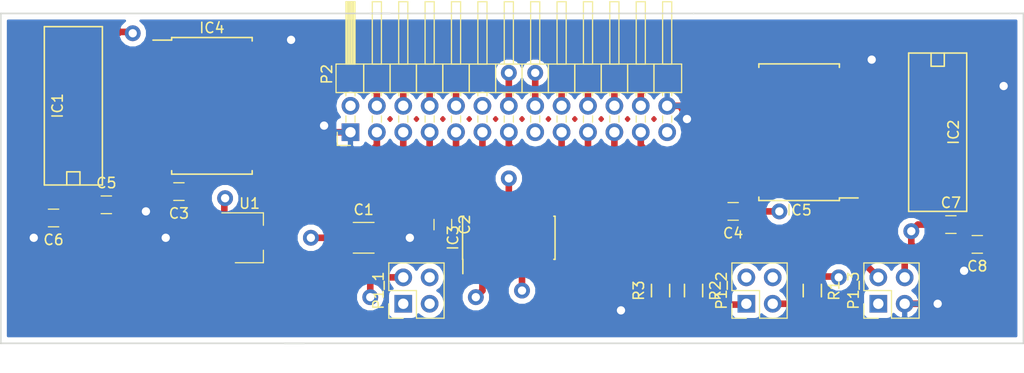
<source format=kicad_pcb>
(kicad_pcb (version 4) (host pcbnew 4.0.4-stable)

  (general
    (links 111)
    (no_connects 5)
    (area 100.889999 33.864999 199.465001 70.567502)
    (thickness 1.6)
    (drawings 10)
    (tracks 368)
    (zones 0)
    (modules 21)
    (nets 57)
  )

  (page A4)
  (title_block
    (title "C64 mod")
  )

  (layers
    (0 Front signal)
    (1 Power signal)
    (2 Wires signal)
    (31 GND signal)
    (32 B.Adhes user)
    (33 F.Adhes user)
    (34 B.Paste user)
    (35 F.Paste user)
    (36 B.SilkS user)
    (37 F.SilkS user)
    (38 B.Mask user)
    (39 F.Mask user)
    (40 Dwgs.User user)
    (41 Cmts.User user)
    (42 Eco1.User user)
    (43 Eco2.User user)
    (44 Edge.Cuts user)
    (45 Margin user)
    (46 B.CrtYd user)
    (47 F.CrtYd user)
    (48 B.Fab user)
    (49 F.Fab user)
  )

  (setup
    (last_trace_width 0.635)
    (trace_clearance 0.4)
    (zone_clearance 0.7)
    (zone_45_only no)
    (trace_min 0.2)
    (segment_width 0.2)
    (edge_width 0.15)
    (via_size 1.524)
    (via_drill 0.79756)
    (via_min_size 0.4)
    (via_min_drill 0.01)
    (uvia_size 0.3)
    (uvia_drill 0.1)
    (uvias_allowed no)
    (uvia_min_size 0.2)
    (uvia_min_drill 0.1)
    (pcb_text_width 0.3)
    (pcb_text_size 1.5 1.5)
    (mod_edge_width 0.15)
    (mod_text_size 1 1)
    (mod_text_width 0.15)
    (pad_size 1.524 1.524)
    (pad_drill 0.762)
    (pad_to_mask_clearance 0.2)
    (aux_axis_origin 0 0)
    (visible_elements 7FFFFFFF)
    (pcbplotparams
      (layerselection 0x00030_80000001)
      (usegerberextensions false)
      (excludeedgelayer true)
      (linewidth 0.100000)
      (plotframeref false)
      (viasonmask false)
      (mode 1)
      (useauxorigin false)
      (hpglpennumber 1)
      (hpglpenspeed 20)
      (hpglpendiameter 15)
      (hpglpenoverlay 2)
      (psnegative false)
      (psa4output false)
      (plotreference true)
      (plotvalue true)
      (plotinvisibletext false)
      (padsonsilk false)
      (subtractmaskfromsilk false)
      (outputformat 1)
      (mirror false)
      (drillshape 1)
      (scaleselection 1)
      (outputdirectory ""))
  )

  (net 0 "")
  (net 1 +5V)
  (net 2 GND)
  (net 3 "Net-(C3-Pad1)")
  (net 4 "Net-(IC1-Pad3)")
  (net 5 "Net-(IC1-Pad4)")
  (net 6 "Net-(IC1-Pad5)")
  (net 7 "Net-(IC1-Pad6)")
  (net 8 "Net-(IC1-Pad7)")
  (net 9 "Net-(IC1-Pad8)")
  (net 10 "Net-(IC1-Pad9)")
  (net 11 "Net-(IC1-Pad10)")
  (net 12 "Net-(IC1-Pad12)")
  (net 13 "Net-(IC1-Pad19)")
  (net 14 "Net-(IC2-Pad3)")
  (net 15 "Net-(IC2-Pad4)")
  (net 16 "Net-(IC2-Pad5)")
  (net 17 "Net-(IC2-Pad6)")
  (net 18 "Net-(IC2-Pad7)")
  (net 19 "Net-(IC2-Pad8)")
  (net 20 "Net-(IC2-Pad9)")
  (net 21 "Net-(IC2-Pad10)")
  (net 22 "Net-(IC2-Pad12)")
  (net 23 "Net-(IC2-Pad19)")
  (net 24 "Net-(IC3-Pad2)")
  (net 25 "Net-(IC3-Pad3)")
  (net 26 "Net-(IC3-Pad5)")
  (net 27 "Net-(IC3-Pad6)")
  (net 28 "Net-(IC3-Pad9)")
  (net 29 "Net-(IC3-Pad12)")
  (net 30 "Net-(IC4-Pad11)")
  (net 31 "Net-(IC4-Pad12)")
  (net 32 "Net-(IC4-Pad13)")
  (net 33 "Net-(IC4-Pad14)")
  (net 34 "Net-(IC4-Pad15)")
  (net 35 "Net-(IC4-Pad16)")
  (net 36 "Net-(IC4-Pad17)")
  (net 37 "Net-(IC4-Pad18)")
  (net 38 "Net-(IC5-Pad11)")
  (net 39 "Net-(IC5-Pad12)")
  (net 40 "Net-(IC5-Pad13)")
  (net 41 "Net-(IC5-Pad14)")
  (net 42 "Net-(IC5-Pad15)")
  (net 43 "Net-(IC5-Pad16)")
  (net 44 "Net-(IC5-Pad17)")
  (net 45 "Net-(IC5-Pad18)")
  (net 46 "Net-(P2-Pad2)")
  (net 47 "Net-(P2-Pad25)")
  (net 48 "Net-(P1_1-Pad1)")
  (net 49 "Net-(P1_1-Pad3)")
  (net 50 "Net-(P1_1-Pad4)")
  (net 51 "Net-(P1_2-Pad1)")
  (net 52 "Net-(P1_2-Pad2)")
  (net 53 "Net-(P1_2-Pad4)")
  (net 54 "Net-(P1_3-Pad1)")
  (net 55 "Net-(P2-Pad12)")
  (net 56 "Net-(P2-Pad15)")

  (net_class Default "This is the default net class."
    (clearance 0.4)
    (trace_width 0.635)
    (via_dia 1.524)
    (via_drill 0.79756)
    (uvia_dia 0.3)
    (uvia_drill 0.1)
    (add_net +5V)
    (add_net GND)
    (add_net "Net-(C3-Pad1)")
    (add_net "Net-(IC1-Pad10)")
    (add_net "Net-(IC1-Pad12)")
    (add_net "Net-(IC1-Pad19)")
    (add_net "Net-(IC1-Pad3)")
    (add_net "Net-(IC1-Pad4)")
    (add_net "Net-(IC1-Pad5)")
    (add_net "Net-(IC1-Pad6)")
    (add_net "Net-(IC1-Pad7)")
    (add_net "Net-(IC1-Pad8)")
    (add_net "Net-(IC1-Pad9)")
    (add_net "Net-(IC2-Pad10)")
    (add_net "Net-(IC2-Pad12)")
    (add_net "Net-(IC2-Pad19)")
    (add_net "Net-(IC2-Pad3)")
    (add_net "Net-(IC2-Pad4)")
    (add_net "Net-(IC2-Pad5)")
    (add_net "Net-(IC2-Pad6)")
    (add_net "Net-(IC2-Pad7)")
    (add_net "Net-(IC2-Pad8)")
    (add_net "Net-(IC2-Pad9)")
    (add_net "Net-(IC3-Pad12)")
    (add_net "Net-(IC3-Pad2)")
    (add_net "Net-(IC3-Pad3)")
    (add_net "Net-(IC3-Pad5)")
    (add_net "Net-(IC3-Pad6)")
    (add_net "Net-(IC3-Pad9)")
    (add_net "Net-(IC4-Pad11)")
    (add_net "Net-(IC4-Pad12)")
    (add_net "Net-(IC4-Pad13)")
    (add_net "Net-(IC4-Pad14)")
    (add_net "Net-(IC4-Pad15)")
    (add_net "Net-(IC4-Pad16)")
    (add_net "Net-(IC4-Pad17)")
    (add_net "Net-(IC4-Pad18)")
    (add_net "Net-(IC5-Pad11)")
    (add_net "Net-(IC5-Pad12)")
    (add_net "Net-(IC5-Pad13)")
    (add_net "Net-(IC5-Pad14)")
    (add_net "Net-(IC5-Pad15)")
    (add_net "Net-(IC5-Pad16)")
    (add_net "Net-(IC5-Pad17)")
    (add_net "Net-(IC5-Pad18)")
    (add_net "Net-(P1_1-Pad1)")
    (add_net "Net-(P1_1-Pad3)")
    (add_net "Net-(P1_1-Pad4)")
    (add_net "Net-(P1_2-Pad1)")
    (add_net "Net-(P1_2-Pad2)")
    (add_net "Net-(P1_2-Pad4)")
    (add_net "Net-(P1_3-Pad1)")
    (add_net "Net-(P2-Pad12)")
    (add_net "Net-(P2-Pad15)")
    (add_net "Net-(P2-Pad2)")
    (add_net "Net-(P2-Pad25)")
  )

  (module Capacitors_SMD:C_1210_HandSoldering (layer Front) (tedit 541A9C39) (tstamp 589A2C1D)
    (at 135.89 57.15)
    (descr "Capacitor SMD 1210, hand soldering")
    (tags "capacitor 1210")
    (path /589B8115)
    (attr smd)
    (fp_text reference C1 (at 0 -2.7) (layer F.SilkS)
      (effects (font (size 1 1) (thickness 0.15)))
    )
    (fp_text value 22µ (at 0 2.7) (layer F.Fab)
      (effects (font (size 1 1) (thickness 0.15)))
    )
    (fp_line (start -1.6 1.25) (end -1.6 -1.25) (layer F.Fab) (width 0.1))
    (fp_line (start 1.6 1.25) (end -1.6 1.25) (layer F.Fab) (width 0.1))
    (fp_line (start 1.6 -1.25) (end 1.6 1.25) (layer F.Fab) (width 0.1))
    (fp_line (start -1.6 -1.25) (end 1.6 -1.25) (layer F.Fab) (width 0.1))
    (fp_line (start -3.3 -1.6) (end 3.3 -1.6) (layer F.CrtYd) (width 0.05))
    (fp_line (start -3.3 1.6) (end 3.3 1.6) (layer F.CrtYd) (width 0.05))
    (fp_line (start -3.3 -1.6) (end -3.3 1.6) (layer F.CrtYd) (width 0.05))
    (fp_line (start 3.3 -1.6) (end 3.3 1.6) (layer F.CrtYd) (width 0.05))
    (fp_line (start 1 -1.475) (end -1 -1.475) (layer F.SilkS) (width 0.12))
    (fp_line (start -1 1.475) (end 1 1.475) (layer F.SilkS) (width 0.12))
    (pad 1 smd rect (at -2 0) (size 2 2.5) (layers Front F.Paste F.Mask)
      (net 1 +5V))
    (pad 2 smd rect (at 2 0) (size 2 2.5) (layers Front F.Paste F.Mask)
      (net 2 GND))
    (model Capacitors_SMD.3dshapes/C_1210_HandSoldering.wrl
      (at (xyz 0 0 0))
      (scale (xyz 1 1 1))
      (rotate (xyz 0 0 0))
    )
  )

  (module Capacitors_SMD:C_0805_HandSoldering (layer Front) (tedit 541A9B8D) (tstamp 589A2C23)
    (at 143.51 55.88 270)
    (descr "Capacitor SMD 0805, hand soldering")
    (tags "capacitor 0805")
    (path /58999EC6)
    (attr smd)
    (fp_text reference C2 (at 0 -2.1 270) (layer F.SilkS)
      (effects (font (size 1 1) (thickness 0.15)))
    )
    (fp_text value 100n (at 0 2.1 270) (layer F.Fab)
      (effects (font (size 1 1) (thickness 0.15)))
    )
    (fp_line (start -1 0.625) (end -1 -0.625) (layer F.Fab) (width 0.1))
    (fp_line (start 1 0.625) (end -1 0.625) (layer F.Fab) (width 0.1))
    (fp_line (start 1 -0.625) (end 1 0.625) (layer F.Fab) (width 0.1))
    (fp_line (start -1 -0.625) (end 1 -0.625) (layer F.Fab) (width 0.1))
    (fp_line (start -2.3 -1) (end 2.3 -1) (layer F.CrtYd) (width 0.05))
    (fp_line (start -2.3 1) (end 2.3 1) (layer F.CrtYd) (width 0.05))
    (fp_line (start -2.3 -1) (end -2.3 1) (layer F.CrtYd) (width 0.05))
    (fp_line (start 2.3 -1) (end 2.3 1) (layer F.CrtYd) (width 0.05))
    (fp_line (start 0.5 -0.85) (end -0.5 -0.85) (layer F.SilkS) (width 0.12))
    (fp_line (start -0.5 0.85) (end 0.5 0.85) (layer F.SilkS) (width 0.12))
    (pad 1 smd rect (at -1.25 0 270) (size 1.5 1.25) (layers Front F.Paste F.Mask)
      (net 1 +5V))
    (pad 2 smd rect (at 1.25 0 270) (size 1.5 1.25) (layers Front F.Paste F.Mask)
      (net 2 GND))
    (model Capacitors_SMD.3dshapes/C_0805_HandSoldering.wrl
      (at (xyz 0 0 0))
      (scale (xyz 1 1 1))
      (rotate (xyz 0 0 0))
    )
  )

  (module Capacitors_SMD:C_0805_HandSoldering (layer Front) (tedit 541A9B8D) (tstamp 589A2C29)
    (at 118.11 52.705 180)
    (descr "Capacitor SMD 0805, hand soldering")
    (tags "capacitor 0805")
    (path /5899B8AF)
    (attr smd)
    (fp_text reference C3 (at 0 -2.1 180) (layer F.SilkS)
      (effects (font (size 1 1) (thickness 0.15)))
    )
    (fp_text value 100n (at 0 2.1 180) (layer F.Fab)
      (effects (font (size 1 1) (thickness 0.15)))
    )
    (fp_line (start -1 0.625) (end -1 -0.625) (layer F.Fab) (width 0.1))
    (fp_line (start 1 0.625) (end -1 0.625) (layer F.Fab) (width 0.1))
    (fp_line (start 1 -0.625) (end 1 0.625) (layer F.Fab) (width 0.1))
    (fp_line (start -1 -0.625) (end 1 -0.625) (layer F.Fab) (width 0.1))
    (fp_line (start -2.3 -1) (end 2.3 -1) (layer F.CrtYd) (width 0.05))
    (fp_line (start -2.3 1) (end 2.3 1) (layer F.CrtYd) (width 0.05))
    (fp_line (start -2.3 -1) (end -2.3 1) (layer F.CrtYd) (width 0.05))
    (fp_line (start 2.3 -1) (end 2.3 1) (layer F.CrtYd) (width 0.05))
    (fp_line (start 0.5 -0.85) (end -0.5 -0.85) (layer F.SilkS) (width 0.12))
    (fp_line (start -0.5 0.85) (end 0.5 0.85) (layer F.SilkS) (width 0.12))
    (pad 1 smd rect (at -1.25 0 180) (size 1.5 1.25) (layers Front F.Paste F.Mask)
      (net 3 "Net-(C3-Pad1)"))
    (pad 2 smd rect (at 1.25 0 180) (size 1.5 1.25) (layers Front F.Paste F.Mask)
      (net 2 GND))
    (model Capacitors_SMD.3dshapes/C_0805_HandSoldering.wrl
      (at (xyz 0 0 0))
      (scale (xyz 1 1 1))
      (rotate (xyz 0 0 0))
    )
  )

  (module Capacitors_SMD:C_0805_HandSoldering (layer Front) (tedit 589A460F) (tstamp 589A2C2F)
    (at 171.45 54.61 180)
    (descr "Capacitor SMD 0805, hand soldering")
    (tags "capacitor 0805")
    (path /5899D4CA)
    (attr smd)
    (fp_text reference C4 (at 0 -2.1 180) (layer F.SilkS)
      (effects (font (size 1 1) (thickness 0.15)))
    )
    (fp_text value 100n (at 0 2.1 180) (layer F.Fab)
      (effects (font (size 1 1) (thickness 0.15)))
    )
    (fp_line (start -1 0.625) (end -1 -0.625) (layer F.Fab) (width 0.1))
    (fp_line (start 1 0.625) (end -1 0.625) (layer F.Fab) (width 0.1))
    (fp_line (start 1 -0.625) (end 1 0.625) (layer F.Fab) (width 0.1))
    (fp_line (start -1 -0.625) (end 1 -0.625) (layer F.Fab) (width 0.1))
    (fp_line (start -2.3 -1) (end 2.3 -1) (layer F.CrtYd) (width 0.05))
    (fp_line (start -2.3 1) (end 2.3 1) (layer F.CrtYd) (width 0.05))
    (fp_line (start -2.3 -1) (end -2.3 1) (layer F.CrtYd) (width 0.05))
    (fp_line (start 2.3 -1) (end 2.3 1) (layer F.CrtYd) (width 0.05))
    (fp_line (start 0.5 -0.85) (end -0.5 -0.85) (layer F.SilkS) (width 0.12))
    (fp_line (start -0.5 0.85) (end 0.5 0.85) (layer F.SilkS) (width 0.12))
    (pad 1 smd rect (at -1.25 0 180) (size 1.5 1.25) (layers Front F.Paste F.Mask)
      (net 3 "Net-(C3-Pad1)"))
    (pad 2 smd rect (at 1.27 0 180) (size 1.5 1.25) (layers Front F.Paste F.Mask)
      (net 2 GND))
    (model Capacitors_SMD.3dshapes/C_0805_HandSoldering.wrl
      (at (xyz 0 0 0))
      (scale (xyz 1 1 1))
      (rotate (xyz 0 0 0))
    )
  )

  (module Capacitors_SMD:C_0805_HandSoldering (layer Front) (tedit 541A9B8D) (tstamp 589A2C35)
    (at 111.125 53.975)
    (descr "Capacitor SMD 0805, hand soldering")
    (tags "capacitor 0805")
    (path /589BE6D2)
    (attr smd)
    (fp_text reference C5 (at 0 -2.1) (layer F.SilkS)
      (effects (font (size 1 1) (thickness 0.15)))
    )
    (fp_text value 100n (at 0 2.1) (layer F.Fab)
      (effects (font (size 1 1) (thickness 0.15)))
    )
    (fp_line (start -1 0.625) (end -1 -0.625) (layer F.Fab) (width 0.1))
    (fp_line (start 1 0.625) (end -1 0.625) (layer F.Fab) (width 0.1))
    (fp_line (start 1 -0.625) (end 1 0.625) (layer F.Fab) (width 0.1))
    (fp_line (start -1 -0.625) (end 1 -0.625) (layer F.Fab) (width 0.1))
    (fp_line (start -2.3 -1) (end 2.3 -1) (layer F.CrtYd) (width 0.05))
    (fp_line (start -2.3 1) (end 2.3 1) (layer F.CrtYd) (width 0.05))
    (fp_line (start -2.3 -1) (end -2.3 1) (layer F.CrtYd) (width 0.05))
    (fp_line (start 2.3 -1) (end 2.3 1) (layer F.CrtYd) (width 0.05))
    (fp_line (start 0.5 -0.85) (end -0.5 -0.85) (layer F.SilkS) (width 0.12))
    (fp_line (start -0.5 0.85) (end 0.5 0.85) (layer F.SilkS) (width 0.12))
    (pad 1 smd rect (at -1.25 0) (size 1.5 1.25) (layers Front F.Paste F.Mask)
      (net 1 +5V))
    (pad 2 smd rect (at 1.25 0) (size 1.5 1.25) (layers Front F.Paste F.Mask)
      (net 2 GND))
    (model Capacitors_SMD.3dshapes/C_0805_HandSoldering.wrl
      (at (xyz 0 0 0))
      (scale (xyz 1 1 1))
      (rotate (xyz 0 0 0))
    )
  )

  (module Capacitors_SMD:C_0805_HandSoldering (layer Front) (tedit 541A9B8D) (tstamp 589A2C3B)
    (at 106.045 55.245 180)
    (descr "Capacitor SMD 0805, hand soldering")
    (tags "capacitor 0805")
    (path /589CA26F)
    (attr smd)
    (fp_text reference C6 (at 0 -2.1 180) (layer F.SilkS)
      (effects (font (size 1 1) (thickness 0.15)))
    )
    (fp_text value 100n (at 0 2.1 180) (layer F.Fab)
      (effects (font (size 1 1) (thickness 0.15)))
    )
    (fp_line (start -1 0.625) (end -1 -0.625) (layer F.Fab) (width 0.1))
    (fp_line (start 1 0.625) (end -1 0.625) (layer F.Fab) (width 0.1))
    (fp_line (start 1 -0.625) (end 1 0.625) (layer F.Fab) (width 0.1))
    (fp_line (start -1 -0.625) (end 1 -0.625) (layer F.Fab) (width 0.1))
    (fp_line (start -2.3 -1) (end 2.3 -1) (layer F.CrtYd) (width 0.05))
    (fp_line (start -2.3 1) (end 2.3 1) (layer F.CrtYd) (width 0.05))
    (fp_line (start -2.3 -1) (end -2.3 1) (layer F.CrtYd) (width 0.05))
    (fp_line (start 2.3 -1) (end 2.3 1) (layer F.CrtYd) (width 0.05))
    (fp_line (start 0.5 -0.85) (end -0.5 -0.85) (layer F.SilkS) (width 0.12))
    (fp_line (start -0.5 0.85) (end 0.5 0.85) (layer F.SilkS) (width 0.12))
    (pad 1 smd rect (at -1.25 0 180) (size 1.5 1.25) (layers Front F.Paste F.Mask)
      (net 1 +5V))
    (pad 2 smd rect (at 1.25 0 180) (size 1.5 1.25) (layers Front F.Paste F.Mask)
      (net 2 GND))
    (model Capacitors_SMD.3dshapes/C_0805_HandSoldering.wrl
      (at (xyz 0 0 0))
      (scale (xyz 1 1 1))
      (rotate (xyz 0 0 0))
    )
  )

  (module Capacitors_SMD:C_0805_HandSoldering (layer Front) (tedit 541A9B8D) (tstamp 589A2C41)
    (at 192.405 55.88)
    (descr "Capacitor SMD 0805, hand soldering")
    (tags "capacitor 0805")
    (path /589FE1E3)
    (attr smd)
    (fp_text reference C7 (at 0 -2.1) (layer F.SilkS)
      (effects (font (size 1 1) (thickness 0.15)))
    )
    (fp_text value 100n (at 0 2.1) (layer F.Fab)
      (effects (font (size 1 1) (thickness 0.15)))
    )
    (fp_line (start -1 0.625) (end -1 -0.625) (layer F.Fab) (width 0.1))
    (fp_line (start 1 0.625) (end -1 0.625) (layer F.Fab) (width 0.1))
    (fp_line (start 1 -0.625) (end 1 0.625) (layer F.Fab) (width 0.1))
    (fp_line (start -1 -0.625) (end 1 -0.625) (layer F.Fab) (width 0.1))
    (fp_line (start -2.3 -1) (end 2.3 -1) (layer F.CrtYd) (width 0.05))
    (fp_line (start -2.3 1) (end 2.3 1) (layer F.CrtYd) (width 0.05))
    (fp_line (start -2.3 -1) (end -2.3 1) (layer F.CrtYd) (width 0.05))
    (fp_line (start 2.3 -1) (end 2.3 1) (layer F.CrtYd) (width 0.05))
    (fp_line (start 0.5 -0.85) (end -0.5 -0.85) (layer F.SilkS) (width 0.12))
    (fp_line (start -0.5 0.85) (end 0.5 0.85) (layer F.SilkS) (width 0.12))
    (pad 1 smd rect (at -1.25 0) (size 1.5 1.25) (layers Front F.Paste F.Mask)
      (net 1 +5V))
    (pad 2 smd rect (at 1.25 0) (size 1.5 1.25) (layers Front F.Paste F.Mask)
      (net 2 GND))
    (model Capacitors_SMD.3dshapes/C_0805_HandSoldering.wrl
      (at (xyz 0 0 0))
      (scale (xyz 1 1 1))
      (rotate (xyz 0 0 0))
    )
  )

  (module Capacitors_SMD:C_0805_HandSoldering (layer Front) (tedit 541A9B8D) (tstamp 589A2C47)
    (at 194.945 57.785 180)
    (descr "Capacitor SMD 0805, hand soldering")
    (tags "capacitor 0805")
    (path /589FF717)
    (attr smd)
    (fp_text reference C8 (at 0 -2.1 180) (layer F.SilkS)
      (effects (font (size 1 1) (thickness 0.15)))
    )
    (fp_text value 100n (at 0 2.1 180) (layer F.Fab)
      (effects (font (size 1 1) (thickness 0.15)))
    )
    (fp_line (start -1 0.625) (end -1 -0.625) (layer F.Fab) (width 0.1))
    (fp_line (start 1 0.625) (end -1 0.625) (layer F.Fab) (width 0.1))
    (fp_line (start 1 -0.625) (end 1 0.625) (layer F.Fab) (width 0.1))
    (fp_line (start -1 -0.625) (end 1 -0.625) (layer F.Fab) (width 0.1))
    (fp_line (start -2.3 -1) (end 2.3 -1) (layer F.CrtYd) (width 0.05))
    (fp_line (start -2.3 1) (end 2.3 1) (layer F.CrtYd) (width 0.05))
    (fp_line (start -2.3 -1) (end -2.3 1) (layer F.CrtYd) (width 0.05))
    (fp_line (start 2.3 -1) (end 2.3 1) (layer F.CrtYd) (width 0.05))
    (fp_line (start 0.5 -0.85) (end -0.5 -0.85) (layer F.SilkS) (width 0.12))
    (fp_line (start -0.5 0.85) (end 0.5 0.85) (layer F.SilkS) (width 0.12))
    (pad 1 smd rect (at -1.25 0 180) (size 1.5 1.25) (layers Front F.Paste F.Mask)
      (net 1 +5V))
    (pad 2 smd rect (at 1.25 0 180) (size 1.5 1.25) (layers Front F.Paste F.Mask)
      (net 2 GND))
    (model Capacitors_SMD.3dshapes/C_0805_HandSoldering.wrl
      (at (xyz 0 0 0))
      (scale (xyz 1 1 1))
      (rotate (xyz 0 0 0))
    )
  )

  (module SMD_Packages:SOIC-24 (layer Front) (tedit 0) (tstamp 589A2C63)
    (at 107.95 44.45 90)
    (path /58974F33)
    (attr smd)
    (fp_text reference IC1 (at 0 -1.524 90) (layer F.SilkS)
      (effects (font (size 1 1) (thickness 0.15)))
    )
    (fp_text value TLC5540 (at 0 1.143 90) (layer F.Fab)
      (effects (font (size 1 1) (thickness 0.15)))
    )
    (fp_line (start 7.62 -2.794) (end 7.62 2.794) (layer F.SilkS) (width 0.15))
    (fp_line (start -7.62 -2.794) (end -7.62 2.794) (layer F.SilkS) (width 0.15))
    (fp_line (start 7.62 -2.794) (end -7.62 -2.794) (layer F.SilkS) (width 0.15))
    (fp_line (start -7.62 -0.635) (end -6.35 -0.635) (layer F.SilkS) (width 0.15))
    (fp_line (start -6.35 -0.635) (end -6.35 0.635) (layer F.SilkS) (width 0.15))
    (fp_line (start -6.35 0.635) (end -7.62 0.635) (layer F.SilkS) (width 0.15))
    (fp_line (start -7.62 2.794) (end 7.62 2.794) (layer F.SilkS) (width 0.15))
    (pad 1 smd rect (at -6.985 3.81 90) (size 0.762 1.524) (layers Front F.Paste F.Mask)
      (net 2 GND))
    (pad 2 smd rect (at -5.715 3.81 90) (size 0.762 1.524) (layers Front F.Paste F.Mask)
      (net 2 GND))
    (pad 3 smd rect (at -4.445 3.81 90) (size 0.762 1.524) (layers Front F.Paste F.Mask)
      (net 4 "Net-(IC1-Pad3)"))
    (pad 4 smd rect (at -3.175 3.81 90) (size 0.762 1.524) (layers Front F.Paste F.Mask)
      (net 5 "Net-(IC1-Pad4)"))
    (pad 5 smd rect (at -1.905 3.81 90) (size 0.762 1.524) (layers Front F.Paste F.Mask)
      (net 6 "Net-(IC1-Pad5)"))
    (pad 6 smd rect (at -0.635 3.81 90) (size 0.762 1.524) (layers Front F.Paste F.Mask)
      (net 7 "Net-(IC1-Pad6)"))
    (pad 7 smd rect (at 0.635 3.81 90) (size 0.762 1.524) (layers Front F.Paste F.Mask)
      (net 8 "Net-(IC1-Pad7)"))
    (pad 8 smd rect (at 1.905 3.81 90) (size 0.762 1.524) (layers Front F.Paste F.Mask)
      (net 9 "Net-(IC1-Pad8)"))
    (pad 9 smd rect (at 3.175 3.81 90) (size 0.762 1.524) (layers Front F.Paste F.Mask)
      (net 10 "Net-(IC1-Pad9)"))
    (pad 10 smd rect (at 4.445 3.81 90) (size 0.762 1.524) (layers Front F.Paste F.Mask)
      (net 11 "Net-(IC1-Pad10)"))
    (pad 11 smd rect (at 5.715 3.81 90) (size 0.762 1.524) (layers Front F.Paste F.Mask)
      (net 1 +5V))
    (pad 12 smd rect (at 7.112 3.81 90) (size 0.762 1.524) (layers Front F.Paste F.Mask)
      (net 12 "Net-(IC1-Pad12)"))
    (pad 24 smd rect (at -6.985 -3.81 90) (size 0.762 1.524) (layers Front F.Paste F.Mask)
      (net 2 GND))
    (pad 23 smd rect (at -5.715 -3.81 90) (size 0.762 1.524) (layers Front F.Paste F.Mask)
      (net 2 GND))
    (pad 22 smd rect (at -4.445 -3.81 90) (size 0.762 1.524) (layers Front F.Paste F.Mask)
      (net 2 GND))
    (pad 21 smd rect (at -3.175 -3.81 90) (size 0.762 1.524) (layers Front F.Paste F.Mask)
      (net 2 GND))
    (pad 20 smd rect (at -1.905 -3.81 90) (size 0.762 1.524) (layers Front F.Paste F.Mask)
      (net 2 GND))
    (pad 19 smd rect (at -0.635 -3.81 90) (size 0.762 1.524) (layers Front F.Paste F.Mask)
      (net 13 "Net-(IC1-Pad19)"))
    (pad 18 smd rect (at 0.635 -3.81 90) (size 0.762 1.524) (layers Front F.Paste F.Mask)
      (net 1 +5V))
    (pad 17 smd rect (at 1.905 -3.81 90) (size 0.762 1.524) (layers Front F.Paste F.Mask)
      (net 1 +5V))
    (pad 16 smd rect (at 3.175 -3.81 90) (size 0.762 1.524) (layers Front F.Paste F.Mask)
      (net 1 +5V))
    (pad 15 smd rect (at 4.445 -3.81 90) (size 0.762 1.524) (layers Front F.Paste F.Mask)
      (net 1 +5V))
    (pad 14 smd rect (at 5.715 -3.81 90) (size 0.762 1.524) (layers Front F.Paste F.Mask)
      (net 1 +5V))
    (pad 13 smd rect (at 6.985 -3.81 90) (size 0.762 1.524) (layers Front F.Paste F.Mask)
      (net 1 +5V))
    (model SMD_Packages.3dshapes/SOIC-24.wrl
      (at (xyz 0 0 0))
      (scale (xyz 0.5 0.6 0.5))
      (rotate (xyz 0 0 0))
    )
  )

  (module SMD_Packages:SOIC-24 (layer Front) (tedit 0) (tstamp 589A2C7F)
    (at 191.135 46.99 270)
    (path /58974F76)
    (attr smd)
    (fp_text reference IC2 (at 0 -1.524 270) (layer F.SilkS)
      (effects (font (size 1 1) (thickness 0.15)))
    )
    (fp_text value TLC5540 (at 0 1.143 270) (layer F.Fab)
      (effects (font (size 1 1) (thickness 0.15)))
    )
    (fp_line (start 7.62 -2.794) (end 7.62 2.794) (layer F.SilkS) (width 0.15))
    (fp_line (start -7.62 -2.794) (end -7.62 2.794) (layer F.SilkS) (width 0.15))
    (fp_line (start 7.62 -2.794) (end -7.62 -2.794) (layer F.SilkS) (width 0.15))
    (fp_line (start -7.62 -0.635) (end -6.35 -0.635) (layer F.SilkS) (width 0.15))
    (fp_line (start -6.35 -0.635) (end -6.35 0.635) (layer F.SilkS) (width 0.15))
    (fp_line (start -6.35 0.635) (end -7.62 0.635) (layer F.SilkS) (width 0.15))
    (fp_line (start -7.62 2.794) (end 7.62 2.794) (layer F.SilkS) (width 0.15))
    (pad 1 smd rect (at -6.985 3.81 270) (size 0.762 1.524) (layers Front F.Paste F.Mask)
      (net 2 GND))
    (pad 2 smd rect (at -5.715 3.81 270) (size 0.762 1.524) (layers Front F.Paste F.Mask)
      (net 2 GND))
    (pad 3 smd rect (at -4.445 3.81 270) (size 0.762 1.524) (layers Front F.Paste F.Mask)
      (net 14 "Net-(IC2-Pad3)"))
    (pad 4 smd rect (at -3.175 3.81 270) (size 0.762 1.524) (layers Front F.Paste F.Mask)
      (net 15 "Net-(IC2-Pad4)"))
    (pad 5 smd rect (at -1.905 3.81 270) (size 0.762 1.524) (layers Front F.Paste F.Mask)
      (net 16 "Net-(IC2-Pad5)"))
    (pad 6 smd rect (at -0.635 3.81 270) (size 0.762 1.524) (layers Front F.Paste F.Mask)
      (net 17 "Net-(IC2-Pad6)"))
    (pad 7 smd rect (at 0.635 3.81 270) (size 0.762 1.524) (layers Front F.Paste F.Mask)
      (net 18 "Net-(IC2-Pad7)"))
    (pad 8 smd rect (at 1.905 3.81 270) (size 0.762 1.524) (layers Front F.Paste F.Mask)
      (net 19 "Net-(IC2-Pad8)"))
    (pad 9 smd rect (at 3.175 3.81 270) (size 0.762 1.524) (layers Front F.Paste F.Mask)
      (net 20 "Net-(IC2-Pad9)"))
    (pad 10 smd rect (at 4.445 3.81 270) (size 0.762 1.524) (layers Front F.Paste F.Mask)
      (net 21 "Net-(IC2-Pad10)"))
    (pad 11 smd rect (at 5.715 3.81 270) (size 0.762 1.524) (layers Front F.Paste F.Mask)
      (net 1 +5V))
    (pad 12 smd rect (at 7.112 3.81 270) (size 0.762 1.524) (layers Front F.Paste F.Mask)
      (net 22 "Net-(IC2-Pad12)"))
    (pad 24 smd rect (at -6.985 -3.81 270) (size 0.762 1.524) (layers Front F.Paste F.Mask)
      (net 2 GND))
    (pad 23 smd rect (at -5.715 -3.81 270) (size 0.762 1.524) (layers Front F.Paste F.Mask)
      (net 2 GND))
    (pad 22 smd rect (at -4.445 -3.81 270) (size 0.762 1.524) (layers Front F.Paste F.Mask)
      (net 2 GND))
    (pad 21 smd rect (at -3.175 -3.81 270) (size 0.762 1.524) (layers Front F.Paste F.Mask)
      (net 2 GND))
    (pad 20 smd rect (at -1.905 -3.81 270) (size 0.762 1.524) (layers Front F.Paste F.Mask)
      (net 2 GND))
    (pad 19 smd rect (at -0.635 -3.81 270) (size 0.762 1.524) (layers Front F.Paste F.Mask)
      (net 23 "Net-(IC2-Pad19)"))
    (pad 18 smd rect (at 0.635 -3.81 270) (size 0.762 1.524) (layers Front F.Paste F.Mask)
      (net 1 +5V))
    (pad 17 smd rect (at 1.905 -3.81 270) (size 0.762 1.524) (layers Front F.Paste F.Mask)
      (net 1 +5V))
    (pad 16 smd rect (at 3.175 -3.81 270) (size 0.762 1.524) (layers Front F.Paste F.Mask)
      (net 1 +5V))
    (pad 15 smd rect (at 4.445 -3.81 270) (size 0.762 1.524) (layers Front F.Paste F.Mask)
      (net 1 +5V))
    (pad 14 smd rect (at 5.715 -3.81 270) (size 0.762 1.524) (layers Front F.Paste F.Mask)
      (net 1 +5V))
    (pad 13 smd rect (at 6.985 -3.81 270) (size 0.762 1.524) (layers Front F.Paste F.Mask)
      (net 1 +5V))
    (model SMD_Packages.3dshapes/SOIC-24.wrl
      (at (xyz 0 0 0))
      (scale (xyz 0.5 0.6 0.5))
      (rotate (xyz 0 0 0))
    )
  )

  (module Housings_SOIC:SOIC-14_3.9x8.7mm_Pitch1.27mm (layer Front) (tedit 574D9791) (tstamp 589A2C91)
    (at 149.86 57.15 90)
    (descr "14-Lead Plastic Small Outline (SL) - Narrow, 3.90 mm Body [SOIC] (see Microchip Packaging Specification 00000049BS.pdf)")
    (tags "SOIC 1.27")
    (path /58976DBF)
    (attr smd)
    (fp_text reference IC3 (at 0 -5.375 90) (layer F.SilkS)
      (effects (font (size 1 1) (thickness 0.15)))
    )
    (fp_text value AHCT125 (at 0 5.375 90) (layer F.Fab)
      (effects (font (size 1 1) (thickness 0.15)))
    )
    (fp_line (start -0.95 -4.35) (end 1.95 -4.35) (layer F.Fab) (width 0.15))
    (fp_line (start 1.95 -4.35) (end 1.95 4.35) (layer F.Fab) (width 0.15))
    (fp_line (start 1.95 4.35) (end -1.95 4.35) (layer F.Fab) (width 0.15))
    (fp_line (start -1.95 4.35) (end -1.95 -3.35) (layer F.Fab) (width 0.15))
    (fp_line (start -1.95 -3.35) (end -0.95 -4.35) (layer F.Fab) (width 0.15))
    (fp_line (start -3.7 -4.65) (end -3.7 4.65) (layer F.CrtYd) (width 0.05))
    (fp_line (start 3.7 -4.65) (end 3.7 4.65) (layer F.CrtYd) (width 0.05))
    (fp_line (start -3.7 -4.65) (end 3.7 -4.65) (layer F.CrtYd) (width 0.05))
    (fp_line (start -3.7 4.65) (end 3.7 4.65) (layer F.CrtYd) (width 0.05))
    (fp_line (start -2.075 -4.45) (end -2.075 -4.425) (layer F.SilkS) (width 0.15))
    (fp_line (start 2.075 -4.45) (end 2.075 -4.335) (layer F.SilkS) (width 0.15))
    (fp_line (start 2.075 4.45) (end 2.075 4.335) (layer F.SilkS) (width 0.15))
    (fp_line (start -2.075 4.45) (end -2.075 4.335) (layer F.SilkS) (width 0.15))
    (fp_line (start -2.075 -4.45) (end 2.075 -4.45) (layer F.SilkS) (width 0.15))
    (fp_line (start -2.075 4.45) (end 2.075 4.45) (layer F.SilkS) (width 0.15))
    (fp_line (start -2.075 -4.425) (end -3.45 -4.425) (layer F.SilkS) (width 0.15))
    (pad 1 smd rect (at -2.7 -3.81 90) (size 1.5 0.6) (layers Front F.Paste F.Mask)
      (net 2 GND))
    (pad 2 smd rect (at -2.7 -2.54 90) (size 1.5 0.6) (layers Front F.Paste F.Mask)
      (net 24 "Net-(IC3-Pad2)"))
    (pad 3 smd rect (at -2.7 -1.27 90) (size 1.5 0.6) (layers Front F.Paste F.Mask)
      (net 25 "Net-(IC3-Pad3)"))
    (pad 4 smd rect (at -2.7 0 90) (size 1.5 0.6) (layers Front F.Paste F.Mask)
      (net 2 GND))
    (pad 5 smd rect (at -2.7 1.27 90) (size 1.5 0.6) (layers Front F.Paste F.Mask)
      (net 26 "Net-(IC3-Pad5)"))
    (pad 6 smd rect (at -2.7 2.54 90) (size 1.5 0.6) (layers Front F.Paste F.Mask)
      (net 27 "Net-(IC3-Pad6)"))
    (pad 7 smd rect (at -2.7 3.81 90) (size 1.5 0.6) (layers Front F.Paste F.Mask)
      (net 2 GND))
    (pad 8 smd rect (at 2.7 3.81 90) (size 1.5 0.6) (layers Front F.Paste F.Mask)
      (net 22 "Net-(IC2-Pad12)"))
    (pad 9 smd rect (at 2.7 2.54 90) (size 1.5 0.6) (layers Front F.Paste F.Mask)
      (net 28 "Net-(IC3-Pad9)"))
    (pad 10 smd rect (at 2.7 1.27 90) (size 1.5 0.6) (layers Front F.Paste F.Mask)
      (net 2 GND))
    (pad 11 smd rect (at 2.7 0 90) (size 1.5 0.6) (layers Front F.Paste F.Mask)
      (net 12 "Net-(IC1-Pad12)"))
    (pad 12 smd rect (at 2.7 -1.27 90) (size 1.5 0.6) (layers Front F.Paste F.Mask)
      (net 29 "Net-(IC3-Pad12)"))
    (pad 13 smd rect (at 2.7 -2.54 90) (size 1.5 0.6) (layers Front F.Paste F.Mask)
      (net 2 GND))
    (pad 14 smd rect (at 2.7 -3.81 90) (size 1.5 0.6) (layers Front F.Paste F.Mask)
      (net 1 +5V))
    (model Housings_SOIC.3dshapes/SOIC-14_3.9x8.7mm_Pitch1.27mm.wrl
      (at (xyz 0 0 0))
      (scale (xyz 1 1 1))
      (rotate (xyz 0 0 0))
    )
  )

  (module Housings_SOIC:SOIC-20W_7.5x12.8mm_Pitch1.27mm (layer Front) (tedit 57503549) (tstamp 589A2CA9)
    (at 121.285 44.45)
    (descr "20-Lead Plastic Small Outline (SO) - Wide, 7.50 mm Body [SOIC] (see Microchip Packaging Specification 00000049BS.pdf)")
    (tags "SOIC 1.27")
    (path /58972897)
    (attr smd)
    (fp_text reference IC4 (at 0 -7.5) (layer F.SilkS)
      (effects (font (size 1 1) (thickness 0.15)))
    )
    (fp_text value LVC245A (at 0 7.5) (layer F.Fab)
      (effects (font (size 1 1) (thickness 0.15)))
    )
    (fp_line (start -2.75 -6.4) (end 3.75 -6.4) (layer F.Fab) (width 0.15))
    (fp_line (start 3.75 -6.4) (end 3.75 6.4) (layer F.Fab) (width 0.15))
    (fp_line (start 3.75 6.4) (end -3.75 6.4) (layer F.Fab) (width 0.15))
    (fp_line (start -3.75 6.4) (end -3.75 -5.4) (layer F.Fab) (width 0.15))
    (fp_line (start -3.75 -5.4) (end -2.75 -6.4) (layer F.Fab) (width 0.15))
    (fp_line (start -5.95 -6.75) (end -5.95 6.75) (layer F.CrtYd) (width 0.05))
    (fp_line (start 5.95 -6.75) (end 5.95 6.75) (layer F.CrtYd) (width 0.05))
    (fp_line (start -5.95 -6.75) (end 5.95 -6.75) (layer F.CrtYd) (width 0.05))
    (fp_line (start -5.95 6.75) (end 5.95 6.75) (layer F.CrtYd) (width 0.05))
    (fp_line (start -3.875 -6.575) (end -3.875 -6.325) (layer F.SilkS) (width 0.15))
    (fp_line (start 3.875 -6.575) (end 3.875 -6.24) (layer F.SilkS) (width 0.15))
    (fp_line (start 3.875 6.575) (end 3.875 6.24) (layer F.SilkS) (width 0.15))
    (fp_line (start -3.875 6.575) (end -3.875 6.24) (layer F.SilkS) (width 0.15))
    (fp_line (start -3.875 -6.575) (end 3.875 -6.575) (layer F.SilkS) (width 0.15))
    (fp_line (start -3.875 6.575) (end 3.875 6.575) (layer F.SilkS) (width 0.15))
    (fp_line (start -3.875 -6.325) (end -5.675 -6.325) (layer F.SilkS) (width 0.15))
    (pad 1 smd rect (at -4.7 -5.715) (size 1.95 0.6) (layers Front F.Paste F.Mask)
      (net 3 "Net-(C3-Pad1)"))
    (pad 2 smd rect (at -4.7 -4.445) (size 1.95 0.6) (layers Front F.Paste F.Mask)
      (net 11 "Net-(IC1-Pad10)"))
    (pad 3 smd rect (at -4.7 -3.175) (size 1.95 0.6) (layers Front F.Paste F.Mask)
      (net 10 "Net-(IC1-Pad9)"))
    (pad 4 smd rect (at -4.7 -1.905) (size 1.95 0.6) (layers Front F.Paste F.Mask)
      (net 9 "Net-(IC1-Pad8)"))
    (pad 5 smd rect (at -4.7 -0.635) (size 1.95 0.6) (layers Front F.Paste F.Mask)
      (net 8 "Net-(IC1-Pad7)"))
    (pad 6 smd rect (at -4.7 0.635) (size 1.95 0.6) (layers Front F.Paste F.Mask)
      (net 7 "Net-(IC1-Pad6)"))
    (pad 7 smd rect (at -4.7 1.905) (size 1.95 0.6) (layers Front F.Paste F.Mask)
      (net 6 "Net-(IC1-Pad5)"))
    (pad 8 smd rect (at -4.7 3.175) (size 1.95 0.6) (layers Front F.Paste F.Mask)
      (net 5 "Net-(IC1-Pad4)"))
    (pad 9 smd rect (at -4.7 4.445) (size 1.95 0.6) (layers Front F.Paste F.Mask)
      (net 4 "Net-(IC1-Pad3)"))
    (pad 10 smd rect (at -4.7 5.715) (size 1.95 0.6) (layers Front F.Paste F.Mask)
      (net 2 GND))
    (pad 11 smd rect (at 4.7 5.715) (size 1.95 0.6) (layers Front F.Paste F.Mask)
      (net 30 "Net-(IC4-Pad11)"))
    (pad 12 smd rect (at 4.7 4.445) (size 1.95 0.6) (layers Front F.Paste F.Mask)
      (net 31 "Net-(IC4-Pad12)"))
    (pad 13 smd rect (at 4.7 3.175) (size 1.95 0.6) (layers Front F.Paste F.Mask)
      (net 32 "Net-(IC4-Pad13)"))
    (pad 14 smd rect (at 4.7 1.905) (size 1.95 0.6) (layers Front F.Paste F.Mask)
      (net 33 "Net-(IC4-Pad14)"))
    (pad 15 smd rect (at 4.7 0.635) (size 1.95 0.6) (layers Front F.Paste F.Mask)
      (net 34 "Net-(IC4-Pad15)"))
    (pad 16 smd rect (at 4.7 -0.635) (size 1.95 0.6) (layers Front F.Paste F.Mask)
      (net 35 "Net-(IC4-Pad16)"))
    (pad 17 smd rect (at 4.7 -1.905) (size 1.95 0.6) (layers Front F.Paste F.Mask)
      (net 36 "Net-(IC4-Pad17)"))
    (pad 18 smd rect (at 4.7 -3.175) (size 1.95 0.6) (layers Front F.Paste F.Mask)
      (net 37 "Net-(IC4-Pad18)"))
    (pad 19 smd rect (at 4.7 -4.445) (size 1.95 0.6) (layers Front F.Paste F.Mask)
      (net 2 GND))
    (pad 20 smd rect (at 4.7 -5.715) (size 1.95 0.6) (layers Front F.Paste F.Mask)
      (net 3 "Net-(C3-Pad1)"))
    (model Housings_SOIC.3dshapes/SOIC-20_7.5x12.8mm_Pitch1.27mm.wrl
      (at (xyz 0 0 0))
      (scale (xyz 1 1 1))
      (rotate (xyz 0 0 0))
    )
  )

  (module Housings_SOIC:SOIC-20W_7.5x12.8mm_Pitch1.27mm (layer Front) (tedit 57503549) (tstamp 589A2CC1)
    (at 177.8 46.99 180)
    (descr "20-Lead Plastic Small Outline (SO) - Wide, 7.50 mm Body [SOIC] (see Microchip Packaging Specification 00000049BS.pdf)")
    (tags "SOIC 1.27")
    (path /589728FA)
    (attr smd)
    (fp_text reference IC5 (at 0 -7.5 180) (layer F.SilkS)
      (effects (font (size 1 1) (thickness 0.15)))
    )
    (fp_text value LVC245A (at 0 7.5 180) (layer F.Fab)
      (effects (font (size 1 1) (thickness 0.15)))
    )
    (fp_line (start -2.75 -6.4) (end 3.75 -6.4) (layer F.Fab) (width 0.15))
    (fp_line (start 3.75 -6.4) (end 3.75 6.4) (layer F.Fab) (width 0.15))
    (fp_line (start 3.75 6.4) (end -3.75 6.4) (layer F.Fab) (width 0.15))
    (fp_line (start -3.75 6.4) (end -3.75 -5.4) (layer F.Fab) (width 0.15))
    (fp_line (start -3.75 -5.4) (end -2.75 -6.4) (layer F.Fab) (width 0.15))
    (fp_line (start -5.95 -6.75) (end -5.95 6.75) (layer F.CrtYd) (width 0.05))
    (fp_line (start 5.95 -6.75) (end 5.95 6.75) (layer F.CrtYd) (width 0.05))
    (fp_line (start -5.95 -6.75) (end 5.95 -6.75) (layer F.CrtYd) (width 0.05))
    (fp_line (start -5.95 6.75) (end 5.95 6.75) (layer F.CrtYd) (width 0.05))
    (fp_line (start -3.875 -6.575) (end -3.875 -6.325) (layer F.SilkS) (width 0.15))
    (fp_line (start 3.875 -6.575) (end 3.875 -6.24) (layer F.SilkS) (width 0.15))
    (fp_line (start 3.875 6.575) (end 3.875 6.24) (layer F.SilkS) (width 0.15))
    (fp_line (start -3.875 6.575) (end -3.875 6.24) (layer F.SilkS) (width 0.15))
    (fp_line (start -3.875 -6.575) (end 3.875 -6.575) (layer F.SilkS) (width 0.15))
    (fp_line (start -3.875 6.575) (end 3.875 6.575) (layer F.SilkS) (width 0.15))
    (fp_line (start -3.875 -6.325) (end -5.675 -6.325) (layer F.SilkS) (width 0.15))
    (pad 1 smd rect (at -4.7 -5.715 180) (size 1.95 0.6) (layers Front F.Paste F.Mask)
      (net 3 "Net-(C3-Pad1)"))
    (pad 2 smd rect (at -4.7 -4.445 180) (size 1.95 0.6) (layers Front F.Paste F.Mask)
      (net 21 "Net-(IC2-Pad10)"))
    (pad 3 smd rect (at -4.7 -3.175 180) (size 1.95 0.6) (layers Front F.Paste F.Mask)
      (net 20 "Net-(IC2-Pad9)"))
    (pad 4 smd rect (at -4.7 -1.905 180) (size 1.95 0.6) (layers Front F.Paste F.Mask)
      (net 19 "Net-(IC2-Pad8)"))
    (pad 5 smd rect (at -4.7 -0.635 180) (size 1.95 0.6) (layers Front F.Paste F.Mask)
      (net 18 "Net-(IC2-Pad7)"))
    (pad 6 smd rect (at -4.7 0.635 180) (size 1.95 0.6) (layers Front F.Paste F.Mask)
      (net 17 "Net-(IC2-Pad6)"))
    (pad 7 smd rect (at -4.7 1.905 180) (size 1.95 0.6) (layers Front F.Paste F.Mask)
      (net 16 "Net-(IC2-Pad5)"))
    (pad 8 smd rect (at -4.7 3.175 180) (size 1.95 0.6) (layers Front F.Paste F.Mask)
      (net 15 "Net-(IC2-Pad4)"))
    (pad 9 smd rect (at -4.7 4.445 180) (size 1.95 0.6) (layers Front F.Paste F.Mask)
      (net 14 "Net-(IC2-Pad3)"))
    (pad 10 smd rect (at -4.7 5.715 180) (size 1.95 0.6) (layers Front F.Paste F.Mask)
      (net 2 GND))
    (pad 11 smd rect (at 4.7 5.715 180) (size 1.95 0.6) (layers Front F.Paste F.Mask)
      (net 38 "Net-(IC5-Pad11)"))
    (pad 12 smd rect (at 4.7 4.445 180) (size 1.95 0.6) (layers Front F.Paste F.Mask)
      (net 39 "Net-(IC5-Pad12)"))
    (pad 13 smd rect (at 4.7 3.175 180) (size 1.95 0.6) (layers Front F.Paste F.Mask)
      (net 40 "Net-(IC5-Pad13)"))
    (pad 14 smd rect (at 4.7 1.905 180) (size 1.95 0.6) (layers Front F.Paste F.Mask)
      (net 41 "Net-(IC5-Pad14)"))
    (pad 15 smd rect (at 4.7 0.635 180) (size 1.95 0.6) (layers Front F.Paste F.Mask)
      (net 42 "Net-(IC5-Pad15)"))
    (pad 16 smd rect (at 4.7 -0.635 180) (size 1.95 0.6) (layers Front F.Paste F.Mask)
      (net 43 "Net-(IC5-Pad16)"))
    (pad 17 smd rect (at 4.7 -1.905 180) (size 1.95 0.6) (layers Front F.Paste F.Mask)
      (net 44 "Net-(IC5-Pad17)"))
    (pad 18 smd rect (at 4.7 -3.175 180) (size 1.95 0.6) (layers Front F.Paste F.Mask)
      (net 45 "Net-(IC5-Pad18)"))
    (pad 19 smd rect (at 4.7 -4.445 180) (size 1.95 0.6) (layers Front F.Paste F.Mask)
      (net 2 GND))
    (pad 20 smd rect (at 4.7 -5.715 180) (size 1.95 0.6) (layers Front F.Paste F.Mask)
      (net 3 "Net-(C3-Pad1)"))
    (model Housings_SOIC.3dshapes/SOIC-20_7.5x12.8mm_Pitch1.27mm.wrl
      (at (xyz 0 0 0))
      (scale (xyz 1 1 1))
      (rotate (xyz 0 0 0))
    )
  )

  (module Pin_Headers:Pin_Header_Straight_2x02_Pitch2.54mm (layer Front) (tedit 5862ED53) (tstamp 589A2CC9)
    (at 139.7 63.5 90)
    (descr "Through hole straight pin header, 2x02, 2.54mm pitch, double rows")
    (tags "Through hole pin header THT 2x02 2.54mm double row")
    (path /58A48B69)
    (fp_text reference P1_1 (at 1.27 -2.39 90) (layer F.SilkS)
      (effects (font (size 1 1) (thickness 0.15)))
    )
    (fp_text value CONN_02X02 (at 1.27 4.93 90) (layer F.Fab)
      (effects (font (size 1 1) (thickness 0.15)))
    )
    (fp_line (start -1.27 -1.27) (end -1.27 3.81) (layer F.Fab) (width 0.1))
    (fp_line (start -1.27 3.81) (end 3.81 3.81) (layer F.Fab) (width 0.1))
    (fp_line (start 3.81 3.81) (end 3.81 -1.27) (layer F.Fab) (width 0.1))
    (fp_line (start 3.81 -1.27) (end -1.27 -1.27) (layer F.Fab) (width 0.1))
    (fp_line (start -1.39 1.27) (end -1.39 3.93) (layer F.SilkS) (width 0.12))
    (fp_line (start -1.39 3.93) (end 3.93 3.93) (layer F.SilkS) (width 0.12))
    (fp_line (start 3.93 3.93) (end 3.93 -1.39) (layer F.SilkS) (width 0.12))
    (fp_line (start 3.93 -1.39) (end 1.27 -1.39) (layer F.SilkS) (width 0.12))
    (fp_line (start 1.27 -1.39) (end 1.27 1.27) (layer F.SilkS) (width 0.12))
    (fp_line (start 1.27 1.27) (end -1.39 1.27) (layer F.SilkS) (width 0.12))
    (fp_line (start -1.39 0) (end -1.39 -1.39) (layer F.SilkS) (width 0.12))
    (fp_line (start -1.39 -1.39) (end 0 -1.39) (layer F.SilkS) (width 0.12))
    (fp_line (start -1.6 -1.6) (end -1.6 4.1) (layer F.CrtYd) (width 0.05))
    (fp_line (start -1.6 4.1) (end 4.1 4.1) (layer F.CrtYd) (width 0.05))
    (fp_line (start 4.1 4.1) (end 4.1 -1.6) (layer F.CrtYd) (width 0.05))
    (fp_line (start 4.1 -1.6) (end -1.6 -1.6) (layer F.CrtYd) (width 0.05))
    (pad 1 thru_hole rect (at 0 0 90) (size 1.7 1.7) (drill 1) (layers *.Cu *.Mask)
      (net 48 "Net-(P1_1-Pad1)"))
    (pad 2 thru_hole oval (at 2.54 0 90) (size 1.7 1.7) (drill 1) (layers *.Cu *.Mask)
      (net 1 +5V))
    (pad 3 thru_hole oval (at 0 2.54 90) (size 1.7 1.7) (drill 1) (layers *.Cu *.Mask)
      (net 49 "Net-(P1_1-Pad3)"))
    (pad 4 thru_hole oval (at 2.54 2.54 90) (size 1.7 1.7) (drill 1) (layers *.Cu *.Mask)
      (net 50 "Net-(P1_1-Pad4)"))
    (model Pin_Headers.3dshapes/Pin_Header_Straight_2x02_Pitch2.54mm.wrl
      (at (xyz 0.05 -0.05 0))
      (scale (xyz 1 1 1))
      (rotate (xyz 0 0 90))
    )
  )

  (module Pin_Headers:Pin_Header_Straight_2x02_Pitch2.54mm (layer Front) (tedit 5862ED53) (tstamp 589A2CD1)
    (at 172.72 63.5 90)
    (descr "Through hole straight pin header, 2x02, 2.54mm pitch, double rows")
    (tags "Through hole pin header THT 2x02 2.54mm double row")
    (path /58A492E6)
    (fp_text reference P1_2 (at 1.27 -2.39 90) (layer F.SilkS)
      (effects (font (size 1 1) (thickness 0.15)))
    )
    (fp_text value CONN_02X02 (at 1.27 4.93 90) (layer F.Fab)
      (effects (font (size 1 1) (thickness 0.15)))
    )
    (fp_line (start -1.27 -1.27) (end -1.27 3.81) (layer F.Fab) (width 0.1))
    (fp_line (start -1.27 3.81) (end 3.81 3.81) (layer F.Fab) (width 0.1))
    (fp_line (start 3.81 3.81) (end 3.81 -1.27) (layer F.Fab) (width 0.1))
    (fp_line (start 3.81 -1.27) (end -1.27 -1.27) (layer F.Fab) (width 0.1))
    (fp_line (start -1.39 1.27) (end -1.39 3.93) (layer F.SilkS) (width 0.12))
    (fp_line (start -1.39 3.93) (end 3.93 3.93) (layer F.SilkS) (width 0.12))
    (fp_line (start 3.93 3.93) (end 3.93 -1.39) (layer F.SilkS) (width 0.12))
    (fp_line (start 3.93 -1.39) (end 1.27 -1.39) (layer F.SilkS) (width 0.12))
    (fp_line (start 1.27 -1.39) (end 1.27 1.27) (layer F.SilkS) (width 0.12))
    (fp_line (start 1.27 1.27) (end -1.39 1.27) (layer F.SilkS) (width 0.12))
    (fp_line (start -1.39 0) (end -1.39 -1.39) (layer F.SilkS) (width 0.12))
    (fp_line (start -1.39 -1.39) (end 0 -1.39) (layer F.SilkS) (width 0.12))
    (fp_line (start -1.6 -1.6) (end -1.6 4.1) (layer F.CrtYd) (width 0.05))
    (fp_line (start -1.6 4.1) (end 4.1 4.1) (layer F.CrtYd) (width 0.05))
    (fp_line (start 4.1 4.1) (end 4.1 -1.6) (layer F.CrtYd) (width 0.05))
    (fp_line (start 4.1 -1.6) (end -1.6 -1.6) (layer F.CrtYd) (width 0.05))
    (pad 1 thru_hole rect (at 0 0 90) (size 1.7 1.7) (drill 1) (layers *.Cu *.Mask)
      (net 51 "Net-(P1_2-Pad1)"))
    (pad 2 thru_hole oval (at 2.54 0 90) (size 1.7 1.7) (drill 1) (layers *.Cu *.Mask)
      (net 52 "Net-(P1_2-Pad2)"))
    (pad 3 thru_hole oval (at 0 2.54 90) (size 1.7 1.7) (drill 1) (layers *.Cu *.Mask)
      (net 23 "Net-(IC2-Pad19)"))
    (pad 4 thru_hole oval (at 2.54 2.54 90) (size 1.7 1.7) (drill 1) (layers *.Cu *.Mask)
      (net 53 "Net-(P1_2-Pad4)"))
    (model Pin_Headers.3dshapes/Pin_Header_Straight_2x02_Pitch2.54mm.wrl
      (at (xyz 0.05 -0.05 0))
      (scale (xyz 1 1 1))
      (rotate (xyz 0 0 90))
    )
  )

  (module Pin_Headers:Pin_Header_Straight_2x02_Pitch2.54mm (layer Front) (tedit 5862ED53) (tstamp 589A2CD9)
    (at 185.42 63.5 90)
    (descr "Through hole straight pin header, 2x02, 2.54mm pitch, double rows")
    (tags "Through hole pin header THT 2x02 2.54mm double row")
    (path /58A49299)
    (fp_text reference P1_3 (at 1.27 -2.39 90) (layer F.SilkS)
      (effects (font (size 1 1) (thickness 0.15)))
    )
    (fp_text value CONN_02X02 (at 1.27 4.93 90) (layer F.Fab)
      (effects (font (size 1 1) (thickness 0.15)))
    )
    (fp_line (start -1.27 -1.27) (end -1.27 3.81) (layer F.Fab) (width 0.1))
    (fp_line (start -1.27 3.81) (end 3.81 3.81) (layer F.Fab) (width 0.1))
    (fp_line (start 3.81 3.81) (end 3.81 -1.27) (layer F.Fab) (width 0.1))
    (fp_line (start 3.81 -1.27) (end -1.27 -1.27) (layer F.Fab) (width 0.1))
    (fp_line (start -1.39 1.27) (end -1.39 3.93) (layer F.SilkS) (width 0.12))
    (fp_line (start -1.39 3.93) (end 3.93 3.93) (layer F.SilkS) (width 0.12))
    (fp_line (start 3.93 3.93) (end 3.93 -1.39) (layer F.SilkS) (width 0.12))
    (fp_line (start 3.93 -1.39) (end 1.27 -1.39) (layer F.SilkS) (width 0.12))
    (fp_line (start 1.27 -1.39) (end 1.27 1.27) (layer F.SilkS) (width 0.12))
    (fp_line (start 1.27 1.27) (end -1.39 1.27) (layer F.SilkS) (width 0.12))
    (fp_line (start -1.39 0) (end -1.39 -1.39) (layer F.SilkS) (width 0.12))
    (fp_line (start -1.39 -1.39) (end 0 -1.39) (layer F.SilkS) (width 0.12))
    (fp_line (start -1.6 -1.6) (end -1.6 4.1) (layer F.CrtYd) (width 0.05))
    (fp_line (start -1.6 4.1) (end 4.1 4.1) (layer F.CrtYd) (width 0.05))
    (fp_line (start 4.1 4.1) (end 4.1 -1.6) (layer F.CrtYd) (width 0.05))
    (fp_line (start 4.1 -1.6) (end -1.6 -1.6) (layer F.CrtYd) (width 0.05))
    (pad 1 thru_hole rect (at 0 0 90) (size 1.7 1.7) (drill 1) (layers *.Cu *.Mask)
      (net 54 "Net-(P1_3-Pad1)"))
    (pad 2 thru_hole oval (at 2.54 0 90) (size 1.7 1.7) (drill 1) (layers *.Cu *.Mask)
      (net 25 "Net-(IC3-Pad3)"))
    (pad 3 thru_hole oval (at 0 2.54 90) (size 1.7 1.7) (drill 1) (layers *.Cu *.Mask)
      (net 2 GND))
    (pad 4 thru_hole oval (at 2.54 2.54 90) (size 1.7 1.7) (drill 1) (layers *.Cu *.Mask)
      (net 27 "Net-(IC3-Pad6)"))
    (model Pin_Headers.3dshapes/Pin_Header_Straight_2x02_Pitch2.54mm.wrl
      (at (xyz 0.05 -0.05 0))
      (scale (xyz 1 1 1))
      (rotate (xyz 0 0 90))
    )
  )

  (module Pin_Headers:Pin_Header_Angled_2x13_Pitch2.54mm (layer Front) (tedit 5862ED54) (tstamp 589A2CF7)
    (at 134.62 46.99 90)
    (descr "Through hole angled pin header, 2x13, 2.54mm pitch, 6mm pin length, double rows")
    (tags "Through hole angled pin header THT 2x13 2.54mm double row")
    (path /5897294B)
    (fp_text reference P2 (at 5.585 -2.27 90) (layer F.SilkS)
      (effects (font (size 1 1) (thickness 0.15)))
    )
    (fp_text value CONN_02X13 (at 5.585 32.75 90) (layer F.Fab)
      (effects (font (size 1 1) (thickness 0.15)))
    )
    (fp_line (start 3.94 -1.27) (end 3.94 1.27) (layer F.Fab) (width 0.1))
    (fp_line (start 3.94 1.27) (end 6.44 1.27) (layer F.Fab) (width 0.1))
    (fp_line (start 6.44 1.27) (end 6.44 -1.27) (layer F.Fab) (width 0.1))
    (fp_line (start 6.44 -1.27) (end 3.94 -1.27) (layer F.Fab) (width 0.1))
    (fp_line (start 0 -0.32) (end 0 0.32) (layer F.Fab) (width 0.1))
    (fp_line (start 0 0.32) (end 12.44 0.32) (layer F.Fab) (width 0.1))
    (fp_line (start 12.44 0.32) (end 12.44 -0.32) (layer F.Fab) (width 0.1))
    (fp_line (start 12.44 -0.32) (end 0 -0.32) (layer F.Fab) (width 0.1))
    (fp_line (start 3.94 1.27) (end 3.94 3.81) (layer F.Fab) (width 0.1))
    (fp_line (start 3.94 3.81) (end 6.44 3.81) (layer F.Fab) (width 0.1))
    (fp_line (start 6.44 3.81) (end 6.44 1.27) (layer F.Fab) (width 0.1))
    (fp_line (start 6.44 1.27) (end 3.94 1.27) (layer F.Fab) (width 0.1))
    (fp_line (start 0 2.22) (end 0 2.86) (layer F.Fab) (width 0.1))
    (fp_line (start 0 2.86) (end 12.44 2.86) (layer F.Fab) (width 0.1))
    (fp_line (start 12.44 2.86) (end 12.44 2.22) (layer F.Fab) (width 0.1))
    (fp_line (start 12.44 2.22) (end 0 2.22) (layer F.Fab) (width 0.1))
    (fp_line (start 3.94 3.81) (end 3.94 6.35) (layer F.Fab) (width 0.1))
    (fp_line (start 3.94 6.35) (end 6.44 6.35) (layer F.Fab) (width 0.1))
    (fp_line (start 6.44 6.35) (end 6.44 3.81) (layer F.Fab) (width 0.1))
    (fp_line (start 6.44 3.81) (end 3.94 3.81) (layer F.Fab) (width 0.1))
    (fp_line (start 0 4.76) (end 0 5.4) (layer F.Fab) (width 0.1))
    (fp_line (start 0 5.4) (end 12.44 5.4) (layer F.Fab) (width 0.1))
    (fp_line (start 12.44 5.4) (end 12.44 4.76) (layer F.Fab) (width 0.1))
    (fp_line (start 12.44 4.76) (end 0 4.76) (layer F.Fab) (width 0.1))
    (fp_line (start 3.94 6.35) (end 3.94 8.89) (layer F.Fab) (width 0.1))
    (fp_line (start 3.94 8.89) (end 6.44 8.89) (layer F.Fab) (width 0.1))
    (fp_line (start 6.44 8.89) (end 6.44 6.35) (layer F.Fab) (width 0.1))
    (fp_line (start 6.44 6.35) (end 3.94 6.35) (layer F.Fab) (width 0.1))
    (fp_line (start 0 7.3) (end 0 7.94) (layer F.Fab) (width 0.1))
    (fp_line (start 0 7.94) (end 12.44 7.94) (layer F.Fab) (width 0.1))
    (fp_line (start 12.44 7.94) (end 12.44 7.3) (layer F.Fab) (width 0.1))
    (fp_line (start 12.44 7.3) (end 0 7.3) (layer F.Fab) (width 0.1))
    (fp_line (start 3.94 8.89) (end 3.94 11.43) (layer F.Fab) (width 0.1))
    (fp_line (start 3.94 11.43) (end 6.44 11.43) (layer F.Fab) (width 0.1))
    (fp_line (start 6.44 11.43) (end 6.44 8.89) (layer F.Fab) (width 0.1))
    (fp_line (start 6.44 8.89) (end 3.94 8.89) (layer F.Fab) (width 0.1))
    (fp_line (start 0 9.84) (end 0 10.48) (layer F.Fab) (width 0.1))
    (fp_line (start 0 10.48) (end 12.44 10.48) (layer F.Fab) (width 0.1))
    (fp_line (start 12.44 10.48) (end 12.44 9.84) (layer F.Fab) (width 0.1))
    (fp_line (start 12.44 9.84) (end 0 9.84) (layer F.Fab) (width 0.1))
    (fp_line (start 3.94 11.43) (end 3.94 13.97) (layer F.Fab) (width 0.1))
    (fp_line (start 3.94 13.97) (end 6.44 13.97) (layer F.Fab) (width 0.1))
    (fp_line (start 6.44 13.97) (end 6.44 11.43) (layer F.Fab) (width 0.1))
    (fp_line (start 6.44 11.43) (end 3.94 11.43) (layer F.Fab) (width 0.1))
    (fp_line (start 0 12.38) (end 0 13.02) (layer F.Fab) (width 0.1))
    (fp_line (start 0 13.02) (end 12.44 13.02) (layer F.Fab) (width 0.1))
    (fp_line (start 12.44 13.02) (end 12.44 12.38) (layer F.Fab) (width 0.1))
    (fp_line (start 12.44 12.38) (end 0 12.38) (layer F.Fab) (width 0.1))
    (fp_line (start 3.94 13.97) (end 3.94 16.51) (layer F.Fab) (width 0.1))
    (fp_line (start 3.94 16.51) (end 6.44 16.51) (layer F.Fab) (width 0.1))
    (fp_line (start 6.44 16.51) (end 6.44 13.97) (layer F.Fab) (width 0.1))
    (fp_line (start 6.44 13.97) (end 3.94 13.97) (layer F.Fab) (width 0.1))
    (fp_line (start 0 14.92) (end 0 15.56) (layer F.Fab) (width 0.1))
    (fp_line (start 0 15.56) (end 12.44 15.56) (layer F.Fab) (width 0.1))
    (fp_line (start 12.44 15.56) (end 12.44 14.92) (layer F.Fab) (width 0.1))
    (fp_line (start 12.44 14.92) (end 0 14.92) (layer F.Fab) (width 0.1))
    (fp_line (start 3.94 16.51) (end 3.94 19.05) (layer F.Fab) (width 0.1))
    (fp_line (start 3.94 19.05) (end 6.44 19.05) (layer F.Fab) (width 0.1))
    (fp_line (start 6.44 19.05) (end 6.44 16.51) (layer F.Fab) (width 0.1))
    (fp_line (start 6.44 16.51) (end 3.94 16.51) (layer F.Fab) (width 0.1))
    (fp_line (start 0 17.46) (end 0 18.1) (layer F.Fab) (width 0.1))
    (fp_line (start 0 18.1) (end 12.44 18.1) (layer F.Fab) (width 0.1))
    (fp_line (start 12.44 18.1) (end 12.44 17.46) (layer F.Fab) (width 0.1))
    (fp_line (start 12.44 17.46) (end 0 17.46) (layer F.Fab) (width 0.1))
    (fp_line (start 3.94 19.05) (end 3.94 21.59) (layer F.Fab) (width 0.1))
    (fp_line (start 3.94 21.59) (end 6.44 21.59) (layer F.Fab) (width 0.1))
    (fp_line (start 6.44 21.59) (end 6.44 19.05) (layer F.Fab) (width 0.1))
    (fp_line (start 6.44 19.05) (end 3.94 19.05) (layer F.Fab) (width 0.1))
    (fp_line (start 0 20) (end 0 20.64) (layer F.Fab) (width 0.1))
    (fp_line (start 0 20.64) (end 12.44 20.64) (layer F.Fab) (width 0.1))
    (fp_line (start 12.44 20.64) (end 12.44 20) (layer F.Fab) (width 0.1))
    (fp_line (start 12.44 20) (end 0 20) (layer F.Fab) (width 0.1))
    (fp_line (start 3.94 21.59) (end 3.94 24.13) (layer F.Fab) (width 0.1))
    (fp_line (start 3.94 24.13) (end 6.44 24.13) (layer F.Fab) (width 0.1))
    (fp_line (start 6.44 24.13) (end 6.44 21.59) (layer F.Fab) (width 0.1))
    (fp_line (start 6.44 21.59) (end 3.94 21.59) (layer F.Fab) (width 0.1))
    (fp_line (start 0 22.54) (end 0 23.18) (layer F.Fab) (width 0.1))
    (fp_line (start 0 23.18) (end 12.44 23.18) (layer F.Fab) (width 0.1))
    (fp_line (start 12.44 23.18) (end 12.44 22.54) (layer F.Fab) (width 0.1))
    (fp_line (start 12.44 22.54) (end 0 22.54) (layer F.Fab) (width 0.1))
    (fp_line (start 3.94 24.13) (end 3.94 26.67) (layer F.Fab) (width 0.1))
    (fp_line (start 3.94 26.67) (end 6.44 26.67) (layer F.Fab) (width 0.1))
    (fp_line (start 6.44 26.67) (end 6.44 24.13) (layer F.Fab) (width 0.1))
    (fp_line (start 6.44 24.13) (end 3.94 24.13) (layer F.Fab) (width 0.1))
    (fp_line (start 0 25.08) (end 0 25.72) (layer F.Fab) (width 0.1))
    (fp_line (start 0 25.72) (end 12.44 25.72) (layer F.Fab) (width 0.1))
    (fp_line (start 12.44 25.72) (end 12.44 25.08) (layer F.Fab) (width 0.1))
    (fp_line (start 12.44 25.08) (end 0 25.08) (layer F.Fab) (width 0.1))
    (fp_line (start 3.94 26.67) (end 3.94 29.21) (layer F.Fab) (width 0.1))
    (fp_line (start 3.94 29.21) (end 6.44 29.21) (layer F.Fab) (width 0.1))
    (fp_line (start 6.44 29.21) (end 6.44 26.67) (layer F.Fab) (width 0.1))
    (fp_line (start 6.44 26.67) (end 3.94 26.67) (layer F.Fab) (width 0.1))
    (fp_line (start 0 27.62) (end 0 28.26) (layer F.Fab) (width 0.1))
    (fp_line (start 0 28.26) (end 12.44 28.26) (layer F.Fab) (width 0.1))
    (fp_line (start 12.44 28.26) (end 12.44 27.62) (layer F.Fab) (width 0.1))
    (fp_line (start 12.44 27.62) (end 0 27.62) (layer F.Fab) (width 0.1))
    (fp_line (start 3.94 29.21) (end 3.94 31.75) (layer F.Fab) (width 0.1))
    (fp_line (start 3.94 31.75) (end 6.44 31.75) (layer F.Fab) (width 0.1))
    (fp_line (start 6.44 31.75) (end 6.44 29.21) (layer F.Fab) (width 0.1))
    (fp_line (start 6.44 29.21) (end 3.94 29.21) (layer F.Fab) (width 0.1))
    (fp_line (start 0 30.16) (end 0 30.8) (layer F.Fab) (width 0.1))
    (fp_line (start 0 30.8) (end 12.44 30.8) (layer F.Fab) (width 0.1))
    (fp_line (start 12.44 30.8) (end 12.44 30.16) (layer F.Fab) (width 0.1))
    (fp_line (start 12.44 30.16) (end 0 30.16) (layer F.Fab) (width 0.1))
    (fp_line (start 3.82 -1.39) (end 3.82 1.27) (layer F.SilkS) (width 0.12))
    (fp_line (start 3.82 1.27) (end 6.56 1.27) (layer F.SilkS) (width 0.12))
    (fp_line (start 6.56 1.27) (end 6.56 -1.39) (layer F.SilkS) (width 0.12))
    (fp_line (start 6.56 -1.39) (end 3.82 -1.39) (layer F.SilkS) (width 0.12))
    (fp_line (start 6.56 -0.44) (end 6.56 0.44) (layer F.SilkS) (width 0.12))
    (fp_line (start 6.56 0.44) (end 12.56 0.44) (layer F.SilkS) (width 0.12))
    (fp_line (start 12.56 0.44) (end 12.56 -0.44) (layer F.SilkS) (width 0.12))
    (fp_line (start 12.56 -0.44) (end 6.56 -0.44) (layer F.SilkS) (width 0.12))
    (fp_line (start 3.51 -0.44) (end 3.82 -0.44) (layer F.SilkS) (width 0.12))
    (fp_line (start 3.51 0.44) (end 3.82 0.44) (layer F.SilkS) (width 0.12))
    (fp_line (start 0.97 -0.44) (end 1.57 -0.44) (layer F.SilkS) (width 0.12))
    (fp_line (start 0.97 0.44) (end 1.57 0.44) (layer F.SilkS) (width 0.12))
    (fp_line (start 6.56 -0.32) (end 12.56 -0.32) (layer F.SilkS) (width 0.12))
    (fp_line (start 6.56 -0.2) (end 12.56 -0.2) (layer F.SilkS) (width 0.12))
    (fp_line (start 6.56 -0.08) (end 12.56 -0.08) (layer F.SilkS) (width 0.12))
    (fp_line (start 6.56 0.04) (end 12.56 0.04) (layer F.SilkS) (width 0.12))
    (fp_line (start 6.56 0.16) (end 12.56 0.16) (layer F.SilkS) (width 0.12))
    (fp_line (start 6.56 0.28) (end 12.56 0.28) (layer F.SilkS) (width 0.12))
    (fp_line (start 6.56 0.4) (end 12.56 0.4) (layer F.SilkS) (width 0.12))
    (fp_line (start 3.82 1.27) (end 3.82 3.81) (layer F.SilkS) (width 0.12))
    (fp_line (start 3.82 3.81) (end 6.56 3.81) (layer F.SilkS) (width 0.12))
    (fp_line (start 6.56 3.81) (end 6.56 1.27) (layer F.SilkS) (width 0.12))
    (fp_line (start 6.56 1.27) (end 3.82 1.27) (layer F.SilkS) (width 0.12))
    (fp_line (start 6.56 2.1) (end 6.56 2.98) (layer F.SilkS) (width 0.12))
    (fp_line (start 6.56 2.98) (end 12.56 2.98) (layer F.SilkS) (width 0.12))
    (fp_line (start 12.56 2.98) (end 12.56 2.1) (layer F.SilkS) (width 0.12))
    (fp_line (start 12.56 2.1) (end 6.56 2.1) (layer F.SilkS) (width 0.12))
    (fp_line (start 3.51 2.1) (end 3.82 2.1) (layer F.SilkS) (width 0.12))
    (fp_line (start 3.51 2.98) (end 3.82 2.98) (layer F.SilkS) (width 0.12))
    (fp_line (start 0.97 2.1) (end 1.57 2.1) (layer F.SilkS) (width 0.12))
    (fp_line (start 0.97 2.98) (end 1.57 2.98) (layer F.SilkS) (width 0.12))
    (fp_line (start 3.82 3.81) (end 3.82 6.35) (layer F.SilkS) (width 0.12))
    (fp_line (start 3.82 6.35) (end 6.56 6.35) (layer F.SilkS) (width 0.12))
    (fp_line (start 6.56 6.35) (end 6.56 3.81) (layer F.SilkS) (width 0.12))
    (fp_line (start 6.56 3.81) (end 3.82 3.81) (layer F.SilkS) (width 0.12))
    (fp_line (start 6.56 4.64) (end 6.56 5.52) (layer F.SilkS) (width 0.12))
    (fp_line (start 6.56 5.52) (end 12.56 5.52) (layer F.SilkS) (width 0.12))
    (fp_line (start 12.56 5.52) (end 12.56 4.64) (layer F.SilkS) (width 0.12))
    (fp_line (start 12.56 4.64) (end 6.56 4.64) (layer F.SilkS) (width 0.12))
    (fp_line (start 3.51 4.64) (end 3.82 4.64) (layer F.SilkS) (width 0.12))
    (fp_line (start 3.51 5.52) (end 3.82 5.52) (layer F.SilkS) (width 0.12))
    (fp_line (start 0.97 4.64) (end 1.57 4.64) (layer F.SilkS) (width 0.12))
    (fp_line (start 0.97 5.52) (end 1.57 5.52) (layer F.SilkS) (width 0.12))
    (fp_line (start 3.82 6.35) (end 3.82 8.89) (layer F.SilkS) (width 0.12))
    (fp_line (start 3.82 8.89) (end 6.56 8.89) (layer F.SilkS) (width 0.12))
    (fp_line (start 6.56 8.89) (end 6.56 6.35) (layer F.SilkS) (width 0.12))
    (fp_line (start 6.56 6.35) (end 3.82 6.35) (layer F.SilkS) (width 0.12))
    (fp_line (start 6.56 7.18) (end 6.56 8.06) (layer F.SilkS) (width 0.12))
    (fp_line (start 6.56 8.06) (end 12.56 8.06) (layer F.SilkS) (width 0.12))
    (fp_line (start 12.56 8.06) (end 12.56 7.18) (layer F.SilkS) (width 0.12))
    (fp_line (start 12.56 7.18) (end 6.56 7.18) (layer F.SilkS) (width 0.12))
    (fp_line (start 3.51 7.18) (end 3.82 7.18) (layer F.SilkS) (width 0.12))
    (fp_line (start 3.51 8.06) (end 3.82 8.06) (layer F.SilkS) (width 0.12))
    (fp_line (start 0.97 7.18) (end 1.57 7.18) (layer F.SilkS) (width 0.12))
    (fp_line (start 0.97 8.06) (end 1.57 8.06) (layer F.SilkS) (width 0.12))
    (fp_line (start 3.82 8.89) (end 3.82 11.43) (layer F.SilkS) (width 0.12))
    (fp_line (start 3.82 11.43) (end 6.56 11.43) (layer F.SilkS) (width 0.12))
    (fp_line (start 6.56 11.43) (end 6.56 8.89) (layer F.SilkS) (width 0.12))
    (fp_line (start 6.56 8.89) (end 3.82 8.89) (layer F.SilkS) (width 0.12))
    (fp_line (start 6.56 9.72) (end 6.56 10.6) (layer F.SilkS) (width 0.12))
    (fp_line (start 6.56 10.6) (end 12.56 10.6) (layer F.SilkS) (width 0.12))
    (fp_line (start 12.56 10.6) (end 12.56 9.72) (layer F.SilkS) (width 0.12))
    (fp_line (start 12.56 9.72) (end 6.56 9.72) (layer F.SilkS) (width 0.12))
    (fp_line (start 3.51 9.72) (end 3.82 9.72) (layer F.SilkS) (width 0.12))
    (fp_line (start 3.51 10.6) (end 3.82 10.6) (layer F.SilkS) (width 0.12))
    (fp_line (start 0.97 9.72) (end 1.57 9.72) (layer F.SilkS) (width 0.12))
    (fp_line (start 0.97 10.6) (end 1.57 10.6) (layer F.SilkS) (width 0.12))
    (fp_line (start 3.82 11.43) (end 3.82 13.97) (layer F.SilkS) (width 0.12))
    (fp_line (start 3.82 13.97) (end 6.56 13.97) (layer F.SilkS) (width 0.12))
    (fp_line (start 6.56 13.97) (end 6.56 11.43) (layer F.SilkS) (width 0.12))
    (fp_line (start 6.56 11.43) (end 3.82 11.43) (layer F.SilkS) (width 0.12))
    (fp_line (start 6.56 12.26) (end 6.56 13.14) (layer F.SilkS) (width 0.12))
    (fp_line (start 6.56 13.14) (end 12.56 13.14) (layer F.SilkS) (width 0.12))
    (fp_line (start 12.56 13.14) (end 12.56 12.26) (layer F.SilkS) (width 0.12))
    (fp_line (start 12.56 12.26) (end 6.56 12.26) (layer F.SilkS) (width 0.12))
    (fp_line (start 3.51 12.26) (end 3.82 12.26) (layer F.SilkS) (width 0.12))
    (fp_line (start 3.51 13.14) (end 3.82 13.14) (layer F.SilkS) (width 0.12))
    (fp_line (start 0.97 12.26) (end 1.57 12.26) (layer F.SilkS) (width 0.12))
    (fp_line (start 0.97 13.14) (end 1.57 13.14) (layer F.SilkS) (width 0.12))
    (fp_line (start 3.82 13.97) (end 3.82 16.51) (layer F.SilkS) (width 0.12))
    (fp_line (start 3.82 16.51) (end 6.56 16.51) (layer F.SilkS) (width 0.12))
    (fp_line (start 6.56 16.51) (end 6.56 13.97) (layer F.SilkS) (width 0.12))
    (fp_line (start 6.56 13.97) (end 3.82 13.97) (layer F.SilkS) (width 0.12))
    (fp_line (start 6.56 14.8) (end 6.56 15.68) (layer F.SilkS) (width 0.12))
    (fp_line (start 6.56 15.68) (end 12.56 15.68) (layer F.SilkS) (width 0.12))
    (fp_line (start 12.56 15.68) (end 12.56 14.8) (layer F.SilkS) (width 0.12))
    (fp_line (start 12.56 14.8) (end 6.56 14.8) (layer F.SilkS) (width 0.12))
    (fp_line (start 3.51 14.8) (end 3.82 14.8) (layer F.SilkS) (width 0.12))
    (fp_line (start 3.51 15.68) (end 3.82 15.68) (layer F.SilkS) (width 0.12))
    (fp_line (start 0.97 14.8) (end 1.57 14.8) (layer F.SilkS) (width 0.12))
    (fp_line (start 0.97 15.68) (end 1.57 15.68) (layer F.SilkS) (width 0.12))
    (fp_line (start 3.82 16.51) (end 3.82 19.05) (layer F.SilkS) (width 0.12))
    (fp_line (start 3.82 19.05) (end 6.56 19.05) (layer F.SilkS) (width 0.12))
    (fp_line (start 6.56 19.05) (end 6.56 16.51) (layer F.SilkS) (width 0.12))
    (fp_line (start 6.56 16.51) (end 3.82 16.51) (layer F.SilkS) (width 0.12))
    (fp_line (start 6.56 17.34) (end 6.56 18.22) (layer F.SilkS) (width 0.12))
    (fp_line (start 6.56 18.22) (end 12.56 18.22) (layer F.SilkS) (width 0.12))
    (fp_line (start 12.56 18.22) (end 12.56 17.34) (layer F.SilkS) (width 0.12))
    (fp_line (start 12.56 17.34) (end 6.56 17.34) (layer F.SilkS) (width 0.12))
    (fp_line (start 3.51 17.34) (end 3.82 17.34) (layer F.SilkS) (width 0.12))
    (fp_line (start 3.51 18.22) (end 3.82 18.22) (layer F.SilkS) (width 0.12))
    (fp_line (start 0.97 17.34) (end 1.57 17.34) (layer F.SilkS) (width 0.12))
    (fp_line (start 0.97 18.22) (end 1.57 18.22) (layer F.SilkS) (width 0.12))
    (fp_line (start 3.82 19.05) (end 3.82 21.59) (layer F.SilkS) (width 0.12))
    (fp_line (start 3.82 21.59) (end 6.56 21.59) (layer F.SilkS) (width 0.12))
    (fp_line (start 6.56 21.59) (end 6.56 19.05) (layer F.SilkS) (width 0.12))
    (fp_line (start 6.56 19.05) (end 3.82 19.05) (layer F.SilkS) (width 0.12))
    (fp_line (start 6.56 19.88) (end 6.56 20.76) (layer F.SilkS) (width 0.12))
    (fp_line (start 6.56 20.76) (end 12.56 20.76) (layer F.SilkS) (width 0.12))
    (fp_line (start 12.56 20.76) (end 12.56 19.88) (layer F.SilkS) (width 0.12))
    (fp_line (start 12.56 19.88) (end 6.56 19.88) (layer F.SilkS) (width 0.12))
    (fp_line (start 3.51 19.88) (end 3.82 19.88) (layer F.SilkS) (width 0.12))
    (fp_line (start 3.51 20.76) (end 3.82 20.76) (layer F.SilkS) (width 0.12))
    (fp_line (start 0.97 19.88) (end 1.57 19.88) (layer F.SilkS) (width 0.12))
    (fp_line (start 0.97 20.76) (end 1.57 20.76) (layer F.SilkS) (width 0.12))
    (fp_line (start 3.82 21.59) (end 3.82 24.13) (layer F.SilkS) (width 0.12))
    (fp_line (start 3.82 24.13) (end 6.56 24.13) (layer F.SilkS) (width 0.12))
    (fp_line (start 6.56 24.13) (end 6.56 21.59) (layer F.SilkS) (width 0.12))
    (fp_line (start 6.56 21.59) (end 3.82 21.59) (layer F.SilkS) (width 0.12))
    (fp_line (start 6.56 22.42) (end 6.56 23.3) (layer F.SilkS) (width 0.12))
    (fp_line (start 6.56 23.3) (end 12.56 23.3) (layer F.SilkS) (width 0.12))
    (fp_line (start 12.56 23.3) (end 12.56 22.42) (layer F.SilkS) (width 0.12))
    (fp_line (start 12.56 22.42) (end 6.56 22.42) (layer F.SilkS) (width 0.12))
    (fp_line (start 3.51 22.42) (end 3.82 22.42) (layer F.SilkS) (width 0.12))
    (fp_line (start 3.51 23.3) (end 3.82 23.3) (layer F.SilkS) (width 0.12))
    (fp_line (start 0.97 22.42) (end 1.57 22.42) (layer F.SilkS) (width 0.12))
    (fp_line (start 0.97 23.3) (end 1.57 23.3) (layer F.SilkS) (width 0.12))
    (fp_line (start 3.82 24.13) (end 3.82 26.67) (layer F.SilkS) (width 0.12))
    (fp_line (start 3.82 26.67) (end 6.56 26.67) (layer F.SilkS) (width 0.12))
    (fp_line (start 6.56 26.67) (end 6.56 24.13) (layer F.SilkS) (width 0.12))
    (fp_line (start 6.56 24.13) (end 3.82 24.13) (layer F.SilkS) (width 0.12))
    (fp_line (start 6.56 24.96) (end 6.56 25.84) (layer F.SilkS) (width 0.12))
    (fp_line (start 6.56 25.84) (end 12.56 25.84) (layer F.SilkS) (width 0.12))
    (fp_line (start 12.56 25.84) (end 12.56 24.96) (layer F.SilkS) (width 0.12))
    (fp_line (start 12.56 24.96) (end 6.56 24.96) (layer F.SilkS) (width 0.12))
    (fp_line (start 3.51 24.96) (end 3.82 24.96) (layer F.SilkS) (width 0.12))
    (fp_line (start 3.51 25.84) (end 3.82 25.84) (layer F.SilkS) (width 0.12))
    (fp_line (start 0.97 24.96) (end 1.57 24.96) (layer F.SilkS) (width 0.12))
    (fp_line (start 0.97 25.84) (end 1.57 25.84) (layer F.SilkS) (width 0.12))
    (fp_line (start 3.82 26.67) (end 3.82 29.21) (layer F.SilkS) (width 0.12))
    (fp_line (start 3.82 29.21) (end 6.56 29.21) (layer F.SilkS) (width 0.12))
    (fp_line (start 6.56 29.21) (end 6.56 26.67) (layer F.SilkS) (width 0.12))
    (fp_line (start 6.56 26.67) (end 3.82 26.67) (layer F.SilkS) (width 0.12))
    (fp_line (start 6.56 27.5) (end 6.56 28.38) (layer F.SilkS) (width 0.12))
    (fp_line (start 6.56 28.38) (end 12.56 28.38) (layer F.SilkS) (width 0.12))
    (fp_line (start 12.56 28.38) (end 12.56 27.5) (layer F.SilkS) (width 0.12))
    (fp_line (start 12.56 27.5) (end 6.56 27.5) (layer F.SilkS) (width 0.12))
    (fp_line (start 3.51 27.5) (end 3.82 27.5) (layer F.SilkS) (width 0.12))
    (fp_line (start 3.51 28.38) (end 3.82 28.38) (layer F.SilkS) (width 0.12))
    (fp_line (start 0.97 27.5) (end 1.57 27.5) (layer F.SilkS) (width 0.12))
    (fp_line (start 0.97 28.38) (end 1.57 28.38) (layer F.SilkS) (width 0.12))
    (fp_line (start 3.82 29.21) (end 3.82 31.87) (layer F.SilkS) (width 0.12))
    (fp_line (start 3.82 31.87) (end 6.56 31.87) (layer F.SilkS) (width 0.12))
    (fp_line (start 6.56 31.87) (end 6.56 29.21) (layer F.SilkS) (width 0.12))
    (fp_line (start 6.56 29.21) (end 3.82 29.21) (layer F.SilkS) (width 0.12))
    (fp_line (start 6.56 30.04) (end 6.56 30.92) (layer F.SilkS) (width 0.12))
    (fp_line (start 6.56 30.92) (end 12.56 30.92) (layer F.SilkS) (width 0.12))
    (fp_line (start 12.56 30.92) (end 12.56 30.04) (layer F.SilkS) (width 0.12))
    (fp_line (start 12.56 30.04) (end 6.56 30.04) (layer F.SilkS) (width 0.12))
    (fp_line (start 3.51 30.04) (end 3.82 30.04) (layer F.SilkS) (width 0.12))
    (fp_line (start 3.51 30.92) (end 3.82 30.92) (layer F.SilkS) (width 0.12))
    (fp_line (start 0.97 30.04) (end 1.57 30.04) (layer F.SilkS) (width 0.12))
    (fp_line (start 0.97 30.92) (end 1.57 30.92) (layer F.SilkS) (width 0.12))
    (fp_line (start -1.27 0) (end -1.27 -1.27) (layer F.SilkS) (width 0.12))
    (fp_line (start -1.27 -1.27) (end 0 -1.27) (layer F.SilkS) (width 0.12))
    (fp_line (start -1.6 -1.6) (end -1.6 32) (layer F.CrtYd) (width 0.05))
    (fp_line (start -1.6 32) (end 12.7 32) (layer F.CrtYd) (width 0.05))
    (fp_line (start 12.7 32) (end 12.7 -1.6) (layer F.CrtYd) (width 0.05))
    (fp_line (start 12.7 -1.6) (end -1.6 -1.6) (layer F.CrtYd) (width 0.05))
    (pad 1 thru_hole rect (at 0 0 90) (size 1.7 1.7) (drill 1) (layers *.Cu *.Mask)
      (net 2 GND))
    (pad 2 thru_hole oval (at 2.54 0 90) (size 1.7 1.7) (drill 1) (layers *.Cu *.Mask)
      (net 46 "Net-(P2-Pad2)"))
    (pad 3 thru_hole oval (at 0 2.54 90) (size 1.7 1.7) (drill 1) (layers *.Cu *.Mask)
      (net 33 "Net-(IC4-Pad14)"))
    (pad 4 thru_hole oval (at 2.54 2.54 90) (size 1.7 1.7) (drill 1) (layers *.Cu *.Mask)
      (net 34 "Net-(IC4-Pad15)"))
    (pad 5 thru_hole oval (at 0 5.08 90) (size 1.7 1.7) (drill 1) (layers *.Cu *.Mask)
      (net 32 "Net-(IC4-Pad13)"))
    (pad 6 thru_hole oval (at 2.54 5.08 90) (size 1.7 1.7) (drill 1) (layers *.Cu *.Mask)
      (net 35 "Net-(IC4-Pad16)"))
    (pad 7 thru_hole oval (at 0 7.62 90) (size 1.7 1.7) (drill 1) (layers *.Cu *.Mask)
      (net 31 "Net-(IC4-Pad12)"))
    (pad 8 thru_hole oval (at 2.54 7.62 90) (size 1.7 1.7) (drill 1) (layers *.Cu *.Mask)
      (net 36 "Net-(IC4-Pad17)"))
    (pad 9 thru_hole oval (at 0 10.16 90) (size 1.7 1.7) (drill 1) (layers *.Cu *.Mask)
      (net 30 "Net-(IC4-Pad11)"))
    (pad 10 thru_hole oval (at 2.54 10.16 90) (size 1.7 1.7) (drill 1) (layers *.Cu *.Mask)
      (net 37 "Net-(IC4-Pad18)"))
    (pad 11 thru_hole oval (at 0 12.7 90) (size 1.7 1.7) (drill 1) (layers *.Cu *.Mask)
      (net 29 "Net-(IC3-Pad12)"))
    (pad 12 thru_hole oval (at 2.54 12.7 90) (size 1.7 1.7) (drill 1) (layers *.Cu *.Mask)
      (net 55 "Net-(P2-Pad12)"))
    (pad 13 thru_hole oval (at 0 15.24 90) (size 1.7 1.7) (drill 1) (layers *.Cu *.Mask)
      (net 28 "Net-(IC3-Pad9)"))
    (pad 14 thru_hole oval (at 2.54 15.24 90) (size 1.7 1.7) (drill 1) (layers *.Cu *.Mask)
      (net 24 "Net-(IC3-Pad2)"))
    (pad 15 thru_hole oval (at 0 17.78 90) (size 1.7 1.7) (drill 1) (layers *.Cu *.Mask)
      (net 56 "Net-(P2-Pad15)"))
    (pad 16 thru_hole oval (at 2.54 17.78 90) (size 1.7 1.7) (drill 1) (layers *.Cu *.Mask)
      (net 26 "Net-(IC3-Pad5)"))
    (pad 17 thru_hole oval (at 0 20.32 90) (size 1.7 1.7) (drill 1) (layers *.Cu *.Mask)
      (net 45 "Net-(IC5-Pad18)"))
    (pad 18 thru_hole oval (at 2.54 20.32 90) (size 1.7 1.7) (drill 1) (layers *.Cu *.Mask)
      (net 38 "Net-(IC5-Pad11)"))
    (pad 19 thru_hole oval (at 0 22.86 90) (size 1.7 1.7) (drill 1) (layers *.Cu *.Mask)
      (net 44 "Net-(IC5-Pad17)"))
    (pad 20 thru_hole oval (at 2.54 22.86 90) (size 1.7 1.7) (drill 1) (layers *.Cu *.Mask)
      (net 39 "Net-(IC5-Pad12)"))
    (pad 21 thru_hole oval (at 0 25.4 90) (size 1.7 1.7) (drill 1) (layers *.Cu *.Mask)
      (net 43 "Net-(IC5-Pad16)"))
    (pad 22 thru_hole oval (at 2.54 25.4 90) (size 1.7 1.7) (drill 1) (layers *.Cu *.Mask)
      (net 40 "Net-(IC5-Pad13)"))
    (pad 23 thru_hole oval (at 0 27.94 90) (size 1.7 1.7) (drill 1) (layers *.Cu *.Mask)
      (net 42 "Net-(IC5-Pad15)"))
    (pad 24 thru_hole oval (at 2.54 27.94 90) (size 1.7 1.7) (drill 1) (layers *.Cu *.Mask)
      (net 41 "Net-(IC5-Pad14)"))
    (pad 25 thru_hole oval (at 0 30.48 90) (size 1.7 1.7) (drill 1) (layers *.Cu *.Mask)
      (net 47 "Net-(P2-Pad25)"))
    (pad 26 thru_hole oval (at 2.54 30.48 90) (size 1.7 1.7) (drill 1) (layers *.Cu *.Mask)
      (net 2 GND))
    (model Pin_Headers.3dshapes/Pin_Header_Angled_2x13_Pitch2.54mm.wrl
      (at (xyz 0.05 -0.6 0))
      (scale (xyz 1 1 1))
      (rotate (xyz 0 0 90))
    )
  )

  (module Resistors_SMD:R_0805_HandSoldering (layer Front) (tedit 58307B90) (tstamp 589A2CFD)
    (at 179.07 62.23 270)
    (descr "Resistor SMD 0805, hand soldering")
    (tags "resistor 0805")
    (path /5897CADB)
    (attr smd)
    (fp_text reference R1 (at 0 -2.1 270) (layer F.SilkS)
      (effects (font (size 1 1) (thickness 0.15)))
    )
    (fp_text value 330 (at 0 2.1 270) (layer F.Fab)
      (effects (font (size 1 1) (thickness 0.15)))
    )
    (fp_line (start -1 0.625) (end -1 -0.625) (layer F.Fab) (width 0.1))
    (fp_line (start 1 0.625) (end -1 0.625) (layer F.Fab) (width 0.1))
    (fp_line (start 1 -0.625) (end 1 0.625) (layer F.Fab) (width 0.1))
    (fp_line (start -1 -0.625) (end 1 -0.625) (layer F.Fab) (width 0.1))
    (fp_line (start -2.4 -1) (end 2.4 -1) (layer F.CrtYd) (width 0.05))
    (fp_line (start -2.4 1) (end 2.4 1) (layer F.CrtYd) (width 0.05))
    (fp_line (start -2.4 -1) (end -2.4 1) (layer F.CrtYd) (width 0.05))
    (fp_line (start 2.4 -1) (end 2.4 1) (layer F.CrtYd) (width 0.05))
    (fp_line (start 0.6 0.875) (end -0.6 0.875) (layer F.SilkS) (width 0.15))
    (fp_line (start -0.6 -0.875) (end 0.6 -0.875) (layer F.SilkS) (width 0.15))
    (pad 1 smd rect (at -1.35 0 270) (size 1.5 1.3) (layers Front F.Paste F.Mask)
      (net 1 +5V))
    (pad 2 smd rect (at 1.35 0 270) (size 1.5 1.3) (layers Front F.Paste F.Mask)
      (net 23 "Net-(IC2-Pad19)"))
    (model Resistors_SMD.3dshapes/R_0805_HandSoldering.wrl
      (at (xyz 0 0 0))
      (scale (xyz 1 1 1))
      (rotate (xyz 0 0 0))
    )
  )

  (module Resistors_SMD:R_0805_HandSoldering (layer Front) (tedit 58307B90) (tstamp 589A2D03)
    (at 167.64 62.23 270)
    (descr "Resistor SMD 0805, hand soldering")
    (tags "resistor 0805")
    (path /5897F93A)
    (attr smd)
    (fp_text reference R2 (at 0 -2.1 270) (layer F.SilkS)
      (effects (font (size 1 1) (thickness 0.15)))
    )
    (fp_text value 330 (at 0 2.1 270) (layer F.Fab)
      (effects (font (size 1 1) (thickness 0.15)))
    )
    (fp_line (start -1 0.625) (end -1 -0.625) (layer F.Fab) (width 0.1))
    (fp_line (start 1 0.625) (end -1 0.625) (layer F.Fab) (width 0.1))
    (fp_line (start 1 -0.625) (end 1 0.625) (layer F.Fab) (width 0.1))
    (fp_line (start -1 -0.625) (end 1 -0.625) (layer F.Fab) (width 0.1))
    (fp_line (start -2.4 -1) (end 2.4 -1) (layer F.CrtYd) (width 0.05))
    (fp_line (start -2.4 1) (end 2.4 1) (layer F.CrtYd) (width 0.05))
    (fp_line (start -2.4 -1) (end -2.4 1) (layer F.CrtYd) (width 0.05))
    (fp_line (start 2.4 -1) (end 2.4 1) (layer F.CrtYd) (width 0.05))
    (fp_line (start 0.6 0.875) (end -0.6 0.875) (layer F.SilkS) (width 0.15))
    (fp_line (start -0.6 -0.875) (end 0.6 -0.875) (layer F.SilkS) (width 0.15))
    (pad 1 smd rect (at -1.35 0 270) (size 1.5 1.3) (layers Front F.Paste F.Mask)
      (net 13 "Net-(IC1-Pad19)"))
    (pad 2 smd rect (at 1.35 0 270) (size 1.5 1.3) (layers Front F.Paste F.Mask)
      (net 51 "Net-(P1_2-Pad1)"))
    (model Resistors_SMD.3dshapes/R_0805_HandSoldering.wrl
      (at (xyz 0 0 0))
      (scale (xyz 1 1 1))
      (rotate (xyz 0 0 0))
    )
  )

  (module Resistors_SMD:R_0805_HandSoldering (layer Front) (tedit 58307B90) (tstamp 589A2D09)
    (at 164.465 62.23 90)
    (descr "Resistor SMD 0805, hand soldering")
    (tags "resistor 0805")
    (path /5898082D)
    (attr smd)
    (fp_text reference R3 (at 0 -2.1 90) (layer F.SilkS)
      (effects (font (size 1 1) (thickness 0.15)))
    )
    (fp_text value 330 (at 0 2.1 90) (layer F.Fab)
      (effects (font (size 1 1) (thickness 0.15)))
    )
    (fp_line (start -1 0.625) (end -1 -0.625) (layer F.Fab) (width 0.1))
    (fp_line (start 1 0.625) (end -1 0.625) (layer F.Fab) (width 0.1))
    (fp_line (start 1 -0.625) (end 1 0.625) (layer F.Fab) (width 0.1))
    (fp_line (start -1 -0.625) (end 1 -0.625) (layer F.Fab) (width 0.1))
    (fp_line (start -2.4 -1) (end 2.4 -1) (layer F.CrtYd) (width 0.05))
    (fp_line (start -2.4 1) (end 2.4 1) (layer F.CrtYd) (width 0.05))
    (fp_line (start -2.4 -1) (end -2.4 1) (layer F.CrtYd) (width 0.05))
    (fp_line (start 2.4 -1) (end 2.4 1) (layer F.CrtYd) (width 0.05))
    (fp_line (start 0.6 0.875) (end -0.6 0.875) (layer F.SilkS) (width 0.15))
    (fp_line (start -0.6 -0.875) (end 0.6 -0.875) (layer F.SilkS) (width 0.15))
    (pad 1 smd rect (at -1.35 0 90) (size 1.5 1.3) (layers Front F.Paste F.Mask)
      (net 2 GND))
    (pad 2 smd rect (at 1.35 0 90) (size 1.5 1.3) (layers Front F.Paste F.Mask)
      (net 13 "Net-(IC1-Pad19)"))
    (model Resistors_SMD.3dshapes/R_0805_HandSoldering.wrl
      (at (xyz 0 0 0))
      (scale (xyz 1 1 1))
      (rotate (xyz 0 0 0))
    )
  )

  (module TO_SOT_Packages_SMD:SOT89-3_Housing_Handsoldering (layer Front) (tedit 58961BA7) (tstamp 589A2D12)
    (at 124.46 57.15)
    (descr "SOT89-3, Housing, Handsoldering,")
    (tags "SOT89-3 Housing Handsoldering ")
    (path /5898C6C5)
    (attr smd)
    (fp_text reference U1 (at 0.45 -3.3) (layer F.SilkS)
      (effects (font (size 1 1) (thickness 0.15)))
    )
    (fp_text value L78L33 (at 0.5 3.15) (layer F.Fab)
      (effects (font (size 1 1) (thickness 0.15)))
    )
    (fp_line (start -3.5 2.55) (end 4.25 2.55) (layer F.CrtYd) (width 0.05))
    (fp_line (start 4.25 2.55) (end 4.25 -2.55) (layer F.CrtYd) (width 0.05))
    (fp_line (start 4.25 -2.55) (end -3.5 -2.55) (layer F.CrtYd) (width 0.05))
    (fp_line (start -3.5 -2.55) (end -3.5 2.55) (layer F.CrtYd) (width 0.05))
    (fp_line (start 1.78 1.2) (end 1.78 2.4) (layer F.SilkS) (width 0.12))
    (fp_line (start 1.78 2.4) (end -0.92 2.4) (layer F.SilkS) (width 0.12))
    (fp_line (start -2.22 -2.4) (end 1.78 -2.4) (layer F.SilkS) (width 0.12))
    (fp_line (start 1.78 -2.4) (end 1.78 -1.2) (layer F.SilkS) (width 0.12))
    (fp_line (start -0.92 -1.51) (end -0.13 -2.3) (layer F.Fab) (width 0.1))
    (fp_line (start 1.68 -2.3) (end 1.68 2.3) (layer F.Fab) (width 0.1))
    (fp_line (start 1.68 2.3) (end -0.92 2.3) (layer F.Fab) (width 0.1))
    (fp_line (start -0.92 2.3) (end -0.92 -1.51) (layer F.Fab) (width 0.1))
    (fp_line (start -0.13 -2.3) (end 1.68 -2.3) (layer F.Fab) (width 0.1))
    (pad 1 smd rect (at -1.98 -1.5 270) (size 1 2.5) (layers Front F.Paste F.Mask)
      (net 3 "Net-(C3-Pad1)"))
    (pad 2 smd rect (at -1.98 0 270) (size 1 2.5) (layers Front F.Paste F.Mask)
      (net 2 GND))
    (pad 3 smd rect (at -1.98 1.5 270) (size 1 2.5) (layers Front F.Paste F.Mask)
      (net 1 +5V))
    (pad 2 smd rect (at 1.98 0 270) (size 2 4) (layers Front F.Paste F.Mask)
      (net 2 GND))
    (pad 2 smd trapezoid (at -0.37 0 90) (size 1.5 0.75) (rect_delta 0 0.5 ) (layers Front F.Paste F.Mask)
      (net 2 GND))
    (model TO_SOT_Packages_SMD.3dshapes/SOT89-3_Housing_Handsoldering.wrl
      (at (xyz 0.02 0 0))
      (scale (xyz 0.39 0.39 0.39))
      (rotate (xyz 0 0 90))
    )
  )

  (gr_line (start 100.965 67.31) (end 100.965 60.96) (angle 90) (layer Edge.Cuts) (width 0.15))
  (gr_line (start 199.39 35.56) (end 198.12 35.56) (angle 90) (layer Edge.Cuts) (width 0.15))
  (gr_line (start 166.37 67.31) (end 199.39 67.31) (angle 90) (layer Edge.Cuts) (width 0.15))
  (gr_line (start 199.39 35.56) (end 199.39 67.31) (angle 90) (layer Edge.Cuts) (width 0.15))
  (gr_line (start 130.175 67.31) (end 100.965 67.31) (angle 90) (layer Edge.Cuts) (width 0.15))
  (gr_line (start 166.37 67.31) (end 128.27 67.31) (angle 90) (layer Edge.Cuts) (width 0.15))
  (gr_line (start 167.64 35.56) (end 198.12 35.56) (angle 90) (layer Edge.Cuts) (width 0.15))
  (gr_line (start 136.525 35.56) (end 167.64 35.56) (angle 90) (layer Edge.Cuts) (width 0.15))
  (gr_line (start 100.965 35.56) (end 138.43 35.56) (angle 90) (layer Edge.Cuts) (width 0.15))
  (gr_line (start 100.965 35.56) (end 100.965 60.96) (angle 90) (layer Edge.Cuts) (width 0.15))

  (segment (start 136.525 62.865) (end 136.525 64.135) (width 0.635) (layer Power) (net 1))
  (via (at 136.525 62.865) (size 1.524) (drill 0.79756) (layers Front GND) (net 1))
  (segment (start 136.525 60.96) (end 136.525 62.865) (width 0.635) (layer Front) (net 1))
  (segment (start 181.53 60.88) (end 179.07 60.88) (width 0.635) (layer Front) (net 1) (tstamp 589DB18F))
  (segment (start 181.61 60.96) (end 181.53 60.88) (width 0.635) (layer Front) (net 1) (tstamp 589DB18E))
  (via (at 181.61 60.96) (size 1.524) (drill 0.79756) (layers Front GND) (net 1))
  (segment (start 181.61 63.5) (end 181.61 60.96) (width 0.635) (layer Power) (net 1) (tstamp 589DB183))
  (segment (start 179.07 66.04) (end 181.61 63.5) (width 0.635) (layer Power) (net 1) (tstamp 589DB17F))
  (segment (start 138.43 66.04) (end 179.07 66.04) (width 0.635) (layer Power) (net 1) (tstamp 589DB176))
  (segment (start 136.525 64.135) (end 138.43 66.04) (width 0.635) (layer Power) (net 1) (tstamp 589DB174))
  (segment (start 191.155 55.88) (end 191.155 54.59) (width 0.635) (layer Front) (net 1))
  (segment (start 191.155 54.59) (end 191.77 53.975) (width 0.635) (layer Front) (net 1) (tstamp 589DAE9D))
  (segment (start 196.195 57.785) (end 196.195 57.17) (width 0.635) (layer Front) (net 1))
  (segment (start 196.195 57.17) (end 196.85 56.515) (width 0.635) (layer Front) (net 1) (tstamp 589DAE68))
  (segment (start 196.215 50.165) (end 194.945 50.165) (width 0.635) (layer Front) (net 1) (tstamp 589DAE72))
  (segment (start 196.85 50.8) (end 196.215 50.165) (width 0.635) (layer Front) (net 1) (tstamp 589DAE6D))
  (segment (start 196.85 56.515) (end 196.85 50.8) (width 0.635) (layer Front) (net 1) (tstamp 589DAE6A))
  (segment (start 188.595 56.515) (end 188.595 57.785) (width 0.635) (layer Front) (net 1))
  (segment (start 196.195 60.98) (end 196.195 57.785) (width 0.635) (layer Front) (net 1) (tstamp 589DAE2C))
  (segment (start 194.945 62.23) (end 196.195 60.98) (width 0.635) (layer Front) (net 1) (tstamp 589DAE29))
  (segment (start 193.04 62.23) (end 194.945 62.23) (width 0.635) (layer Front) (net 1) (tstamp 589DAE28))
  (segment (start 191.135 60.325) (end 193.04 62.23) (width 0.635) (layer Front) (net 1) (tstamp 589DAE26))
  (segment (start 191.135 60.325) (end 191.135 60.325) (width 0.635) (layer Front) (net 1) (tstamp 589DAE15))
  (segment (start 188.595 57.785) (end 191.135 60.325) (width 0.635) (layer Front) (net 1) (tstamp 589DAE0C))
  (segment (start 187.96 56.515) (end 188.595 56.515) (width 0.635) (layer Power) (net 1))
  (segment (start 130.81 56.515) (end 132.08 55.245) (width 0.635) (layer Power) (net 1) (tstamp 589DAD2A))
  (segment (start 132.08 55.245) (end 163.83 55.245) (width 0.635) (layer Power) (net 1) (tstamp 589DAD31))
  (segment (start 163.83 55.245) (end 165.1 56.515) (width 0.635) (layer Power) (net 1) (tstamp 589DAD66))
  (segment (start 165.1 56.515) (end 187.96 56.515) (width 0.635) (layer Power) (net 1) (tstamp 589DAD68))
  (segment (start 133.89 57.15) (end 130.81 57.15) (width 0.635) (layer Front) (net 1))
  (via (at 130.81 57.15) (size 1.524) (drill 0.79756) (layers Front GND) (net 1))
  (segment (start 130.81 57.15) (end 130.81 56.515) (width 0.635) (layer Power) (net 1))
  (segment (start 189.23 55.88) (end 191.155 55.88) (width 0.635) (layer Front) (net 1) (tstamp 589DAE08))
  (segment (start 188.595 56.515) (end 189.23 55.88) (width 0.635) (layer Front) (net 1) (tstamp 589DAE07))
  (via (at 188.595 56.515) (size 1.524) (drill 0.79756) (layers Front GND) (net 1))
  (segment (start 196.195 57.785) (end 196.215 57.571718) (width 0.635) (layer Front) (net 1) (status 10))
  (segment (start 122.48 58.65) (end 122.48 58.98) (width 0.635) (layer Front) (net 1))
  (segment (start 122.48 58.98) (end 123.19 59.69) (width 0.635) (layer Front) (net 1) (tstamp 589DA4C4))
  (segment (start 130.715 59.69) (end 133.89 57.15) (width 0.635) (layer Front) (net 1) (tstamp 589DA4CC) (status 20))
  (segment (start 123.19 59.69) (end 130.715 59.69) (width 0.635) (layer Front) (net 1) (tstamp 589DA4CA))
  (segment (start 133.255 58.42) (end 133.35 58.42) (width 0.635) (layer Front) (net 1) (tstamp 589D9923))
  (segment (start 133.35 58.42) (end 133.255 58.42) (width 0.635) (layer Front) (net 1) (tstamp 589D9926))
  (segment (start 133.89 57.15) (end 133.255 58.42) (width 0.635) (layer Front) (net 1) (status 10))
  (segment (start 133.255 58.42) (end 133.255 59.595) (width 0.635) (layer Front) (net 1) (tstamp 589D9927))
  (segment (start 133.255 59.595) (end 134.62 60.96) (width 0.635) (layer Front) (net 1) (tstamp 589D990F))
  (segment (start 133.89 57.15) (end 133.255 55.34) (width 0.635) (layer Front) (net 1) (status 10))
  (segment (start 133.255 55.34) (end 133.985 54.61) (width 0.635) (layer Front) (net 1) (tstamp 589D9907))
  (segment (start 134.62 60.96) (end 136.525 60.96) (width 0.635) (layer Front) (net 1) (tstamp 589D991E))
  (segment (start 136.525 60.96) (end 139.7 60.96) (width 0.635) (layer Front) (net 1) (tstamp 589DB164))
  (segment (start 109.875 53.975) (end 109.855 57.15) (width 0.635) (layer Front) (net 1) (status 10))
  (segment (start 109.855 57.15) (end 109.835 57.15) (width 0.635) (layer Front) (net 1) (tstamp 589A4C6F))
  (segment (start 109.22 38.735) (end 109.22 53.975) (width 0.635) (layer Front) (net 1) (status 20))
  (segment (start 104.14 42.545) (end 107.95 42.545) (width 0.635) (layer Front) (net 1))
  (segment (start 109.835 57.15) (end 108.585 55.88) (width 0.635) (layer Front) (net 1) (tstamp 589A4C73))
  (segment (start 108.585 55.88) (end 107.95 55.245) (width 0.635) (layer Front) (net 1) (tstamp 589A48C1) (status 20))
  (segment (start 107.95 55.245) (end 107.95 42.545) (width 0.635) (layer Front) (net 1) (tstamp 589A4AB1) (status 10))
  (segment (start 107.95 55.245) (end 107.95 55.245) (width 0.635) (layer Front) (net 1) (tstamp 589A48C3) (status 30))
  (segment (start 104.14 42.545) (end 104.14 43.815) (width 0.635) (layer Front) (net 1))
  (segment (start 104.14 42.545) (end 104.14 41.275) (width 0.635) (layer Front) (net 1) (tstamp 589A4B2C))
  (segment (start 104.14 41.275) (end 104.14 40.005) (width 0.635) (layer Front) (net 1) (tstamp 589A4B2E))
  (segment (start 104.14 40.005) (end 104.14 38.735) (width 0.635) (layer Front) (net 1) (tstamp 589A4B30))
  (segment (start 109.875 53.975) (end 109.22 53.975) (width 0.635) (layer Front) (net 1) (status 30))
  (segment (start 109.22 38.735) (end 109.22 38.735) (width 0.635) (layer Front) (net 1))
  (segment (start 109.22 38.735) (end 111.76 38.735) (width 0.635) (layer Front) (net 1) (tstamp 589A4C44))
  (segment (start 122.48 58.65) (end 121.285 59.055) (width 0.635) (layer Front) (net 1) (status 10))
  (segment (start 121.285 59.055) (end 111.76 59.055) (width 0.635) (layer Front) (net 1) (tstamp 589A48BD))
  (segment (start 111.76 59.055) (end 109.835 57.15) (width 0.635) (layer Front) (net 1) (tstamp 589A48C0))
  (segment (start 107.95 37.465) (end 104.14 37.465) (width 0.635) (layer Front) (net 1) (tstamp 589A48C7))
  (segment (start 109.22 38.735) (end 107.95 37.465) (width 0.635) (layer Front) (net 1) (tstamp 589A48D2))
  (segment (start 122.48 58.65) (end 122.785 58.65) (width 0.635) (layer Front) (net 1) (status 30))
  (segment (start 133.985 54.61) (end 140.93 54.61) (width 0.635) (layer Front) (net 1) (tstamp 589D990B))
  (segment (start 140.93 54.61) (end 140.95 54.63) (width 0.635) (layer Front) (net 1) (tstamp 589A4852))
  (segment (start 140.95 54.63) (end 143.51 54.63) (width 0.635) (layer Front) (net 1) (tstamp 589A4596))
  (segment (start 194.925 53.995) (end 194.905 53.975) (width 0.635) (layer Front) (net 1) (tstamp 589A41F8))
  (segment (start 194.905 53.975) (end 191.77 53.975) (width 0.635) (layer Front) (net 1) (tstamp 589A41F9))
  (segment (start 191.77 53.975) (end 190.5 52.705) (width 0.635) (layer Front) (net 1) (tstamp 589A41FD))
  (segment (start 190.5 52.705) (end 187.325 52.705) (width 0.635) (layer Front) (net 1) (tstamp 589A41FF))
  (segment (start 196.215 57.765) (end 196.195 57.785) (width 0.635) (layer Front) (net 1) (tstamp 589A40CB) (status 30))
  (segment (start 146.05 54.45) (end 143.69 54.45) (width 0.635) (layer Front) (net 1))
  (segment (start 143.69 54.45) (end 143.51 54.63) (width 0.635) (layer Front) (net 1) (tstamp 589A39EC))
  (segment (start 194.945 48.895) (end 194.945 47.625) (width 0.635) (layer Front) (net 1))
  (segment (start 194.945 52.705) (end 194.945 51.435) (width 0.635) (layer Front) (net 1))
  (segment (start 194.945 51.435) (end 194.945 50.165) (width 0.635) (layer Front) (net 1) (tstamp 589A346F))
  (segment (start 194.945 50.165) (end 194.945 48.895) (width 0.635) (layer Front) (net 1) (tstamp 589A3470))
  (segment (start 194.945 48.895) (end 194.965 48.875) (width 0.635) (layer Front) (net 1) (tstamp 589A3471))
  (segment (start 191.155 55.88) (end 191.135 55.88) (width 0.635) (layer Front) (net 1) (status 30))
  (segment (start 104.795 57.15) (end 104.795 53.955) (width 0.635) (layer Front) (net 2))
  (segment (start 105.41 48.895) (end 104.14 48.895) (width 0.635) (layer Front) (net 2) (tstamp 589DDEA6))
  (segment (start 106.045 49.53) (end 105.41 48.895) (width 0.635) (layer Front) (net 2) (tstamp 589DDEA5))
  (segment (start 106.045 52.705) (end 106.045 49.53) (width 0.635) (layer Front) (net 2) (tstamp 589DDEA4))
  (segment (start 104.795 53.955) (end 106.045 52.705) (width 0.635) (layer Front) (net 2) (tstamp 589DDEA3))
  (via (at 160.655 64.135) (size 1.524) (drill 0.79756) (layers Front GND) (net 2))
  (segment (start 160.655 64.135) (end 161.21 63.58) (width 0.635) (layer Front) (net 2) (tstamp 589DA0D0))
  (segment (start 161.21 63.58) (end 164.465 63.58) (width 0.635) (layer Front) (net 2))
  (segment (start 193.655 55.88) (end 193.655 57.745) (width 0.635) (layer Front) (net 2))
  (segment (start 193.655 57.745) (end 193.675 57.765) (width 0.635) (layer Front) (net 2) (tstamp 589DADD5))
  (segment (start 193.675 57.765) (end 193.675 60.325) (width 0.635) (layer Front) (net 2) (tstamp 589DADD6))
  (via (at 193.675 60.325) (size 1.524) (drill 0.79756) (layers Front GND) (net 2))
  (segment (start 165.1 44.45) (end 166.37 44.45) (width 0.635) (layer Front) (net 2))
  (via (at 167.005 45.72) (size 1.524) (drill 0.79756) (layers Front GND) (net 2))
  (segment (start 166.37 44.45) (end 167.005 45.72) (width 0.635) (layer Front) (net 2) (tstamp 589DA322))
  (segment (start 187.96 63.5) (end 191.135 63.5) (width 0.635) (layer Front) (net 2))
  (via (at 191.135 63.5) (size 1.524) (drill 0.79756) (layers Front GND) (net 2))
  (segment (start 134.62 46.99) (end 132.715 46.99) (width 0.635) (layer Front) (net 2))
  (via (at 132.08 46.355) (size 1.524) (drill 0.79756) (layers Front GND) (net 2))
  (segment (start 132.715 46.99) (end 132.08 46.355) (width 0.635) (layer Front) (net 2) (tstamp 589DA2FE))
  (segment (start 127.635 40.005) (end 125.985 40.005) (width 0.635) (layer Front) (net 2))
  (via (at 128.905 38.1) (size 1.524) (drill 0.79756) (layers Front GND) (net 2))
  (segment (start 128.905 38.735) (end 128.905 38.1) (width 0.635) (layer Front) (net 2) (tstamp 589A44E3))
  (segment (start 127.635 40.005) (end 128.905 38.735) (width 0.635) (layer Front) (net 2) (tstamp 589A44DE))
  (segment (start 112.375 53.975) (end 113.665 53.975) (width 0.635) (layer Front) (net 2) (status 10))
  (via (at 114.935 54.61) (size 1.524) (drill 0.79756) (layers Front GND) (net 2))
  (segment (start 113.665 53.975) (end 114.935 54.61) (width 0.635) (layer Front) (net 2) (tstamp 589DA22B))
  (segment (start 137.89 57.15) (end 140.335 57.15) (width 0.635) (layer Front) (net 2) (status 10))
  (segment (start 140.99 57.13) (end 140.335 57.15) (width 0.635) (layer Front) (net 2) (tstamp 589A4810))
  (via (at 140.335 57.15) (size 1.524) (drill 0.79756) (layers Front GND) (net 2))
  (segment (start 140.99 57.13) (end 143.51 57.13) (width 0.635) (layer Front) (net 2))
  (segment (start 104.14 51.435) (end 104.14 57.15) (width 0.635) (layer Front) (net 2) (status 20))
  (via (at 104.14 57.15) (size 1.524) (drill 0.79756) (layers Front GND) (net 2) (status 30))
  (segment (start 104.12 46.335) (end 104.14 46.355) (width 0.635) (layer Front) (net 2) (tstamp 589A4B5E))
  (segment (start 104.14 46.355) (end 104.14 48.895) (width 0.635) (layer Front) (net 2) (tstamp 589A4B5F))
  (segment (start 104.14 48.895) (end 104.14 50.165) (width 0.635) (layer Front) (net 2) (tstamp 589A4B60))
  (segment (start 111.76 51.435) (end 112.395 53.955) (width 0.635) (layer Front) (net 2) (status 20))
  (segment (start 112.395 53.955) (end 112.375 53.975) (width 0.635) (layer Front) (net 2) (tstamp 589A4AA8) (status 30))
  (segment (start 111.76 50.165) (end 111.76 51.435) (width 0.635) (layer Front) (net 2))
  (segment (start 116.84 57.15) (end 116.84 53.975) (width 0.635) (layer Front) (net 2))
  (via (at 116.84 57.15) (size 1.524) (drill 0.79756) (layers Front GND) (net 2))
  (segment (start 122.48 57.15) (end 119.38 57.15) (width 0.635) (layer Front) (net 2) (status 10))
  (segment (start 119.38 57.15) (end 116.84 57.15) (width 0.635) (layer Front) (net 2) (tstamp 589A48AC))
  (segment (start 116.84 53.975) (end 116.84 52.725) (width 0.635) (layer Front) (net 2) (tstamp 589A47A3))
  (segment (start 116.84 52.725) (end 116.86 52.705) (width 0.635) (layer Front) (net 2) (tstamp 589A47A8))
  (segment (start 116.585 50.165) (end 116.585 52.43) (width 0.635) (layer Front) (net 2))
  (segment (start 116.585 52.43) (end 116.86 52.705) (width 0.635) (layer Front) (net 2) (tstamp 589A472A))
  (segment (start 143.49 57.15) (end 143.51 57.13) (width 0.635) (layer Front) (net 2) (tstamp 589A4591))
  (via (at 184.785 40.005) (size 1.524) (drill 0.79756) (layers Front GND) (net 2))
  (via (at 197.485 42.545) (size 1.524) (drill 0.79756) (layers Front GND) (net 2))
  (segment (start 194.945 42.545) (end 197.485 42.545) (width 0.635) (layer Front) (net 2))
  (segment (start 173.1 51.435) (end 171.45 51.435) (width 0.635) (layer Front) (net 2))
  (segment (start 170.18 52.705) (end 170.155529 54.603882) (width 0.635) (layer Front) (net 2) (tstamp 589A3D62) (status 20))
  (segment (start 171.45 51.435) (end 170.18 52.705) (width 0.635) (layer Front) (net 2) (tstamp 589A3D61))
  (segment (start 151.13 57.13) (end 151.13 54.45) (width 0.635) (layer Front) (net 2))
  (segment (start 149.84 57.13) (end 151.13 57.13) (width 0.635) (layer Front) (net 2))
  (segment (start 151.13 57.13) (end 153.65 57.13) (width 0.635) (layer Front) (net 2) (tstamp 589A3A03))
  (segment (start 153.67 57.15) (end 153.67 59.85) (width 0.635) (layer Front) (net 2) (tstamp 589A3A00))
  (segment (start 153.65 57.13) (end 153.67 57.15) (width 0.635) (layer Front) (net 2) (tstamp 589A39FF))
  (segment (start 147.3 57.13) (end 149.84 57.13) (width 0.635) (layer Front) (net 2))
  (segment (start 149.86 57.15) (end 149.86 59.85) (width 0.635) (layer Front) (net 2) (tstamp 589A39FC))
  (segment (start 149.84 57.13) (end 149.86 57.15) (width 0.635) (layer Front) (net 2) (tstamp 589A39FB))
  (segment (start 146.03 57.13) (end 147.3 57.13) (width 0.635) (layer Front) (net 2))
  (segment (start 147.32 57.11) (end 147.32 54.45) (width 0.635) (layer Front) (net 2) (tstamp 589A39F8))
  (segment (start 147.3 57.13) (end 147.32 57.11) (width 0.635) (layer Front) (net 2) (tstamp 589A39F7))
  (segment (start 143.51 57.13) (end 146.03 57.13) (width 0.635) (layer Front) (net 2))
  (segment (start 146.05 57.15) (end 146.05 59.85) (width 0.635) (layer Front) (net 2) (tstamp 589A39F4))
  (segment (start 146.03 57.13) (end 146.05 57.15) (width 0.635) (layer Front) (net 2) (tstamp 589A39F2))
  (segment (start 194.945 45.085) (end 194.945 43.815) (width 0.635) (layer Front) (net 2))
  (segment (start 194.945 41.275) (end 194.945 43.815) (width 0.635) (layer Front) (net 2))
  (segment (start 187.325 40.005) (end 184.785 40.005) (width 0.635) (layer Front) (net 2))
  (segment (start 183.515 41.275) (end 184.785 40.005) (width 0.635) (layer Front) (net 2) (tstamp 589A3388))
  (segment (start 183.515 41.275) (end 182.5 41.275) (width 0.635) (layer Front) (net 2))
  (segment (start 187.325 41.275) (end 187.325 40.005) (width 0.635) (layer Front) (net 2) (tstamp 589A3383))
  (segment (start 187.325 40.005) (end 190.5 40.005) (width 0.635) (layer Front) (net 2) (tstamp 589A3384))
  (segment (start 190.5 40.005) (end 194.945 40.005) (width 0.635) (layer Front) (net 2) (tstamp 589A3ED9))
  (segment (start 173.1 51.435) (end 175.895 51.435) (width 0.635) (layer Front) (net 2))
  (segment (start 180.34 41.275) (end 182.5 41.275) (width 0.635) (layer Front) (net 2) (tstamp 589A3380))
  (segment (start 175.875 51.435) (end 175.895 51.435) (width 0.635) (layer Front) (net 2) (tstamp 589A36A1))
  (segment (start 175.895 51.435) (end 176.53 51.435) (width 0.635) (layer Front) (net 2) (tstamp 589A36A4))
  (segment (start 176.53 51.435) (end 178.435 49.53) (width 0.635) (layer Front) (net 2) (tstamp 589A337D))
  (segment (start 178.435 49.53) (end 178.435 43.18) (width 0.635) (layer Front) (net 2) (tstamp 589A337E))
  (segment (start 178.435 43.18) (end 180.34 41.275) (width 0.635) (layer Front) (net 2) (tstamp 589A337F))
  (segment (start 175.895 54.61) (end 171.45 53.34) (width 0.635) (layer Power) (net 3))
  (segment (start 171.45 53.34) (end 125.095 53.34) (width 0.635) (layer Power) (net 3) (tstamp 589DACD5))
  (segment (start 122.48 53.415) (end 122.48 55.65) (width 0.635) (layer Front) (net 3) (tstamp 589DAB87))
  (segment (start 122.555 53.34) (end 122.48 53.415) (width 0.635) (layer Front) (net 3) (tstamp 589DAB86))
  (via (at 122.555 53.34) (size 1.524) (drill 0.79756) (layers Front GND) (net 3))
  (segment (start 125.095 53.34) (end 122.555 53.34) (width 0.635) (layer Power) (net 3) (tstamp 589DAB71))
  (segment (start 119.36 52.705) (end 119.36 54.59) (width 0.635) (layer Front) (net 3))
  (segment (start 119.36 54.59) (end 120.42 55.65) (width 0.635) (layer Front) (net 3) (tstamp 589DA506))
  (segment (start 120.42 55.65) (end 122.48 55.65) (width 0.635) (layer Front) (net 3) (tstamp 589DA50A))
  (segment (start 173.1 52.705) (end 173.1 54.21) (width 0.635) (layer Front) (net 3))
  (segment (start 173.1 54.21) (end 172.7 54.61) (width 0.635) (layer Front) (net 3) (tstamp 589D9BA6))
  (segment (start 119.36 53.32) (end 119.36 52.705) (width 0.635) (layer Front) (net 3) (tstamp 589A4793))
  (segment (start 119.36 52.705) (end 119.38 38.735) (width 0.635) (layer Front) (net 3))
  (segment (start 119.38 38.735) (end 122.555 38.735) (width 0.635) (layer Front) (net 3))
  (segment (start 172.72 54.61) (end 172.7 54.61) (width 0.635) (layer Front) (net 3) (tstamp 589A45F5) (status 30))
  (segment (start 175.895 54.61) (end 172.72 54.61) (width 0.635) (layer Front) (net 3) (tstamp 589A45F4) (status 20))
  (via (at 175.895 54.61) (size 1.524) (drill 0.79756) (layers Front GND) (net 3))
  (segment (start 175.895 54.61) (end 175.895 54.61) (width 0.635) (layer GND) (net 3) (tstamp 589A45D8))
  (segment (start 116.585 38.735) (end 122.555 38.735) (width 0.635) (layer Front) (net 3))
  (segment (start 122.555 38.735) (end 125.985 38.735) (width 0.635) (layer Front) (net 3) (tstamp 589A447D))
  (segment (start 173.1 52.705) (end 182.5 52.705) (width 0.635) (layer Front) (net 3))
  (segment (start 111.76 48.895) (end 116.585 48.895) (width 0.635) (layer Front) (net 4))
  (segment (start 116.585 47.625) (end 111.76 47.625) (width 0.635) (layer Front) (net 5))
  (segment (start 111.76 46.355) (end 116.585 46.355) (width 0.635) (layer Front) (net 6))
  (segment (start 116.585 45.085) (end 111.76 45.085) (width 0.635) (layer Front) (net 7))
  (segment (start 111.76 43.815) (end 116.585 43.815) (width 0.635) (layer Front) (net 8))
  (segment (start 116.585 42.545) (end 111.76 42.545) (width 0.635) (layer Front) (net 9))
  (segment (start 111.76 41.275) (end 116.450002 41.275) (width 0.635) (layer Front) (net 10))
  (segment (start 116.450002 41.275) (end 116.585 41.140002) (width 0.635) (layer Front) (net 10) (tstamp 589A3DE0))
  (segment (start 116.585 41.140002) (end 116.585 41.275) (width 0.635) (layer Front) (net 10) (tstamp 589A3DE2))
  (segment (start 111.76 40.005) (end 116.585 40.005) (width 0.635) (layer Front) (net 11))
  (segment (start 113.665 37.465) (end 122.555 37.465) (width 0.635) (layer Wires) (net 12))
  (via (at 113.665 37.465) (size 1.524) (drill 0.79756) (layers Front GND) (net 12))
  (segment (start 113.665 37.465) (end 113.157 37.338) (width 0.635) (layer Front) (net 12) (tstamp 589A3BE0))
  (segment (start 111.76 37.338) (end 113.157 37.338) (width 0.635) (layer Front) (net 12) (tstamp 589A3BE1))
  (segment (start 149.86 51.435) (end 149.86 54.45) (width 0.635) (layer Front) (net 12))
  (via (at 149.86 51.435) (size 1.524) (drill 0.79756) (layers Front GND) (net 12))
  (segment (start 122.555 51.435) (end 149.86 51.435) (width 0.635) (layer Wires) (net 12) (tstamp 589DB589))
  (segment (start 122.555 37.465) (end 122.555 51.435) (width 0.635) (layer Wires) (net 12) (tstamp 589DB587))
  (segment (start 111.125 61.595) (end 105.41 61.595) (width 0.635) (layer Front) (net 13))
  (segment (start 111.125 61.595) (end 132.08 61.595) (width 0.635) (layer Front) (net 13) (tstamp 589DA0AE))
  (segment (start 132.08 61.595) (end 135.89 65.405) (width 0.635) (layer Front) (net 13) (tstamp 589DA0B3))
  (segment (start 135.89 65.405) (end 137.795 65.405) (width 0.635) (layer Front) (net 13) (tstamp 589DA0B9))
  (segment (start 164.465 60.88) (end 160.1 60.88) (width 0.635) (layer Front) (net 13))
  (segment (start 155.575 65.405) (end 137.795 65.405) (width 0.635) (layer Front) (net 13) (tstamp 589DA0A0))
  (segment (start 160.1 60.88) (end 155.575 65.405) (width 0.635) (layer Front) (net 13) (tstamp 589DA09F))
  (segment (start 102.87 45.085) (end 104.14 45.085) (width 0.635) (layer Front) (net 13) (tstamp 589DDE3C))
  (segment (start 102.235 45.72) (end 102.87 45.085) (width 0.635) (layer Front) (net 13) (tstamp 589DDE31))
  (segment (start 102.235 58.42) (end 102.235 45.72) (width 0.635) (layer Front) (net 13) (tstamp 589DDE2B))
  (segment (start 105.41 61.595) (end 102.235 58.42) (width 0.635) (layer Front) (net 13) (tstamp 589DDE27))
  (segment (start 164.465 60.88) (end 167.64 60.88) (width 0.635) (layer Front) (net 13))
  (segment (start 182.5 42.545) (end 187.325 42.545) (width 0.635) (layer Front) (net 14))
  (segment (start 182.5 43.815) (end 187.325 43.815) (width 0.635) (layer Front) (net 15))
  (segment (start 187.325 45.085) (end 182.5 45.085) (width 0.635) (layer Front) (net 16))
  (segment (start 182.5 46.355) (end 187.325 46.355) (width 0.635) (layer Front) (net 17))
  (segment (start 182.5 47.625) (end 187.325 47.625) (width 0.635) (layer Front) (net 18))
  (segment (start 187.325 48.895) (end 182.5 48.895) (width 0.635) (layer Front) (net 19))
  (segment (start 182.5 50.165) (end 187.325 50.165) (width 0.635) (layer Front) (net 20))
  (segment (start 187.325 51.435) (end 182.5 51.435) (width 0.635) (layer Front) (net 21))
  (segment (start 183.515 56.515) (end 184.912 56.515) (width 0.635) (layer Front) (net 22))
  (segment (start 182.245 56.515) (end 168.275 56.515) (width 0.635) (layer Front) (net 22))
  (segment (start 166.21 54.45) (end 167.9575 56.1975) (width 0.635) (layer Front) (net 22) (tstamp 589A4DC9))
  (segment (start 155.575 54.45) (end 166.21 54.45) (width 0.635) (layer Front) (net 22))
  (segment (start 168.275 56.515) (end 167.9575 56.1975) (width 0.635) (layer Front) (net 22))
  (segment (start 182.245 56.515) (end 183.515 56.515) (width 0.635) (layer Front) (net 22))
  (segment (start 184.912 56.515) (end 187.325 54.102) (width 0.635) (layer Front) (net 22) (tstamp 589DA199))
  (segment (start 153.67 54.45) (end 155.575 54.45) (width 0.635) (layer Front) (net 22))
  (segment (start 155.575 54.45) (end 155.735 54.45) (width 0.635) (layer Front) (net 22) (tstamp 589A4DC7))
  (segment (start 179.07 63.58) (end 180.42 63.58) (width 0.635) (layer Front) (net 23))
  (segment (start 196.85 46.355) (end 194.945 46.355) (width 0.635) (layer Front) (net 23) (tstamp 589DA91A))
  (segment (start 198.12 47.625) (end 196.85 46.355) (width 0.635) (layer Front) (net 23) (tstamp 589DA916))
  (segment (start 198.12 62.865) (end 198.12 47.625) (width 0.635) (layer Front) (net 23) (tstamp 589DA90A))
  (segment (start 195.58 65.405) (end 198.12 62.865) (width 0.635) (layer Front) (net 23) (tstamp 589DA904))
  (segment (start 182.245 65.405) (end 195.58 65.405) (width 0.635) (layer Front) (net 23) (tstamp 589DA901))
  (segment (start 180.42 63.58) (end 182.245 65.405) (width 0.635) (layer Front) (net 23) (tstamp 589DA8FF))
  (segment (start 175.26 63.5) (end 178.99 63.5) (width 0.635) (layer Front) (net 23))
  (segment (start 178.99 63.5) (end 179.07 63.58) (width 0.635) (layer Front) (net 23) (tstamp 589DA667))
  (segment (start 149.86 41.275) (end 149.86 39.37) (width 0.635) (layer Wires) (net 24))
  (via (at 149.86 41.275) (size 1.524) (drill 0.79756) (layers Front GND) (net 24))
  (segment (start 149.86 44.45) (end 149.86 41.275) (width 0.635) (layer Front) (net 24))
  (segment (start 147.32 62.23) (end 146.685 62.865) (width 0.635) (layer Front) (net 24) (tstamp 589DB037))
  (via (at 146.685 62.865) (size 1.524) (drill 0.79756) (layers Front GND) (net 24))
  (segment (start 147.32 62.23) (end 147.32 59.85) (width 0.635) (layer Front) (net 24))
  (segment (start 146.685 69.85) (end 146.685 62.865) (width 0.635) (layer Wires) (net 24) (tstamp 589DB610))
  (segment (start 170.815 69.85) (end 146.685 69.85) (width 0.635) (layer Wires) (net 24) (tstamp 589DB60B))
  (segment (start 170.815 39.37) (end 170.815 69.85) (width 0.635) (layer Wires) (net 24) (tstamp 589DB609))
  (segment (start 149.86 39.37) (end 170.815 39.37) (width 0.635) (layer Wires) (net 24) (tstamp 589DB601))
  (segment (start 170.18 59.055) (end 183.515 59.055) (width 0.635) (layer Front) (net 25))
  (segment (start 148.59 59.85) (end 148.59 63.5) (width 0.635) (layer Front) (net 25))
  (segment (start 160.02 59.055) (end 170.18 59.055) (width 0.635) (layer Front) (net 25) (tstamp 589D9A6F))
  (segment (start 154.94 64.135) (end 160.02 59.055) (width 0.635) (layer Front) (net 25) (tstamp 589D9A6B))
  (segment (start 149.225 64.135) (end 154.94 64.135) (width 0.635) (layer Front) (net 25) (tstamp 589D9A67))
  (segment (start 148.59 63.5) (end 149.225 64.135) (width 0.635) (layer Front) (net 25) (tstamp 589D9A65))
  (segment (start 184.015002 59.555002) (end 185.42 60.96) (width 0.635) (layer Front) (net 25) (tstamp 589D9D0A))
  (segment (start 183.515 59.055) (end 184.015002 59.555002) (width 0.635) (layer Front) (net 25) (tstamp 589D9D27))
  (segment (start 152.4 41.275) (end 169.545 41.275) (width 0.635) (layer Wires) (net 26))
  (via (at 152.4 41.275) (size 1.524) (drill 0.79756) (layers Front GND) (net 26))
  (segment (start 152.4 44.45) (end 152.4 41.275) (width 0.635) (layer Front) (net 26))
  (segment (start 151.13 62.23) (end 151.13 59.85) (width 0.635) (layer Front) (net 26))
  (via (at 151.13 62.23) (size 1.524) (drill 0.79756) (layers Front GND) (net 26))
  (segment (start 151.13 67.945) (end 151.13 62.23) (width 0.635) (layer Wires) (net 26) (tstamp 589DB5F0))
  (segment (start 169.545 67.945) (end 151.13 67.945) (width 0.635) (layer Wires) (net 26) (tstamp 589DB5E2))
  (segment (start 169.545 41.275) (end 169.545 67.945) (width 0.635) (layer Wires) (net 26) (tstamp 589DB5DB))
  (segment (start 187.96 60.96) (end 187.96 59.055) (width 0.635) (layer Front) (net 27))
  (segment (start 152.4 60.96) (end 153.035 61.595) (width 0.635) (layer Front) (net 27) (tstamp 589D9A3A))
  (segment (start 153.035 61.595) (end 155.575 61.595) (width 0.635) (layer Front) (net 27) (tstamp 589D9A3B))
  (segment (start 155.575 61.595) (end 159.385 57.785) (width 0.635) (layer Front) (net 27) (tstamp 589D9A3D))
  (segment (start 159.385 57.785) (end 186.69 57.785) (width 0.635) (layer Front) (net 27) (tstamp 589D9A41))
  (segment (start 186.69 57.785) (end 187.96 59.055) (width 0.635) (layer Front) (net 27) (tstamp 589D9A4A))
  (segment (start 152.4 60.96) (end 152.4 59.85) (width 0.635) (layer Front) (net 27))
  (segment (start 149.86 46.99) (end 149.86 48.26) (width 0.635) (layer Front) (net 28))
  (segment (start 152.4 50.8) (end 152.4 54.45) (width 0.635) (layer Front) (net 28) (tstamp 589A3946))
  (segment (start 149.86 48.26) (end 152.4 50.8) (width 0.635) (layer Front) (net 28) (tstamp 589A3942))
  (segment (start 147.32 46.99) (end 147.32 52.07) (width 0.635) (layer Front) (net 29))
  (segment (start 148.59 53.34) (end 148.59 54.45) (width 0.635) (layer Front) (net 29) (tstamp 589A393C))
  (segment (start 147.32 52.07) (end 148.59 53.34) (width 0.635) (layer Front) (net 29) (tstamp 589A3939))
  (segment (start 125.985 50.165) (end 127.635 50.165) (width 0.635) (layer Front) (net 30))
  (segment (start 144.78 50.165) (end 144.78 46.99) (width 0.635) (layer Front) (net 30) (tstamp 589A32D3))
  (segment (start 127.635 50.165) (end 130.175 52.705) (width 0.635) (layer Front) (net 30) (tstamp 589A32CF))
  (segment (start 142.24 52.705) (end 144.78 50.165) (width 0.635) (layer Front) (net 30) (tstamp 589A32D1))
  (segment (start 130.175 52.705) (end 142.24 52.705) (width 0.635) (layer Front) (net 30) (tstamp 589A32D0))
  (segment (start 125.985 48.895) (end 128.27 48.895) (width 0.635) (layer Front) (net 31))
  (segment (start 142.24 49.53) (end 142.24 46.99) (width 0.635) (layer Front) (net 31) (tstamp 589A32CB))
  (segment (start 128.27 48.895) (end 130.81 51.435) (width 0.635) (layer Front) (net 31) (tstamp 589A32C7))
  (segment (start 140.335 51.435) (end 142.24 49.53) (width 0.635) (layer Front) (net 31) (tstamp 589A32CA))
  (segment (start 139.7 51.435) (end 140.335 51.435) (width 0.635) (layer Front) (net 31) (tstamp 589A32C9))
  (segment (start 130.81 51.435) (end 139.7 51.435) (width 0.635) (layer Front) (net 31) (tstamp 589A32C8))
  (segment (start 125.985 47.625) (end 128.905 47.625) (width 0.635) (layer Front) (net 32))
  (segment (start 139.7 48.895) (end 139.7 46.99) (width 0.635) (layer Front) (net 32) (tstamp 589A32C4))
  (segment (start 128.905 47.625) (end 131.445 50.165) (width 0.635) (layer Front) (net 32) (tstamp 589A32C1))
  (segment (start 138.43 50.165) (end 139.7 48.895) (width 0.635) (layer Front) (net 32) (tstamp 589A32C3))
  (segment (start 131.445 50.165) (end 138.43 50.165) (width 0.635) (layer Front) (net 32) (tstamp 589A32C2))
  (segment (start 125.985 46.355) (end 129.54 46.355) (width 0.635) (layer Front) (net 33))
  (segment (start 137.16 48.26) (end 137.16 46.99) (width 0.635) (layer Front) (net 33) (tstamp 589A32BE))
  (segment (start 136.525 48.895) (end 137.16 48.26) (width 0.635) (layer Front) (net 33) (tstamp 589A32BD))
  (segment (start 132.08 48.895) (end 136.525 48.895) (width 0.635) (layer Front) (net 33) (tstamp 589A32BB))
  (segment (start 129.54 46.355) (end 132.08 48.895) (width 0.635) (layer Front) (net 33) (tstamp 589A32BA))
  (segment (start 137.16 44.45) (end 137.16 43.18) (width 0.635) (layer Front) (net 34))
  (segment (start 130.81 45.085) (end 125.985 45.085) (width 0.635) (layer Front) (net 34) (tstamp 589A329F))
  (segment (start 133.35 42.545) (end 130.81 45.085) (width 0.635) (layer Front) (net 34) (tstamp 589A329E))
  (segment (start 136.525 42.545) (end 133.35 42.545) (width 0.635) (layer Front) (net 34) (tstamp 589A329D))
  (segment (start 137.16 43.18) (end 136.525 42.545) (width 0.635) (layer Front) (net 34) (tstamp 589A329C))
  (segment (start 125.985 43.815) (end 129.54 43.815) (width 0.635) (layer Front) (net 35))
  (segment (start 139.7 42.545) (end 139.7 44.45) (width 0.635) (layer Front) (net 35) (tstamp 589A32A8))
  (segment (start 138.43 41.275) (end 139.7 42.545) (width 0.635) (layer Front) (net 35) (tstamp 589A32A7))
  (segment (start 132.08 41.275) (end 138.43 41.275) (width 0.635) (layer Front) (net 35) (tstamp 589A32A5))
  (segment (start 129.54 43.815) (end 132.08 41.275) (width 0.635) (layer Front) (net 35) (tstamp 589A32A3))
  (segment (start 125.985 42.545) (end 128.905 42.545) (width 0.635) (layer Front) (net 36))
  (segment (start 142.24 41.91) (end 142.24 44.45) (width 0.635) (layer Front) (net 36) (tstamp 589A32AF))
  (segment (start 140.335 40.005) (end 142.24 41.91) (width 0.635) (layer Front) (net 36) (tstamp 589A32AE))
  (segment (start 131.445 40.005) (end 140.335 40.005) (width 0.635) (layer Front) (net 36) (tstamp 589A32AC))
  (segment (start 128.905 42.545) (end 131.445 40.005) (width 0.635) (layer Front) (net 36) (tstamp 589A32AB))
  (segment (start 125.985 41.275) (end 128.27 41.275) (width 0.635) (layer Front) (net 37))
  (segment (start 144.78 41.275) (end 144.78 44.45) (width 0.635) (layer Front) (net 37) (tstamp 589A32B6))
  (segment (start 142.24 38.735) (end 144.78 41.275) (width 0.635) (layer Front) (net 37) (tstamp 589A32B4))
  (segment (start 130.81 38.735) (end 142.24 38.735) (width 0.635) (layer Front) (net 37) (tstamp 589A32B3))
  (segment (start 128.27 41.275) (end 130.81 38.735) (width 0.635) (layer Front) (net 37) (tstamp 589A32B2))
  (segment (start 172.465 41.275) (end 171.45 41.275) (width 0.635) (layer Front) (net 38) (status 30))
  (segment (start 154.94 41.275) (end 154.94 44.45) (width 0.635) (layer Front) (net 38) (tstamp 589A314B))
  (segment (start 157.48 38.735) (end 154.94 41.275) (width 0.635) (layer Front) (net 38) (tstamp 589A3149))
  (segment (start 168.91 38.735) (end 157.48 38.735) (width 0.635) (layer Front) (net 38) (tstamp 589A3147))
  (segment (start 171.45 41.275) (end 168.91 38.735) (width 0.635) (layer Front) (net 38) (tstamp 589A3146) (status 10))
  (segment (start 173.1 42.545) (end 170.815 42.545) (width 0.635) (layer Front) (net 39) (status 10))
  (segment (start 157.48 41.91) (end 157.48 44.45) (width 0.635) (layer Front) (net 39) (tstamp 589A313B))
  (segment (start 159.385 40.005) (end 157.48 41.91) (width 0.635) (layer Front) (net 39) (tstamp 589A313A))
  (segment (start 168.275 40.005) (end 159.385 40.005) (width 0.635) (layer Front) (net 39) (tstamp 589A3138))
  (segment (start 170.815 42.545) (end 168.275 40.005) (width 0.635) (layer Front) (net 39) (tstamp 589A3136))
  (segment (start 173.1 43.815) (end 170.18 43.815) (width 0.635) (layer Front) (net 40) (status 10))
  (segment (start 160.02 42.545) (end 160.02 44.45) (width 0.635) (layer Front) (net 40) (tstamp 589A3133))
  (segment (start 161.29 41.275) (end 160.02 42.545) (width 0.635) (layer Front) (net 40) (tstamp 589A3132))
  (segment (start 167.64 41.275) (end 161.29 41.275) (width 0.635) (layer Front) (net 40) (tstamp 589A3130))
  (segment (start 170.18 43.815) (end 167.64 41.275) (width 0.635) (layer Front) (net 40) (tstamp 589A312F))
  (segment (start 173.1 45.085) (end 169.545 45.085) (width 0.635) (layer Front) (net 41) (status 10))
  (segment (start 162.56 43.18) (end 162.56 44.45) (width 0.635) (layer Front) (net 41) (tstamp 589A312C))
  (segment (start 163.195 42.545) (end 162.56 43.18) (width 0.635) (layer Front) (net 41) (tstamp 589A312B))
  (segment (start 167.005 42.545) (end 163.195 42.545) (width 0.635) (layer Front) (net 41) (tstamp 589A3129))
  (segment (start 169.545 45.085) (end 167.005 42.545) (width 0.635) (layer Front) (net 41) (tstamp 589A3128))
  (segment (start 173.1 46.355) (end 168.91 46.355) (width 0.635) (layer Front) (net 42))
  (segment (start 162.56 48.26) (end 162.56 46.99) (width 0.635) (layer Front) (net 42) (tstamp 589A31AC))
  (segment (start 163.195 48.895) (end 162.56 48.26) (width 0.635) (layer Front) (net 42) (tstamp 589A31AB))
  (segment (start 166.37 48.895) (end 163.195 48.895) (width 0.635) (layer Front) (net 42) (tstamp 589A31AA))
  (segment (start 168.91 46.355) (end 166.37 48.895) (width 0.635) (layer Front) (net 42) (tstamp 589A31A9))
  (segment (start 161.29 50.165) (end 160.02 48.895) (width 0.635) (layer Front) (net 43) (tstamp 589A31B1))
  (segment (start 167.005 50.165) (end 161.29 50.165) (width 0.635) (layer Front) (net 43) (tstamp 589A31B0))
  (segment (start 173.1 47.625) (end 169.545 47.625) (width 0.635) (layer Front) (net 43))
  (segment (start 160.02 48.895) (end 160.02 46.99) (width 0.635) (layer Front) (net 43) (tstamp 589A31B2))
  (segment (start 169.545 47.625) (end 167.005 50.165) (width 0.635) (layer Front) (net 43) (tstamp 589A31AF))
  (segment (start 159.385 51.435) (end 157.48 49.53) (width 0.635) (layer Front) (net 44) (tstamp 589A31B8))
  (segment (start 167.64 51.435) (end 159.385 51.435) (width 0.635) (layer Front) (net 44) (tstamp 589A31B6))
  (segment (start 173.1 48.895) (end 170.18 48.895) (width 0.635) (layer Front) (net 44))
  (segment (start 157.48 49.53) (end 157.48 46.99) (width 0.635) (layer Front) (net 44) (tstamp 589A31B9))
  (segment (start 170.18 48.895) (end 167.64 51.435) (width 0.635) (layer Front) (net 44) (tstamp 589A31B5))
  (segment (start 157.48 52.705) (end 154.94 50.165) (width 0.635) (layer Front) (net 45) (tstamp 589A31DD))
  (segment (start 168.275 52.705) (end 157.48 52.705) (width 0.635) (layer Front) (net 45) (tstamp 589A31DB))
  (segment (start 173.1 50.165) (end 170.815 50.165) (width 0.635) (layer Front) (net 45))
  (segment (start 154.94 50.165) (end 154.94 46.99) (width 0.635) (layer Front) (net 45) (tstamp 589A31DF))
  (segment (start 170.815 50.165) (end 168.275 52.705) (width 0.635) (layer Front) (net 45) (tstamp 589A31DA))
  (segment (start 167.64 63.58) (end 172.64 63.58) (width 0.635) (layer Front) (net 51))
  (segment (start 172.64 63.58) (end 172.72 63.5) (width 0.635) (layer Front) (net 51) (tstamp 589DA09C))

  (zone (net 2) (net_name GND) (layer GND) (tstamp 589DB981) (hatch edge 0.508)
    (connect_pads (clearance 0.508))
    (min_thickness 0.254)
    (fill yes (arc_segments 16) (thermal_gap 0.508) (thermal_bridge_width 0.508))
    (polygon
      (pts
        (xy 199.39 67.31) (xy 100.965 67.31) (xy 100.965 35.56) (xy 199.39 35.56)
      )
    )
    (filled_polygon
      (pts
        (xy 112.874697 36.27999) (xy 112.481371 36.67263) (xy 112.268243 37.1859) (xy 112.267758 37.741661) (xy 112.47999 38.255303)
        (xy 112.87263 38.648629) (xy 113.3859 38.861757) (xy 113.941661 38.862242) (xy 114.455303 38.65001) (xy 114.848629 38.25737)
        (xy 115.061757 37.7441) (xy 115.062242 37.188339) (xy 114.85001 36.674697) (xy 114.45737 36.281371) (xy 114.429986 36.27)
        (xy 198.68 36.27) (xy 198.68 66.6) (xy 101.675 66.6) (xy 101.675 63.141661) (xy 135.127758 63.141661)
        (xy 135.33999 63.655303) (xy 135.73263 64.048629) (xy 136.2459 64.261757) (xy 136.801661 64.262242) (xy 137.315303 64.05001)
        (xy 137.708629 63.65737) (xy 137.921757 63.1441) (xy 137.922188 62.65) (xy 138.20256 62.65) (xy 138.20256 64.35)
        (xy 138.246838 64.585317) (xy 138.38591 64.801441) (xy 138.59811 64.946431) (xy 138.85 64.99744) (xy 140.55 64.99744)
        (xy 140.785317 64.953162) (xy 141.001441 64.81409) (xy 141.146431 64.60189) (xy 141.160086 64.534459) (xy 141.189946 64.579147)
        (xy 141.671715 64.901054) (xy 142.24 65.014093) (xy 142.808285 64.901054) (xy 143.290054 64.579147) (xy 143.611961 64.097378)
        (xy 143.725 63.529093) (xy 143.725 63.470907) (xy 143.659509 63.141661) (xy 145.287758 63.141661) (xy 145.49999 63.655303)
        (xy 145.89263 64.048629) (xy 146.4059 64.261757) (xy 146.961661 64.262242) (xy 147.475303 64.05001) (xy 147.868629 63.65737)
        (xy 148.081757 63.1441) (xy 148.082242 62.588339) (xy 148.048494 62.506661) (xy 149.732758 62.506661) (xy 149.94499 63.020303)
        (xy 150.33763 63.413629) (xy 150.8509 63.626757) (xy 151.406661 63.627242) (xy 151.920303 63.41501) (xy 152.313629 63.02237)
        (xy 152.46825 62.65) (xy 171.22256 62.65) (xy 171.22256 64.35) (xy 171.266838 64.585317) (xy 171.40591 64.801441)
        (xy 171.61811 64.946431) (xy 171.87 64.99744) (xy 173.57 64.99744) (xy 173.805317 64.953162) (xy 174.021441 64.81409)
        (xy 174.166431 64.60189) (xy 174.180086 64.534459) (xy 174.209946 64.579147) (xy 174.691715 64.901054) (xy 175.26 65.014093)
        (xy 175.828285 64.901054) (xy 176.310054 64.579147) (xy 176.631961 64.097378) (xy 176.745 63.529093) (xy 176.745 63.470907)
        (xy 176.631961 62.902622) (xy 176.463165 62.65) (xy 183.92256 62.65) (xy 183.92256 64.35) (xy 183.966838 64.585317)
        (xy 184.10591 64.801441) (xy 184.31811 64.946431) (xy 184.57 64.99744) (xy 186.27 64.99744) (xy 186.505317 64.953162)
        (xy 186.721441 64.81409) (xy 186.866431 64.60189) (xy 186.888301 64.493893) (xy 187.193076 64.771645) (xy 187.60311 64.941476)
        (xy 187.833 64.820155) (xy 187.833 63.627) (xy 188.087 63.627) (xy 188.087 64.820155) (xy 188.31689 64.941476)
        (xy 188.726924 64.771645) (xy 189.155183 64.381358) (xy 189.401486 63.856892) (xy 189.280819 63.627) (xy 188.087 63.627)
        (xy 187.833 63.627) (xy 187.813 63.627) (xy 187.813 63.373) (xy 187.833 63.373) (xy 187.833 63.353)
        (xy 188.087 63.353) (xy 188.087 63.373) (xy 189.280819 63.373) (xy 189.401486 63.143108) (xy 189.155183 62.618642)
        (xy 188.726924 62.228355) (xy 188.726899 62.228345) (xy 189.010054 62.039147) (xy 189.331961 61.557378) (xy 189.445 60.989093)
        (xy 189.445 60.930907) (xy 189.331961 60.362622) (xy 189.010054 59.880853) (xy 188.528285 59.558946) (xy 187.96 59.445907)
        (xy 187.391715 59.558946) (xy 186.909946 59.880853) (xy 186.69 60.210026) (xy 186.470054 59.880853) (xy 185.988285 59.558946)
        (xy 185.42 59.445907) (xy 184.851715 59.558946) (xy 184.369946 59.880853) (xy 184.048039 60.362622) (xy 183.935 60.930907)
        (xy 183.935 60.989093) (xy 184.048039 61.557378) (xy 184.369946 62.039147) (xy 184.371179 62.039971) (xy 184.334683 62.046838)
        (xy 184.118559 62.18591) (xy 183.973569 62.39811) (xy 183.92256 62.65) (xy 176.463165 62.65) (xy 176.310054 62.420853)
        (xy 176.024422 62.23) (xy 176.310054 62.039147) (xy 176.631961 61.557378) (xy 176.695755 61.236661) (xy 180.212758 61.236661)
        (xy 180.42499 61.750303) (xy 180.81763 62.143629) (xy 181.3309 62.356757) (xy 181.886661 62.357242) (xy 182.400303 62.14501)
        (xy 182.793629 61.75237) (xy 183.006757 61.2391) (xy 183.007242 60.683339) (xy 182.79501 60.169697) (xy 182.40237 59.776371)
        (xy 181.8891 59.563243) (xy 181.333339 59.562758) (xy 180.819697 59.77499) (xy 180.426371 60.16763) (xy 180.213243 60.6809)
        (xy 180.212758 61.236661) (xy 176.695755 61.236661) (xy 176.745 60.989093) (xy 176.745 60.930907) (xy 176.631961 60.362622)
        (xy 176.310054 59.880853) (xy 175.828285 59.558946) (xy 175.26 59.445907) (xy 174.691715 59.558946) (xy 174.209946 59.880853)
        (xy 173.99 60.210026) (xy 173.770054 59.880853) (xy 173.288285 59.558946) (xy 172.72 59.445907) (xy 172.151715 59.558946)
        (xy 171.669946 59.880853) (xy 171.348039 60.362622) (xy 171.235 60.930907) (xy 171.235 60.989093) (xy 171.348039 61.557378)
        (xy 171.669946 62.039147) (xy 171.671179 62.039971) (xy 171.634683 62.046838) (xy 171.418559 62.18591) (xy 171.273569 62.39811)
        (xy 171.22256 62.65) (xy 152.46825 62.65) (xy 152.526757 62.5091) (xy 152.527242 61.953339) (xy 152.31501 61.439697)
        (xy 151.92237 61.046371) (xy 151.4091 60.833243) (xy 150.853339 60.832758) (xy 150.339697 61.04499) (xy 149.946371 61.43763)
        (xy 149.733243 61.9509) (xy 149.732758 62.506661) (xy 148.048494 62.506661) (xy 147.87001 62.074697) (xy 147.47737 61.681371)
        (xy 146.9641 61.468243) (xy 146.408339 61.467758) (xy 145.894697 61.67999) (xy 145.501371 62.07263) (xy 145.288243 62.5859)
        (xy 145.287758 63.141661) (xy 143.659509 63.141661) (xy 143.611961 62.902622) (xy 143.290054 62.420853) (xy 143.004422 62.23)
        (xy 143.290054 62.039147) (xy 143.611961 61.557378) (xy 143.725 60.989093) (xy 143.725 60.930907) (xy 143.611961 60.362622)
        (xy 143.290054 59.880853) (xy 142.808285 59.558946) (xy 142.24 59.445907) (xy 141.671715 59.558946) (xy 141.189946 59.880853)
        (xy 140.97 60.210026) (xy 140.750054 59.880853) (xy 140.268285 59.558946) (xy 139.7 59.445907) (xy 139.131715 59.558946)
        (xy 138.649946 59.880853) (xy 138.328039 60.362622) (xy 138.215 60.930907) (xy 138.215 60.989093) (xy 138.328039 61.557378)
        (xy 138.649946 62.039147) (xy 138.651179 62.039971) (xy 138.614683 62.046838) (xy 138.398559 62.18591) (xy 138.253569 62.39811)
        (xy 138.20256 62.65) (xy 137.922188 62.65) (xy 137.922242 62.588339) (xy 137.71001 62.074697) (xy 137.31737 61.681371)
        (xy 136.8041 61.468243) (xy 136.248339 61.467758) (xy 135.734697 61.67999) (xy 135.341371 62.07263) (xy 135.128243 62.5859)
        (xy 135.127758 63.141661) (xy 101.675 63.141661) (xy 101.675 57.426661) (xy 129.412758 57.426661) (xy 129.62499 57.940303)
        (xy 130.01763 58.333629) (xy 130.5309 58.546757) (xy 131.086661 58.547242) (xy 131.600303 58.33501) (xy 131.993629 57.94237)
        (xy 132.206757 57.4291) (xy 132.207242 56.873339) (xy 132.173494 56.791661) (xy 187.197758 56.791661) (xy 187.40999 57.305303)
        (xy 187.80263 57.698629) (xy 188.3159 57.911757) (xy 188.871661 57.912242) (xy 189.385303 57.70001) (xy 189.778629 57.30737)
        (xy 189.991757 56.7941) (xy 189.992242 56.238339) (xy 189.78001 55.724697) (xy 189.38737 55.331371) (xy 188.8741 55.118243)
        (xy 188.318339 55.117758) (xy 187.804697 55.32999) (xy 187.411371 55.72263) (xy 187.198243 56.2359) (xy 187.197758 56.791661)
        (xy 132.173494 56.791661) (xy 131.99501 56.359697) (xy 131.60237 55.966371) (xy 131.0891 55.753243) (xy 130.533339 55.752758)
        (xy 130.019697 55.96499) (xy 129.626371 56.35763) (xy 129.413243 56.8709) (xy 129.412758 57.426661) (xy 101.675 57.426661)
        (xy 101.675 54.886661) (xy 174.497758 54.886661) (xy 174.70999 55.400303) (xy 175.10263 55.793629) (xy 175.6159 56.006757)
        (xy 176.171661 56.007242) (xy 176.685303 55.79501) (xy 177.078629 55.40237) (xy 177.291757 54.8891) (xy 177.292242 54.333339)
        (xy 177.08001 53.819697) (xy 176.68737 53.426371) (xy 176.1741 53.213243) (xy 175.618339 53.212758) (xy 175.104697 53.42499)
        (xy 174.711371 53.81763) (xy 174.498243 54.3309) (xy 174.497758 54.886661) (xy 101.675 54.886661) (xy 101.675 53.616661)
        (xy 121.157758 53.616661) (xy 121.36999 54.130303) (xy 121.76263 54.523629) (xy 122.2759 54.736757) (xy 122.831661 54.737242)
        (xy 123.345303 54.52501) (xy 123.738629 54.13237) (xy 123.951757 53.6191) (xy 123.952242 53.063339) (xy 123.74001 52.549697)
        (xy 123.34737 52.156371) (xy 122.8341 51.943243) (xy 122.278339 51.942758) (xy 121.764697 52.15499) (xy 121.371371 52.54763)
        (xy 121.158243 53.0609) (xy 121.157758 53.616661) (xy 101.675 53.616661) (xy 101.675 51.711661) (xy 148.462758 51.711661)
        (xy 148.67499 52.225303) (xy 149.06763 52.618629) (xy 149.5809 52.831757) (xy 150.136661 52.832242) (xy 150.650303 52.62001)
        (xy 151.043629 52.22737) (xy 151.256757 51.7141) (xy 151.257242 51.158339) (xy 151.04501 50.644697) (xy 150.65237 50.251371)
        (xy 150.1391 50.038243) (xy 149.583339 50.037758) (xy 149.069697 50.24999) (xy 148.676371 50.64263) (xy 148.463243 51.1559)
        (xy 148.462758 51.711661) (xy 101.675 51.711661) (xy 101.675 47.27575) (xy 133.135 47.27575) (xy 133.135 47.966309)
        (xy 133.231673 48.199698) (xy 133.410301 48.378327) (xy 133.64369 48.475) (xy 134.33425 48.475) (xy 134.493 48.31625)
        (xy 134.493 47.117) (xy 133.29375 47.117) (xy 133.135 47.27575) (xy 101.675 47.27575) (xy 101.675 44.420907)
        (xy 133.135 44.420907) (xy 133.135 44.479093) (xy 133.248039 45.047378) (xy 133.569946 45.529147) (xy 133.575858 45.533097)
        (xy 133.410301 45.601673) (xy 133.231673 45.780302) (xy 133.135 46.013691) (xy 133.135 46.70425) (xy 133.29375 46.863)
        (xy 134.493 46.863) (xy 134.493 46.843) (xy 134.747 46.843) (xy 134.747 46.863) (xy 134.767 46.863)
        (xy 134.767 47.117) (xy 134.747 47.117) (xy 134.747 48.31625) (xy 134.90575 48.475) (xy 135.59631 48.475)
        (xy 135.829699 48.378327) (xy 136.008327 48.199698) (xy 136.080597 48.025223) (xy 136.109946 48.069147) (xy 136.591715 48.391054)
        (xy 137.16 48.504093) (xy 137.728285 48.391054) (xy 138.210054 48.069147) (xy 138.43 47.739974) (xy 138.649946 48.069147)
        (xy 139.131715 48.391054) (xy 139.7 48.504093) (xy 140.268285 48.391054) (xy 140.750054 48.069147) (xy 140.97 47.739974)
        (xy 141.189946 48.069147) (xy 141.671715 48.391054) (xy 142.24 48.504093) (xy 142.808285 48.391054) (xy 143.290054 48.069147)
        (xy 143.51 47.739974) (xy 143.729946 48.069147) (xy 144.211715 48.391054) (xy 144.78 48.504093) (xy 145.348285 48.391054)
        (xy 145.830054 48.069147) (xy 146.05 47.739974) (xy 146.269946 48.069147) (xy 146.751715 48.391054) (xy 147.32 48.504093)
        (xy 147.888285 48.391054) (xy 148.370054 48.069147) (xy 148.59 47.739974) (xy 148.809946 48.069147) (xy 149.291715 48.391054)
        (xy 149.86 48.504093) (xy 150.428285 48.391054) (xy 150.910054 48.069147) (xy 151.13 47.739974) (xy 151.349946 48.069147)
        (xy 151.831715 48.391054) (xy 152.4 48.504093) (xy 152.968285 48.391054) (xy 153.450054 48.069147) (xy 153.67 47.739974)
        (xy 153.889946 48.069147) (xy 154.371715 48.391054) (xy 154.94 48.504093) (xy 155.508285 48.391054) (xy 155.990054 48.069147)
        (xy 156.21 47.739974) (xy 156.429946 48.069147) (xy 156.911715 48.391054) (xy 157.48 48.504093) (xy 158.048285 48.391054)
        (xy 158.530054 48.069147) (xy 158.75 47.739974) (xy 158.969946 48.069147) (xy 159.451715 48.391054) (xy 160.02 48.504093)
        (xy 160.588285 48.391054) (xy 161.070054 48.069147) (xy 161.29 47.739974) (xy 161.509946 48.069147) (xy 161.991715 48.391054)
        (xy 162.56 48.504093) (xy 163.128285 48.391054) (xy 163.610054 48.069147) (xy 163.83 47.739974) (xy 164.049946 48.069147)
        (xy 164.531715 48.391054) (xy 165.1 48.504093) (xy 165.668285 48.391054) (xy 166.150054 48.069147) (xy 166.471961 47.587378)
        (xy 166.585 47.019093) (xy 166.585 46.960907) (xy 166.471961 46.392622) (xy 166.150054 45.910853) (xy 165.866899 45.721655)
        (xy 165.866924 45.721645) (xy 166.295183 45.331358) (xy 166.541486 44.806892) (xy 166.420819 44.577) (xy 165.227 44.577)
        (xy 165.227 44.597) (xy 164.973 44.597) (xy 164.973 44.577) (xy 164.953 44.577) (xy 164.953 44.323)
        (xy 164.973 44.323) (xy 164.973 43.129845) (xy 165.227 43.129845) (xy 165.227 44.323) (xy 166.420819 44.323)
        (xy 166.541486 44.093108) (xy 166.295183 43.568642) (xy 165.866924 43.178355) (xy 165.45689 43.008524) (xy 165.227 43.129845)
        (xy 164.973 43.129845) (xy 164.74311 43.008524) (xy 164.333076 43.178355) (xy 163.904817 43.568642) (xy 163.837702 43.711553)
        (xy 163.610054 43.370853) (xy 163.128285 43.048946) (xy 162.56 42.935907) (xy 161.991715 43.048946) (xy 161.509946 43.370853)
        (xy 161.29 43.700026) (xy 161.070054 43.370853) (xy 160.588285 43.048946) (xy 160.02 42.935907) (xy 159.451715 43.048946)
        (xy 158.969946 43.370853) (xy 158.75 43.700026) (xy 158.530054 43.370853) (xy 158.048285 43.048946) (xy 157.48 42.935907)
        (xy 156.911715 43.048946) (xy 156.429946 43.370853) (xy 156.21 43.700026) (xy 155.990054 43.370853) (xy 155.508285 43.048946)
        (xy 154.94 42.935907) (xy 154.371715 43.048946) (xy 153.889946 43.370853) (xy 153.67 43.700026) (xy 153.450054 43.370853)
        (xy 152.968285 43.048946) (xy 152.4 42.935907) (xy 151.831715 43.048946) (xy 151.349946 43.370853) (xy 151.13 43.700026)
        (xy 150.910054 43.370853) (xy 150.428285 43.048946) (xy 149.86 42.935907) (xy 149.291715 43.048946) (xy 148.809946 43.370853)
        (xy 148.59 43.700026) (xy 148.370054 43.370853) (xy 147.888285 43.048946) (xy 147.32 42.935907) (xy 146.751715 43.048946)
        (xy 146.269946 43.370853) (xy 146.05 43.700026) (xy 145.830054 43.370853) (xy 145.348285 43.048946) (xy 144.78 42.935907)
        (xy 144.211715 43.048946) (xy 143.729946 43.370853) (xy 143.51 43.700026) (xy 143.290054 43.370853) (xy 142.808285 43.048946)
        (xy 142.24 42.935907) (xy 141.671715 43.048946) (xy 141.189946 43.370853) (xy 140.97 43.700026) (xy 140.750054 43.370853)
        (xy 140.268285 43.048946) (xy 139.7 42.935907) (xy 139.131715 43.048946) (xy 138.649946 43.370853) (xy 138.43 43.700026)
        (xy 138.210054 43.370853) (xy 137.728285 43.048946) (xy 137.16 42.935907) (xy 136.591715 43.048946) (xy 136.109946 43.370853)
        (xy 135.89 43.700026) (xy 135.670054 43.370853) (xy 135.188285 43.048946) (xy 134.62 42.935907) (xy 134.051715 43.048946)
        (xy 133.569946 43.370853) (xy 133.248039 43.852622) (xy 133.135 44.420907) (xy 101.675 44.420907) (xy 101.675 41.551661)
        (xy 148.462758 41.551661) (xy 148.67499 42.065303) (xy 149.06763 42.458629) (xy 149.5809 42.671757) (xy 150.136661 42.672242)
        (xy 150.650303 42.46001) (xy 151.043629 42.06737) (xy 151.129949 41.859488) (xy 151.21499 42.065303) (xy 151.60763 42.458629)
        (xy 152.1209 42.671757) (xy 152.676661 42.672242) (xy 153.190303 42.46001) (xy 153.583629 42.06737) (xy 153.796757 41.5541)
        (xy 153.797242 40.998339) (xy 153.58501 40.484697) (xy 153.19237 40.091371) (xy 152.6791 39.878243) (xy 152.123339 39.877758)
        (xy 151.609697 40.08999) (xy 151.216371 40.48263) (xy 151.130051 40.690512) (xy 151.04501 40.484697) (xy 150.65237 40.091371)
        (xy 150.1391 39.878243) (xy 149.583339 39.877758) (xy 149.069697 40.08999) (xy 148.676371 40.48263) (xy 148.463243 40.9959)
        (xy 148.462758 41.551661) (xy 101.675 41.551661) (xy 101.675 36.27) (xy 112.898875 36.27)
      )
    )
  )
  (zone (net 0) (net_name "") (layer Front) (tstamp 589DE002) (hatch edge 0.508)
    (connect_pads (clearance 0.7))
    (min_thickness 0.3)
    (fill yes (arc_segments 16) (thermal_gap 0.508) (thermal_bridge_width 0.508))
    (polygon
      (pts
        (xy 199.39 67.31) (xy 100.965 67.31) (xy 100.965 35.56) (xy 199.39 35.56)
      )
    )
    (filled_polygon
      (pts
        (xy 104.584453 62.420547) (xy 104.963217 62.673629) (xy 105.41 62.7625) (xy 131.596406 62.7625) (xy 135.064453 66.230547)
        (xy 135.295608 66.385) (xy 101.89 66.385) (xy 101.89 59.726094)
      )
    )
    (filled_polygon
      (pts
        (xy 166.368534 62.233913) (xy 166.191628 62.492824) (xy 166.123348 62.83) (xy 166.123348 64.33) (xy 166.182618 64.644991)
        (xy 166.368777 64.934291) (xy 166.652824 65.128372) (xy 166.99 65.196652) (xy 168.29 65.196652) (xy 168.604991 65.137382)
        (xy 168.894291 64.951223) (xy 169.033489 64.7475) (xy 171.115711 64.7475) (xy 171.248777 64.954291) (xy 171.532824 65.148372)
        (xy 171.87 65.216652) (xy 173.57 65.216652) (xy 173.884991 65.157382) (xy 174.174291 64.971223) (xy 174.248446 64.862693)
        (xy 174.609438 65.1039) (xy 175.26 65.233305) (xy 175.910562 65.1039) (xy 176.462082 64.735387) (xy 176.507443 64.6675)
        (xy 177.627102 64.6675) (xy 177.798777 64.934291) (xy 178.082824 65.128372) (xy 178.42 65.196652) (xy 179.72 65.196652)
        (xy 180.034991 65.137382) (xy 180.212235 65.023329) (xy 181.419453 66.230547) (xy 181.650608 66.385) (xy 156.169392 66.385)
        (xy 156.400547 66.230547) (xy 159.203146 63.427948) (xy 159.04328 63.812947) (xy 159.042721 64.45424) (xy 159.287616 65.046932)
        (xy 159.740683 65.50079) (xy 160.332947 65.74672) (xy 160.97424 65.747279) (xy 161.566932 65.502384) (xy 162.02079 65.049317)
        (xy 162.146116 64.7475) (xy 163.073581 64.7475) (xy 163.193777 64.934291) (xy 163.477824 65.128372) (xy 163.815 65.196652)
        (xy 165.115 65.196652) (xy 165.429991 65.137382) (xy 165.719291 64.951223) (xy 165.913372 64.667176) (xy 165.981652 64.33)
        (xy 165.981652 62.83) (xy 165.922382 62.515009) (xy 165.736466 62.226087) (xy 165.858489 62.0475) (xy 166.248581 62.0475)
      )
    )
    (filled_polygon
      (pts
        (xy 198.465 66.385) (xy 196.174392 66.385) (xy 196.405547 66.230547) (xy 198.465 64.171094)
      )
    )
    (filled_polygon
      (pts
        (xy 183.722588 60.913682) (xy 183.72 60.926695) (xy 183.72 60.993305) (xy 183.849405 61.643867) (xy 184.064232 61.965379)
        (xy 183.965709 62.028777) (xy 183.771628 62.312824) (xy 183.703348 62.65) (xy 183.703348 64.2375) (xy 182.728594 64.2375)
        (xy 181.245547 62.754453) (xy 180.866783 62.501371) (xy 180.467499 62.421948) (xy 180.341466 62.226087) (xy 180.444955 62.074625)
        (xy 180.695683 62.32579) (xy 181.287947 62.57172) (xy 181.92924 62.572279) (xy 182.521932 62.327384) (xy 182.97579 61.874317)
        (xy 183.22172 61.282053) (xy 183.222279 60.64076) (xy 183.062169 60.253263)
      )
    )
    (filled_polygon
      (pts
        (xy 147.705622 64.2375) (xy 147.58455 64.2375) (xy 147.596932 64.232384) (xy 147.660082 64.169344)
      )
    )
    (filled_polygon
      (pts
        (xy 136.023348 55.9) (xy 136.023348 58.4) (xy 136.082618 58.714991) (xy 136.268777 59.004291) (xy 136.552824 59.198372)
        (xy 136.89 59.266652) (xy 138.89 59.266652) (xy 139.204991 59.207382) (xy 139.494291 59.021223) (xy 139.688372 58.737176)
        (xy 139.708963 58.635495) (xy 140.012947 58.76172) (xy 140.65424 58.762279) (xy 141.246932 58.517384) (xy 141.4672 58.2975)
        (xy 142.143581 58.2975) (xy 142.263777 58.484291) (xy 142.547824 58.678372) (xy 142.885 58.746652) (xy 144.135 58.746652)
        (xy 144.449991 58.687382) (xy 144.739291 58.501223) (xy 144.878489 58.2975) (xy 144.8825 58.2975) (xy 144.8825 59.85)
        (xy 144.883348 59.854263) (xy 144.883348 60.6) (xy 144.942618 60.914991) (xy 145.128777 61.204291) (xy 145.412824 61.398372)
        (xy 145.75 61.466652) (xy 145.848007 61.466652) (xy 145.773068 61.497616) (xy 145.31921 61.950683) (xy 145.07328 62.542947)
        (xy 145.072721 63.18424) (xy 145.317616 63.776932) (xy 145.770683 64.23079) (xy 145.786842 64.2375) (xy 143.774759 64.2375)
        (xy 143.810595 64.183867) (xy 143.94 63.533305) (xy 143.94 63.466695) (xy 143.810595 62.816133) (xy 143.442082 62.264613)
        (xy 143.39028 62.23) (xy 143.442082 62.195387) (xy 143.810595 61.643867) (xy 143.94 60.993305) (xy 143.94 60.926695)
        (xy 143.810595 60.276133) (xy 143.442082 59.724613) (xy 142.890562 59.3561) (xy 142.24 59.226695) (xy 141.589438 59.3561)
        (xy 141.037918 59.724613) (xy 140.97 59.82626) (xy 140.902082 59.724613) (xy 140.350562 59.3561) (xy 139.7 59.226695)
        (xy 139.049438 59.3561) (xy 138.497918 59.724613) (xy 138.452557 59.7925) (xy 135.103595 59.7925) (xy 134.577746 59.266652)
        (xy 134.89 59.266652) (xy 135.204991 59.207382) (xy 135.494291 59.021223) (xy 135.688372 58.737176) (xy 135.756652 58.4)
        (xy 135.756652 55.9) (xy 135.733602 55.7775) (xy 136.048155 55.7775)
      )
    )
    (filled_polygon
      (pts
        (xy 137.983348 64.2375) (xy 137.42455 64.2375) (xy 137.436932 64.232384) (xy 137.89079 63.779317) (xy 137.983348 63.556413)
      )
    )
    (filled_polygon
      (pts
        (xy 196.9525 62.381406) (xy 195.096406 64.2375) (xy 192.574211 64.2375) (xy 192.74672 63.822053) (xy 192.747141 63.339246)
        (xy 193.04 63.3975) (xy 194.945 63.3975) (xy 195.391783 63.308629) (xy 195.770547 63.055547) (xy 196.9525 61.873594)
      )
    )
    (filled_polygon
      (pts
        (xy 153.035 62.7625) (xy 154.661406 62.7625) (xy 154.456406 62.9675) (xy 152.569211 62.9675) (xy 152.683377 62.692558)
      )
    )
    (filled_polygon
      (pts
        (xy 134.62 62.1275) (xy 135.085789 62.1275) (xy 134.91328 62.542947) (xy 134.913076 62.776982) (xy 134.175098 62.039004)
      )
    )
    (filled_polygon
      (pts
        (xy 163.193534 62.233913) (xy 163.071511 62.4125) (xy 161.21 62.4125) (xy 160.763218 62.50137) (xy 160.730749 62.523065)
        (xy 160.33576 62.522721) (xy 159.948263 62.682831) (xy 160.583594 62.0475) (xy 163.073581 62.0475)
      )
    )
    (filled_polygon
      (pts
        (xy 171.149405 60.276133) (xy 171.02 60.926695) (xy 171.02 60.993305) (xy 171.149405 61.643867) (xy 171.364232 61.965379)
        (xy 171.265709 62.028777) (xy 171.071628 62.312824) (xy 171.051443 62.4125) (xy 169.031419 62.4125) (xy 168.911466 62.226087)
        (xy 169.088372 61.967176) (xy 169.156652 61.63) (xy 169.156652 60.2225) (xy 171.185241 60.2225)
      )
    )
    (filled_polygon
      (pts
        (xy 191.046828 61.887922) (xy 190.81576 61.887721) (xy 190.223068 62.132616) (xy 190.022835 62.3325) (xy 189.207443 62.3325)
        (xy 189.162082 62.264613) (xy 189.11028 62.23) (xy 189.162082 62.195387) (xy 189.530595 61.643867) (xy 189.66 60.993305)
        (xy 189.66 60.926695) (xy 189.554322 60.395416)
      )
    )
    (filled_polygon
      (pts
        (xy 177.553348 61.63) (xy 177.612618 61.944991) (xy 177.798534 62.233913) (xy 177.731173 62.3325) (xy 176.507443 62.3325)
        (xy 176.462082 62.264613) (xy 176.41028 62.23) (xy 176.462082 62.195387) (xy 176.830595 61.643867) (xy 176.96 60.993305)
        (xy 176.96 60.926695) (xy 176.830595 60.276133) (xy 176.794759 60.2225) (xy 177.553348 60.2225)
      )
    )
    (filled_polygon
      (pts
        (xy 138.051628 62.312824) (xy 138.048143 62.330034) (xy 137.964458 62.1275) (xy 138.178254 62.1275)
      )
    )
    (filled_polygon
      (pts
        (xy 132.176371 60.041783) (xy 132.429453 60.420547) (xy 132.524903 60.515997) (xy 132.08 60.4275) (xy 131.662036 60.4275)
        (xy 132.171952 60.019567)
      )
    )
    (filled_polygon
      (pts
        (xy 106.207824 56.668372) (xy 106.545 56.736652) (xy 107.790017 56.736652) (xy 109.002927 57.968969) (xy 109.006831 57.971622)
        (xy 109.009453 57.975547) (xy 109.012035 57.977272) (xy 109.013775 57.979847) (xy 110.938775 59.884847) (xy 111.126376 60.008786)
        (xy 111.313217 60.133629) (xy 111.316263 60.134235) (xy 111.318856 60.135948) (xy 111.539578 60.178655) (xy 111.76 60.2225)
        (xy 121.285 60.2225) (xy 121.471354 60.185432) (xy 121.659743 60.160723) (xy 121.921064 60.072158) (xy 122.276406 60.4275)
        (xy 105.893594 60.4275) (xy 104.228172 58.762078) (xy 104.45924 58.762279) (xy 105.051932 58.517384) (xy 105.50579 58.064317)
        (xy 105.512739 58.047582) (xy 105.620547 57.975547) (xy 105.873629 57.596783) (xy 105.9625 57.15) (xy 105.9625 56.611419)
        (xy 106.045914 56.557744)
      )
    )
    (filled_polygon
      (pts
        (xy 166.726406 56.6175) (xy 159.385 56.6175) (xy 158.938217 56.706371) (xy 158.730731 56.845009) (xy 158.559453 56.959453)
        (xy 155.091406 60.4275) (xy 154.836652 60.4275) (xy 154.836652 59.854263) (xy 154.8375 59.85) (xy 154.8375 57.15)
        (xy 154.748629 56.703217) (xy 154.495547 56.324453) (xy 154.475547 56.304453) (xy 154.096783 56.051371) (xy 154.07463 56.046964)
        (xy 154.284991 56.007382) (xy 154.574291 55.821223) (xy 154.713489 55.6175) (xy 165.726406 55.6175)
      )
    )
    (filled_polygon
      (pts
        (xy 186.7925 59.538594) (xy 186.7925 59.701506) (xy 186.757918 59.724613) (xy 186.69 59.82626) (xy 186.622082 59.724613)
        (xy 186.070562 59.3561) (xy 185.42 59.226695) (xy 185.351429 59.240335) (xy 185.063594 58.9525) (xy 186.206406 58.9525)
      )
    )
    (filled_polygon
      (pts
        (xy 190.067824 57.303372) (xy 190.405 57.371652) (xy 191.905 57.371652) (xy 192.078348 57.339034) (xy 192.078348 58.41)
        (xy 192.137618 58.724991) (xy 192.323777 59.014291) (xy 192.5075 59.139824) (xy 192.5075 59.212739) (xy 192.30921 59.410683)
        (xy 192.180865 59.719771) (xy 189.92557 57.464476) (xy 189.96079 57.429317) (xy 190.025185 57.274238)
      )
    )
    (filled_polygon
      (pts
        (xy 195.0275 59.153489) (xy 195.0275 59.398158) (xy 194.8425 59.212835) (xy 194.8425 59.164289) (xy 194.945914 59.097744)
      )
    )
    (filled_polygon
      (pts
        (xy 129.442616 58.061932) (xy 129.895683 58.51579) (xy 129.911842 58.5225) (xy 129.214236 58.5225) (xy 129.238372 58.487176)
        (xy 129.306652 58.15) (xy 129.306652 57.732874)
      )
    )
    (filled_polygon
      (pts
        (xy 147.959034 58.302898) (xy 147.957176 58.301628) (xy 147.936791 58.2975) (xy 147.967422 58.2975)
      )
    )
    (filled_polygon
      (pts
        (xy 151.769034 58.302898) (xy 151.767176 58.301628) (xy 151.746791 58.2975) (xy 151.777422 58.2975)
      )
    )
    (filled_polygon
      (pts
        (xy 111.287824 55.398372) (xy 111.625 55.466652) (xy 113.125 55.466652) (xy 113.439991 55.407382) (xy 113.50342 55.366566)
        (xy 113.567616 55.521932) (xy 114.020683 55.97579) (xy 114.612947 56.22172) (xy 115.25424 56.222279) (xy 115.65247 56.057734)
        (xy 115.47421 56.235683) (xy 115.22828 56.827947) (xy 115.227721 57.46924) (xy 115.400542 57.8875) (xy 112.240027 57.8875)
        (xy 111.025449 56.685541) (xy 111.033881 55.346966) (xy 111.125914 55.287744)
      )
    )
    (filled_polygon
      (pts
        (xy 186.98328 56.192947) (xy 186.982859 56.675754) (xy 186.69 56.6175) (xy 186.460594 56.6175) (xy 187.052964 56.02513)
      )
    )
    (filled_polygon
      (pts
        (xy 124.143348 40.305) (xy 124.202618 40.619991) (xy 124.212898 40.635966) (xy 124.211628 40.637824) (xy 124.143348 40.975)
        (xy 124.143348 41.575) (xy 124.202618 41.889991) (xy 124.212898 41.905966) (xy 124.211628 41.907824) (xy 124.143348 42.245)
        (xy 124.143348 42.845) (xy 124.202618 43.159991) (xy 124.212898 43.175966) (xy 124.211628 43.177824) (xy 124.143348 43.515)
        (xy 124.143348 44.115) (xy 124.202618 44.429991) (xy 124.212898 44.445966) (xy 124.211628 44.447824) (xy 124.143348 44.785)
        (xy 124.143348 45.385) (xy 124.202618 45.699991) (xy 124.212898 45.715966) (xy 124.211628 45.717824) (xy 124.143348 46.055)
        (xy 124.143348 46.655) (xy 124.202618 46.969991) (xy 124.212898 46.985966) (xy 124.211628 46.987824) (xy 124.143348 47.325)
        (xy 124.143348 47.925) (xy 124.202618 48.239991) (xy 124.212898 48.255966) (xy 124.211628 48.257824) (xy 124.143348 48.595)
        (xy 124.143348 49.195) (xy 124.202618 49.509991) (xy 124.212898 49.525966) (xy 124.211628 49.527824) (xy 124.143348 49.865)
        (xy 124.143348 50.465) (xy 124.202618 50.779991) (xy 124.388777 51.069291) (xy 124.672824 51.263372) (xy 125.01 51.331652)
        (xy 125.980737 51.331652) (xy 125.985 51.3325) (xy 127.151406 51.3325) (xy 129.349453 53.530547) (xy 129.728217 53.783629)
        (xy 130.175 53.8725) (xy 133.071406 53.8725) (xy 132.429453 54.514453) (xy 132.320505 54.677505) (xy 132.202707 54.834297)
        (xy 132.194557 54.866) (xy 132.176371 54.893217) (xy 132.138113 55.085554) (xy 132.089284 55.275486) (xy 132.093886 55.307895)
        (xy 132.0875 55.34) (xy 132.12276 55.517261) (xy 132.091628 55.562824) (xy 132.023348 55.9) (xy 132.023348 55.9825)
        (xy 131.922261 55.9825) (xy 131.724317 55.78421) (xy 131.132053 55.53828) (xy 130.49076 55.537721) (xy 129.898068 55.782616)
        (xy 129.44421 56.235683) (xy 129.306652 56.566959) (xy 129.306652 56.15) (xy 129.247382 55.835009) (xy 129.061223 55.545709)
        (xy 128.777176 55.351628) (xy 128.44 55.283348) (xy 124.596652 55.283348) (xy 124.596652 55.15) (xy 124.537382 54.835009)
        (xy 124.351223 54.545709) (xy 124.067176 54.351628) (xy 123.864437 54.310572) (xy 123.92079 54.254317) (xy 124.16672 53.662053)
        (xy 124.167279 53.02076) (xy 123.922384 52.428068) (xy 123.469317 51.97421) (xy 122.877053 51.72828) (xy 122.23576 51.727721)
        (xy 121.643068 51.972616) (xy 121.18921 52.425683) (xy 120.976652 52.937578) (xy 120.976652 52.08) (xy 120.917382 51.765009)
        (xy 120.731223 51.475709) (xy 120.529459 51.337849) (xy 120.54583 39.9025) (xy 124.143348 39.9025)
      )
    )
    (filled_polygon
      (pts
        (xy 195.6825 56.031406) (xy 195.414893 56.299013) (xy 195.271652 56.325966) (xy 195.271652 55.255) (xy 195.265565 55.222652)
        (xy 195.6825 55.222652)
      )
    )
    (filled_polygon
      (pts
        (xy 118.1925 54.073489) (xy 118.1925 54.59) (xy 118.281371 55.036783) (xy 118.534453 55.415547) (xy 119.101406 55.9825)
        (xy 118.0075 55.9825) (xy 118.0075 54.084289) (xy 118.110914 54.017744)
      )
    )
    (filled_polygon
      (pts
        (xy 145.128777 55.804291) (xy 145.360324 55.9625) (xy 144.876419 55.9625) (xy 144.822744 55.879086) (xy 144.933372 55.717176)
        (xy 144.953557 55.6175) (xy 145.008581 55.6175)
      )
    )
    (filled_polygon
      (pts
        (xy 142.197256 55.880914) (xy 142.141511 55.9625) (xy 141.427296 55.9625) (xy 141.262584 55.7975) (xy 142.143581 55.7975)
      )
    )
    (filled_polygon
      (pts
        (xy 185.696348 53.086) (xy 185.755618 53.400991) (xy 185.759827 53.407532) (xy 185.696348 53.721) (xy 185.696348 54.079558)
        (xy 184.428406 55.3475) (xy 177.334211 55.3475) (xy 177.50672 54.932053) (xy 177.507279 54.29076) (xy 177.334458 53.8725)
        (xy 182.5 53.8725) (xy 182.504263 53.871652) (xy 183.475 53.871652) (xy 183.789991 53.812382) (xy 184.079291 53.626223)
        (xy 184.273372 53.342176) (xy 184.341652 53.005) (xy 184.341652 52.6025) (xy 185.696348 52.6025)
      )
    )
    (filled_polygon
      (pts
        (xy 168.563348 53.985) (xy 168.563348 55.152254) (xy 167.283594 53.8725) (xy 168.275 53.8725) (xy 168.599189 53.808015)
      )
    )
    (filled_polygon
      (pts
        (xy 190.160786 54.01688) (xy 190.076371 54.143217) (xy 190.004932 54.502363) (xy 189.800709 54.633777) (xy 189.74692 54.7125)
        (xy 189.23 54.7125) (xy 188.893628 54.779409) (xy 188.953652 54.483) (xy 188.953652 53.8725) (xy 190.016406 53.8725)
      )
    )
    (filled_polygon
      (pts
        (xy 120.942721 53.65924) (xy 121.187616 54.251932) (xy 121.22072 54.285094) (xy 120.915009 54.342618) (xy 120.82295 54.401856)
        (xy 120.5275 54.106406) (xy 120.5275 54.071419) (xy 120.714291 53.951223) (xy 120.908372 53.667176) (xy 120.942863 53.496857)
      )
    )
    (filled_polygon
      (pts
        (xy 106.7825 53.753348) (xy 106.647746 53.753348) (xy 106.7825 53.618594)
      )
    )
    (filled_polygon
      (pts
        (xy 146.117918 48.225387) (xy 146.1525 48.248494) (xy 146.1525 52.07) (xy 146.241371 52.516783) (xy 146.468994 52.857445)
        (xy 146.35 52.833348) (xy 145.75 52.833348) (xy 145.435009 52.892618) (xy 145.145709 53.078777) (xy 145.006511 53.2825)
        (xy 144.760593 53.2825) (xy 144.756223 53.275709) (xy 144.472176 53.081628) (xy 144.135 53.013348) (xy 143.582746 53.013348)
        (xy 145.605547 50.990547) (xy 145.858629 50.611783) (xy 145.874756 50.530709) (xy 145.9475 50.165) (xy 145.9475 48.248494)
        (xy 145.982082 48.225387) (xy 146.05 48.12374)
      )
    )
    (filled_polygon
      (pts
        (xy 153.737918 48.225387) (xy 153.7725 48.248494) (xy 153.7725 50.165) (xy 153.861371 50.611783) (xy 154.114453 50.990547)
        (xy 156.406406 53.2825) (xy 154.711419 53.2825) (xy 154.591223 53.095709) (xy 154.307176 52.901628) (xy 153.97 52.833348)
        (xy 153.5675 52.833348) (xy 153.5675 50.8) (xy 153.478629 50.353217) (xy 153.225547 49.974453) (xy 151.868721 48.617627)
        (xy 152.4 48.723305) (xy 153.050562 48.5939) (xy 153.602082 48.225387) (xy 153.67 48.12374)
      )
    )
    (filled_polygon
      (pts
        (xy 114.743348 50.465) (xy 114.802618 50.779991) (xy 114.988777 51.069291) (xy 115.272824 51.263372) (xy 115.4175 51.29267)
        (xy 115.4175 51.587875) (xy 115.311628 51.742824) (xy 115.243348 52.08) (xy 115.243348 52.998268) (xy 114.61576 52.997721)
        (xy 114.454398 53.064394) (xy 114.187122 52.930756) (xy 114.146661 52.919676) (xy 114.111783 52.896371) (xy 113.928254 52.859865)
        (xy 113.796455 52.823771) (xy 113.746223 52.745709) (xy 113.462176 52.551628) (xy 113.23371 52.505362) (xy 113.192224 52.340727)
        (xy 113.320372 52.153176) (xy 113.388652 51.816) (xy 113.388652 51.054) (xy 113.339104 50.790676) (xy 113.388652 50.546)
        (xy 113.388652 50.0625) (xy 114.743348 50.0625)
      )
    )
    (filled_polygon
      (pts
        (xy 151.2325 52.833348) (xy 151.0275 52.833348) (xy 151.0275 52.547261) (xy 151.22579 52.349317) (xy 151.2325 52.333158)
      )
    )
    (filled_polygon
      (pts
        (xy 193.316348 41.656) (xy 193.365896 41.919324) (xy 193.316348 42.164) (xy 193.316348 42.926) (xy 193.365896 43.189324)
        (xy 193.316348 43.434) (xy 193.316348 44.196) (xy 193.365896 44.459324) (xy 193.316348 44.704) (xy 193.316348 45.466)
        (xy 193.365896 45.729324) (xy 193.316348 45.974) (xy 193.316348 46.736) (xy 193.365896 46.999324) (xy 193.316348 47.244)
        (xy 193.316348 48.006) (xy 193.365896 48.269324) (xy 193.316348 48.514) (xy 193.316348 49.276) (xy 193.365896 49.539324)
        (xy 193.316348 49.784) (xy 193.316348 50.546) (xy 193.365896 50.809324) (xy 193.316348 51.054) (xy 193.316348 51.816)
        (xy 193.365896 52.079324) (xy 193.316348 52.324) (xy 193.316348 52.8075) (xy 192.253594 52.8075) (xy 191.325547 51.879453)
        (xy 190.946783 51.626371) (xy 190.5 51.5375) (xy 188.953652 51.5375) (xy 188.953652 51.054) (xy 188.904104 50.790676)
        (xy 188.953652 50.546) (xy 188.953652 49.784) (xy 188.904104 49.520676) (xy 188.953652 49.276) (xy 188.953652 48.514)
        (xy 188.904104 48.250676) (xy 188.953652 48.006) (xy 188.953652 47.244) (xy 188.904104 46.980676) (xy 188.953652 46.736)
        (xy 188.953652 45.974) (xy 188.904104 45.710676) (xy 188.953652 45.466) (xy 188.953652 44.704) (xy 188.904104 44.440676)
        (xy 188.953652 44.196) (xy 188.953652 43.434) (xy 188.904104 43.170676) (xy 188.953652 42.926) (xy 188.953652 42.164)
        (xy 188.904104 41.900676) (xy 188.953652 41.656) (xy 188.953652 41.1725) (xy 193.316348 41.1725)
      )
    )
    (filled_polygon
      (pts
        (xy 110.469064 52.483348) (xy 110.3875 52.483348) (xy 110.3875 52.427618)
      )
    )
    (filled_polygon
      (pts
        (xy 180.658348 42.845) (xy 180.717618 43.159991) (xy 180.727898 43.175966) (xy 180.726628 43.177824) (xy 180.658348 43.515)
        (xy 180.658348 44.115) (xy 180.717618 44.429991) (xy 180.727898 44.445966) (xy 180.726628 44.447824) (xy 180.658348 44.785)
        (xy 180.658348 45.385) (xy 180.717618 45.699991) (xy 180.727898 45.715966) (xy 180.726628 45.717824) (xy 180.658348 46.055)
        (xy 180.658348 46.655) (xy 180.717618 46.969991) (xy 180.727898 46.985966) (xy 180.726628 46.987824) (xy 180.658348 47.325)
        (xy 180.658348 47.925) (xy 180.717618 48.239991) (xy 180.727898 48.255966) (xy 180.726628 48.257824) (xy 180.658348 48.595)
        (xy 180.658348 49.195) (xy 180.717618 49.509991) (xy 180.727898 49.525966) (xy 180.726628 49.527824) (xy 180.658348 49.865)
        (xy 180.658348 50.465) (xy 180.717618 50.779991) (xy 180.727898 50.795966) (xy 180.726628 50.797824) (xy 180.658348 51.135)
        (xy 180.658348 51.5375) (xy 178.078594 51.5375) (xy 179.260547 50.355547) (xy 179.311095 50.279897) (xy 179.513629 49.976783)
        (xy 179.6025 49.53) (xy 179.6025 43.663594) (xy 180.658348 42.607746)
      )
    )
    (filled_polygon
      (pts
        (xy 118.194457 51.337322) (xy 118.109086 51.392256) (xy 117.947176 51.281628) (xy 117.881341 51.268296) (xy 118.164291 51.086223)
        (xy 118.19488 51.041454)
      )
    )
    (filled_polygon
      (pts
        (xy 148.657918 48.225387) (xy 148.6925 48.248494) (xy 148.6925 48.26) (xy 148.781371 48.706783) (xy 149.034453 49.085547)
        (xy 149.771828 49.822922) (xy 149.54076 49.822721) (xy 148.948068 50.067616) (xy 148.49421 50.520683) (xy 148.4875 50.536842)
        (xy 148.4875 48.248494) (xy 148.522082 48.225387) (xy 148.59 48.12374)
      )
    )
    (filled_polygon
      (pts
        (xy 198.465 41.245008) (xy 198.399317 41.17921) (xy 197.807053 40.93328) (xy 197.16576 40.932721) (xy 196.573652 41.177375)
        (xy 196.573652 40.894) (xy 196.524104 40.630676) (xy 196.573652 40.386) (xy 196.573652 39.624) (xy 196.514382 39.309009)
        (xy 196.328223 39.019709) (xy 196.044176 38.825628) (xy 195.707 38.757348) (xy 194.183 38.757348) (xy 193.868009 38.816618)
        (xy 193.835557 38.8375) (xy 188.441551 38.8375) (xy 188.424176 38.825628) (xy 188.087 38.757348) (xy 186.563 38.757348)
        (xy 186.248009 38.816618) (xy 186.215557 38.8375) (xy 185.897261 38.8375) (xy 185.699317 38.63921) (xy 185.107053 38.39328)
        (xy 184.46576 38.392721) (xy 183.873068 38.637616) (xy 183.41921 39.090683) (xy 183.17328 39.682947) (xy 183.173033 39.965873)
        (xy 183.031406 40.1075) (xy 180.34 40.1075) (xy 179.893217 40.196371) (xy 179.632302 40.370709) (xy 179.514453 40.449453)
        (xy 177.609453 42.354453) (xy 177.356371 42.733217) (xy 177.2675 43.18) (xy 177.2675 49.046406) (xy 176.046406 50.2675)
        (xy 174.941652 50.2675) (xy 174.941652 49.865) (xy 174.882382 49.550009) (xy 174.872102 49.534034) (xy 174.873372 49.532176)
        (xy 174.941652 49.195) (xy 174.941652 48.595) (xy 174.882382 48.280009) (xy 174.872102 48.264034) (xy 174.873372 48.262176)
        (xy 174.941652 47.925) (xy 174.941652 47.325) (xy 174.882382 47.010009) (xy 174.872102 46.994034) (xy 174.873372 46.992176)
        (xy 174.941652 46.655) (xy 174.941652 46.055) (xy 174.882382 45.740009) (xy 174.872102 45.724034) (xy 174.873372 45.722176)
        (xy 174.941652 45.385) (xy 174.941652 44.785) (xy 174.882382 44.470009) (xy 174.872102 44.454034) (xy 174.873372 44.452176)
        (xy 174.941652 44.115) (xy 174.941652 43.515) (xy 174.882382 43.200009) (xy 174.872102 43.184034) (xy 174.873372 43.182176)
        (xy 174.941652 42.845) (xy 174.941652 42.245) (xy 174.882382 41.930009) (xy 174.872102 41.914034) (xy 174.873372 41.912176)
        (xy 174.941652 41.575) (xy 174.941652 40.975) (xy 174.882382 40.660009) (xy 174.696223 40.370709) (xy 174.412176 40.176628)
        (xy 174.075 40.108348) (xy 172.469263 40.108348) (xy 172.465 40.1075) (xy 171.933594 40.1075) (xy 169.735547 37.909453)
        (xy 169.356783 37.656371) (xy 168.91 37.5675) (xy 157.48 37.5675) (xy 157.049073 37.653217) (xy 157.033217 37.656371)
        (xy 156.654453 37.909453) (xy 154.114453 40.449453) (xy 153.922054 40.737398) (xy 153.767384 40.363068) (xy 153.314317 39.90921)
        (xy 152.722053 39.66328) (xy 152.08076 39.662721) (xy 151.488068 39.907616) (xy 151.129773 40.265287) (xy 150.774317 39.90921)
        (xy 150.182053 39.66328) (xy 149.54076 39.662721) (xy 148.948068 39.907616) (xy 148.49421 40.360683) (xy 148.24828 40.952947)
        (xy 148.247721 41.59424) (xy 148.492616 42.186932) (xy 148.6925 42.387165) (xy 148.6925 43.191506) (xy 148.657918 43.214613)
        (xy 148.59 43.31626) (xy 148.522082 43.214613) (xy 147.970562 42.8461) (xy 147.32 42.716695) (xy 146.669438 42.8461)
        (xy 146.117918 43.214613) (xy 146.05 43.31626) (xy 145.982082 43.214613) (xy 145.9475 43.191506) (xy 145.9475 41.275)
        (xy 145.858629 40.828217) (xy 145.605547 40.449453) (xy 143.065547 37.909453) (xy 142.686783 37.656371) (xy 142.24 37.5675)
        (xy 130.81 37.5675) (xy 130.458085 37.6375) (xy 130.272384 37.188068) (xy 129.819317 36.73421) (xy 129.227053 36.48828)
        (xy 128.58576 36.487721) (xy 127.993068 36.732616) (xy 127.53921 37.185683) (xy 127.339853 37.665788) (xy 127.297176 37.636628)
        (xy 126.96 37.568348) (xy 125.989263 37.568348) (xy 125.985 37.5675) (xy 116.585 37.5675) (xy 116.580737 37.568348)
        (xy 115.61 37.568348) (xy 115.295009 37.627618) (xy 115.276849 37.639304) (xy 115.277279 37.14576) (xy 115.032384 36.553068)
        (xy 114.964435 36.485) (xy 198.465 36.485)
      )
    )
    (filled_polygon
      (pts
        (xy 156.277918 48.225387) (xy 156.3125 48.248494) (xy 156.3125 49.53) (xy 156.400997 49.974903) (xy 156.1075 49.681406)
        (xy 156.1075 48.248494) (xy 156.142082 48.225387) (xy 156.21 48.12374)
      )
    )
    (filled_polygon
      (pts
        (xy 143.577918 48.225387) (xy 143.6125 48.248494) (xy 143.6125 49.681406) (xy 143.319003 49.974903) (xy 143.4075 49.53)
        (xy 143.4075 48.248494) (xy 143.442082 48.225387) (xy 143.51 48.12374)
      )
    )
    (filled_polygon
      (pts
        (xy 141.037918 48.225387) (xy 141.0725 48.248494) (xy 141.0725 49.046406) (xy 140.779003 49.339903) (xy 140.8675 48.895)
        (xy 140.8675 48.248494) (xy 140.902082 48.225387) (xy 140.97 48.12374)
      )
    )
    (filled_polygon
      (pts
        (xy 158.817918 48.225387) (xy 158.8525 48.248494) (xy 158.8525 48.895) (xy 158.940997 49.339903) (xy 158.6475 49.046406)
        (xy 158.6475 48.248494) (xy 158.682082 48.225387) (xy 158.75 48.12374)
      )
    )
    (filled_polygon
      (pts
        (xy 196.9525 48.108594) (xy 196.9525 49.280622) (xy 196.661783 49.086371) (xy 196.573652 49.068841) (xy 196.573652 48.514)
        (xy 196.524104 48.250676) (xy 196.573652 48.006) (xy 196.573652 47.729746)
      )
    )
    (filled_polygon
      (pts
        (xy 138.497918 48.225387) (xy 138.5325 48.248494) (xy 138.5325 48.411406) (xy 138.239003 48.704903) (xy 138.3275 48.26)
        (xy 138.3275 48.248494) (xy 138.362082 48.225387) (xy 138.43 48.12374)
      )
    )
    (filled_polygon
      (pts
        (xy 161.357918 48.225387) (xy 161.3925 48.248494) (xy 161.3925 48.26) (xy 161.480997 48.704903) (xy 161.1875 48.411406)
        (xy 161.1875 48.248494) (xy 161.222082 48.225387) (xy 161.29 48.12374)
      )
    )
    (filled_polygon
      (pts
        (xy 106.7825 48.616406) (xy 106.235547 48.069453) (xy 105.856783 47.816371) (xy 105.768652 47.798841) (xy 105.768652 47.244)
        (xy 105.719104 46.980676) (xy 105.768652 46.736) (xy 105.768652 45.974) (xy 105.719104 45.710676) (xy 105.768652 45.466)
        (xy 105.768652 44.704) (xy 105.719104 44.440676) (xy 105.768652 44.196) (xy 105.768652 43.7125) (xy 106.7825 43.7125)
      )
    )
    (filled_polygon
      (pts
        (xy 198.465 46.318906) (xy 197.675547 45.529453) (xy 197.296783 45.276371) (xy 196.85 45.1875) (xy 196.573652 45.1875)
        (xy 196.573652 44.704) (xy 196.524104 44.440676) (xy 196.573652 44.196) (xy 196.573652 43.912023) (xy 197.162947 44.15672)
        (xy 197.80424 44.157279) (xy 198.396932 43.912384) (xy 198.465 43.844435)
      )
    )
    (filled_polygon
      (pts
        (xy 163.897918 45.685387) (xy 163.94972 45.72) (xy 163.897918 45.754613) (xy 163.83 45.85626) (xy 163.762082 45.754613)
        (xy 163.71028 45.72) (xy 163.762082 45.685387) (xy 163.83 45.58374)
      )
    )
    (filled_polygon
      (pts
        (xy 161.357918 45.685387) (xy 161.40972 45.72) (xy 161.357918 45.754613) (xy 161.29 45.85626) (xy 161.222082 45.754613)
        (xy 161.17028 45.72) (xy 161.222082 45.685387) (xy 161.29 45.58374)
      )
    )
    (filled_polygon
      (pts
        (xy 158.817918 45.685387) (xy 158.86972 45.72) (xy 158.817918 45.754613) (xy 158.75 45.85626) (xy 158.682082 45.754613)
        (xy 158.63028 45.72) (xy 158.682082 45.685387) (xy 158.75 45.58374)
      )
    )
    (filled_polygon
      (pts
        (xy 156.277918 45.685387) (xy 156.32972 45.72) (xy 156.277918 45.754613) (xy 156.21 45.85626) (xy 156.142082 45.754613)
        (xy 156.09028 45.72) (xy 156.142082 45.685387) (xy 156.21 45.58374)
      )
    )
    (filled_polygon
      (pts
        (xy 138.497918 45.685387) (xy 138.54972 45.72) (xy 138.497918 45.754613) (xy 138.43 45.85626) (xy 138.362082 45.754613)
        (xy 138.31028 45.72) (xy 138.362082 45.685387) (xy 138.43 45.58374)
      )
    )
    (filled_polygon
      (pts
        (xy 141.037918 45.685387) (xy 141.08972 45.72) (xy 141.037918 45.754613) (xy 140.97 45.85626) (xy 140.902082 45.754613)
        (xy 140.85028 45.72) (xy 140.902082 45.685387) (xy 140.97 45.58374)
      )
    )
    (filled_polygon
      (pts
        (xy 143.577918 45.685387) (xy 143.62972 45.72) (xy 143.577918 45.754613) (xy 143.51 45.85626) (xy 143.442082 45.754613)
        (xy 143.39028 45.72) (xy 143.442082 45.685387) (xy 143.51 45.58374)
      )
    )
    (filled_polygon
      (pts
        (xy 146.117918 45.685387) (xy 146.16972 45.72) (xy 146.117918 45.754613) (xy 146.05 45.85626) (xy 145.982082 45.754613)
        (xy 145.93028 45.72) (xy 145.982082 45.685387) (xy 146.05 45.58374)
      )
    )
    (filled_polygon
      (pts
        (xy 148.657918 45.685387) (xy 148.70972 45.72) (xy 148.657918 45.754613) (xy 148.59 45.85626) (xy 148.522082 45.754613)
        (xy 148.47028 45.72) (xy 148.522082 45.685387) (xy 148.59 45.58374)
      )
    )
    (filled_polygon
      (pts
        (xy 151.197918 45.685387) (xy 151.24972 45.72) (xy 151.197918 45.754613) (xy 151.13 45.85626) (xy 151.062082 45.754613)
        (xy 151.01028 45.72) (xy 151.062082 45.685387) (xy 151.13 45.58374)
      )
    )
    (filled_polygon
      (pts
        (xy 153.737918 45.685387) (xy 153.78972 45.72) (xy 153.737918 45.754613) (xy 153.67 45.85626) (xy 153.602082 45.754613)
        (xy 153.55028 45.72) (xy 153.602082 45.685387) (xy 153.67 45.58374)
      )
    )
    (filled_polygon
      (pts
        (xy 133.027179 45.022129) (xy 132.994317 44.98921) (xy 132.685229 44.860865) (xy 132.94369 44.602404)
      )
    )
    (filled_polygon
      (pts
        (xy 102.579628 36.746824) (xy 102.511348 37.084) (xy 102.511348 37.846) (xy 102.560896 38.109324) (xy 102.511348 38.354)
        (xy 102.511348 39.116) (xy 102.560896 39.379324) (xy 102.511348 39.624) (xy 102.511348 40.386) (xy 102.560896 40.649324)
        (xy 102.511348 40.894) (xy 102.511348 41.656) (xy 102.560896 41.919324) (xy 102.511348 42.164) (xy 102.511348 42.926)
        (xy 102.560896 43.189324) (xy 102.511348 43.434) (xy 102.511348 43.988841) (xy 102.423217 44.006371) (xy 102.162302 44.180709)
        (xy 102.044453 44.259453) (xy 101.89 44.413906) (xy 101.89 36.485) (xy 102.758525 36.485)
      )
    )
    (filled_polygon
      (pts
        (xy 138.5325 43.028594) (xy 138.5325 43.191506) (xy 138.497918 43.214613) (xy 138.43 43.31626) (xy 138.362082 43.214613)
        (xy 138.3275 43.191506) (xy 138.3275 43.18) (xy 138.239003 42.735097)
      )
    )
    (filled_polygon
      (pts
        (xy 141.0725 42.393594) (xy 141.0725 43.191506) (xy 141.037918 43.214613) (xy 140.97 43.31626) (xy 140.902082 43.214613)
        (xy 140.8675 43.191506) (xy 140.8675 42.545) (xy 140.779003 42.100097)
      )
    )
    (filled_polygon
      (pts
        (xy 143.6125 41.758594) (xy 143.6125 43.191506) (xy 143.577918 43.214613) (xy 143.51 43.31626) (xy 143.442082 43.214613)
        (xy 143.4075 43.191506) (xy 143.4075 41.91) (xy 143.319003 41.465097)
      )
    )
    (filled_polygon
      (pts
        (xy 151.2325 42.387165) (xy 151.2325 43.191506) (xy 151.197918 43.214613) (xy 151.13 43.31626) (xy 151.062082 43.214613)
        (xy 151.0275 43.191506) (xy 151.0275 42.387261) (xy 151.130227 42.284713)
      )
    )
    (filled_polygon
      (pts
        (xy 153.7725 43.191506) (xy 153.737918 43.214613) (xy 153.67 43.31626) (xy 153.602082 43.214613) (xy 153.5675 43.191506)
        (xy 153.5675 42.387261) (xy 153.76579 42.189317) (xy 153.7725 42.173158)
      )
    )
    (filled_polygon
      (pts
        (xy 156.3125 41.91) (xy 156.3125 43.191506) (xy 156.277918 43.214613) (xy 156.21 43.31626) (xy 156.142082 43.214613)
        (xy 156.1075 43.191506) (xy 156.1075 41.758594) (xy 156.400997 41.465097)
      )
    )
    (filled_polygon
      (pts
        (xy 158.8525 42.545) (xy 158.8525 43.191506) (xy 158.817918 43.214613) (xy 158.75 43.31626) (xy 158.682082 43.214613)
        (xy 158.6475 43.191506) (xy 158.6475 42.393594) (xy 158.940997 42.100097)
      )
    )
    (filled_polygon
      (pts
        (xy 161.3925 43.18) (xy 161.3925 43.191506) (xy 161.357918 43.214613) (xy 161.29 43.31626) (xy 161.222082 43.214613)
        (xy 161.1875 43.191506) (xy 161.1875 43.028594) (xy 161.480997 42.735097)
      )
    )
    (filled_polygon
      (pts
        (xy 108.0525 39.218594) (xy 108.0525 41.397889) (xy 107.95 41.3775) (xy 105.768652 41.3775) (xy 105.768652 40.894)
        (xy 105.719104 40.630676) (xy 105.768652 40.386) (xy 105.768652 39.624) (xy 105.719104 39.360676) (xy 105.768652 39.116)
        (xy 105.768652 38.6325) (xy 107.466406 38.6325)
      )
    )
    (filled_polygon
      (pts
        (xy 185.696348 41.3775) (xy 185.68455 41.3775) (xy 185.696348 41.372625)
      )
    )
    (filled_polygon
      (pts
        (xy 114.743348 38.8375) (xy 114.56455 38.8375) (xy 114.576932 38.832384) (xy 114.743348 38.666258)
      )
    )
    (filled_polygon
      (pts
        (xy 110.199628 36.619824) (xy 110.131348 36.957) (xy 110.131348 37.5675) (xy 109.703594 37.5675) (xy 108.775547 36.639453)
        (xy 108.544392 36.485) (xy 110.291749 36.485)
      )
    )
  )
)

</source>
